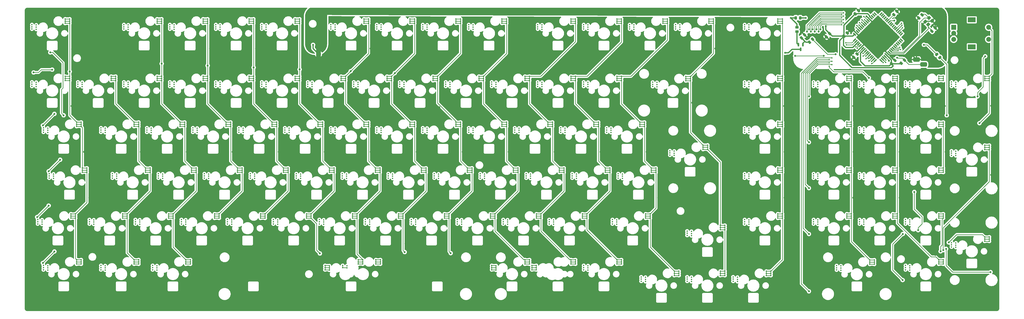
<source format=gbr>
%TF.GenerationSoftware,KiCad,Pcbnew,(6.0.4)*%
%TF.CreationDate,2022-11-05T13:28:53+01:00*%
%TF.ProjectId,pcb,7063622e-6b69-4636-9164-5f7063625858,rev?*%
%TF.SameCoordinates,Original*%
%TF.FileFunction,Copper,L1,Top*%
%TF.FilePolarity,Positive*%
%FSLAX46Y46*%
G04 Gerber Fmt 4.6, Leading zero omitted, Abs format (unit mm)*
G04 Created by KiCad (PCBNEW (6.0.4)) date 2022-11-05 13:28:53*
%MOMM*%
%LPD*%
G01*
G04 APERTURE LIST*
G04 Aperture macros list*
%AMRoundRect*
0 Rectangle with rounded corners*
0 $1 Rounding radius*
0 $2 $3 $4 $5 $6 $7 $8 $9 X,Y pos of 4 corners*
0 Add a 4 corners polygon primitive as box body*
4,1,4,$2,$3,$4,$5,$6,$7,$8,$9,$2,$3,0*
0 Add four circle primitives for the rounded corners*
1,1,$1+$1,$2,$3*
1,1,$1+$1,$4,$5*
1,1,$1+$1,$6,$7*
1,1,$1+$1,$8,$9*
0 Add four rect primitives between the rounded corners*
20,1,$1+$1,$2,$3,$4,$5,0*
20,1,$1+$1,$4,$5,$6,$7,0*
20,1,$1+$1,$6,$7,$8,$9,0*
20,1,$1+$1,$8,$9,$2,$3,0*%
%AMRotRect*
0 Rectangle, with rotation*
0 The origin of the aperture is its center*
0 $1 length*
0 $2 width*
0 $3 Rotation angle, in degrees counterclockwise*
0 Add horizontal line*
21,1,$1,$2,0,0,$3*%
G04 Aperture macros list end*
%TA.AperFunction,SMDPad,CuDef*%
%ADD10RoundRect,0.450000X-0.950000X-0.450000X0.950000X-0.450000X0.950000X0.450000X-0.950000X0.450000X0*%
%TD*%
%TA.AperFunction,ComponentPad*%
%ADD11C,0.600000*%
%TD*%
%TA.AperFunction,SMDPad,CuDef*%
%ADD12RoundRect,0.250000X0.132583X-0.503814X0.503814X-0.132583X-0.132583X0.503814X-0.503814X0.132583X0*%
%TD*%
%TA.AperFunction,SMDPad,CuDef*%
%ADD13RoundRect,0.250000X0.159099X-0.512652X0.512652X-0.159099X-0.159099X0.512652X-0.512652X0.159099X0*%
%TD*%
%TA.AperFunction,SMDPad,CuDef*%
%ADD14RoundRect,0.250000X-0.159099X0.512652X-0.512652X0.159099X0.159099X-0.512652X0.512652X-0.159099X0*%
%TD*%
%TA.AperFunction,SMDPad,CuDef*%
%ADD15RoundRect,0.250000X-0.503814X-0.132583X-0.132583X-0.503814X0.503814X0.132583X0.132583X0.503814X0*%
%TD*%
%TA.AperFunction,SMDPad,CuDef*%
%ADD16RotRect,1.500000X0.550000X45.000000*%
%TD*%
%TA.AperFunction,SMDPad,CuDef*%
%ADD17RotRect,1.500000X0.550000X135.000000*%
%TD*%
%TA.AperFunction,SMDPad,CuDef*%
%ADD18RoundRect,0.250000X-0.262500X-0.450000X0.262500X-0.450000X0.262500X0.450000X-0.262500X0.450000X0*%
%TD*%
%TA.AperFunction,SMDPad,CuDef*%
%ADD19RoundRect,0.150000X-0.150000X0.587500X-0.150000X-0.587500X0.150000X-0.587500X0.150000X0.587500X0*%
%TD*%
%TA.AperFunction,SMDPad,CuDef*%
%ADD20RoundRect,0.250000X-0.132583X0.503814X-0.503814X0.132583X0.132583X-0.503814X0.503814X-0.132583X0*%
%TD*%
%TA.AperFunction,SMDPad,CuDef*%
%ADD21RotRect,1.400000X1.200000X225.000000*%
%TD*%
%TA.AperFunction,ComponentPad*%
%ADD22R,2.000000X2.000000*%
%TD*%
%TA.AperFunction,ComponentPad*%
%ADD23C,2.000000*%
%TD*%
%TA.AperFunction,ComponentPad*%
%ADD24R,3.200000X2.000000*%
%TD*%
%TA.AperFunction,SMDPad,CuDef*%
%ADD25C,2.000000*%
%TD*%
%TA.AperFunction,SMDPad,CuDef*%
%ADD26RoundRect,0.250000X0.450000X-0.262500X0.450000X0.262500X-0.450000X0.262500X-0.450000X-0.262500X0*%
%TD*%
%TA.AperFunction,ViaPad*%
%ADD27C,0.800000*%
%TD*%
%TA.AperFunction,ViaPad*%
%ADD28C,0.600000*%
%TD*%
%TA.AperFunction,Conductor*%
%ADD29C,0.508000*%
%TD*%
%TA.AperFunction,Conductor*%
%ADD30C,0.250000*%
%TD*%
%TA.AperFunction,Conductor*%
%ADD31C,0.381000*%
%TD*%
%TA.AperFunction,Conductor*%
%ADD32C,0.254000*%
%TD*%
%TA.AperFunction,Conductor*%
%ADD33C,0.200000*%
%TD*%
G04 APERTURE END LIST*
%TO.C,NT1*%
G36*
X212137500Y-187200000D02*
G01*
X210137500Y-187200000D01*
X210137500Y-179200000D01*
X212137500Y-179200000D01*
X212137500Y-187200000D01*
G37*
%TD*%
D10*
%TO.P,SW1,1,1*%
%TO.N,GNDREF*%
X458875000Y-185531250D03*
%TO.P,SW1,2,2*%
%TO.N,Net-(R1-Pad2)*%
X461875000Y-187531250D03*
%TD*%
D11*
%TO.P,MX13,1,COL*%
%TO.N,COL13*%
X372856250Y-168650000D03*
X372856250Y-170450000D03*
X372856250Y-169550000D03*
X374756250Y-169550000D03*
X374756250Y-168650000D03*
X374756250Y-170450000D03*
%TO.P,MX13,2,ROW*%
%TO.N,Net-(D13-Pad2)*%
X360906250Y-172950000D03*
X359126250Y-171030000D03*
X359126250Y-172830000D03*
X360906250Y-172050000D03*
X360906250Y-171150000D03*
X359126250Y-171930000D03*
%TD*%
%TO.P,MX11,1,COL*%
%TO.N,COL11*%
X334756250Y-169550000D03*
X336656250Y-168650000D03*
X334756250Y-170450000D03*
X336656250Y-169550000D03*
X336656250Y-170450000D03*
X334756250Y-168650000D03*
%TO.P,MX11,2,ROW*%
%TO.N,Net-(D11-Pad2)*%
X322806250Y-172950000D03*
X321026250Y-172830000D03*
X321026250Y-171930000D03*
X321026250Y-171030000D03*
X322806250Y-172050000D03*
X322806250Y-171150000D03*
%TD*%
D12*
%TO.P,R2,1*%
%TO.N,Net-(Q1-Pad1)*%
X414554765Y-178345235D03*
%TO.P,R2,2*%
%TO.N,Net-(R2-Pad2)*%
X415845235Y-177054765D03*
%TD*%
D11*
%TO.P,MX43,1,COL*%
%TO.N,COL9*%
X289031250Y-211512500D03*
X289031250Y-212412500D03*
X287131250Y-212412500D03*
X287131250Y-213312500D03*
X289031250Y-213312500D03*
X287131250Y-211512500D03*
%TO.P,MX43,2,ROW*%
%TO.N,Net-(D43-Pad2)*%
X275181250Y-214012500D03*
X275181250Y-214912500D03*
X273401250Y-214792500D03*
X273401250Y-213892500D03*
X275181250Y-215812500D03*
X273401250Y-215692500D03*
%TD*%
%TO.P,MX31,1,COL*%
%TO.N,COL16*%
X450956250Y-192462500D03*
X449056250Y-194262500D03*
X449056250Y-193362500D03*
X450956250Y-193362500D03*
X450956250Y-194262500D03*
X449056250Y-192462500D03*
%TO.P,MX31,2,ROW*%
%TO.N,Net-(D31-Pad2)*%
X437106250Y-194962500D03*
X437106250Y-196762500D03*
X437106250Y-195862500D03*
X435326250Y-195742500D03*
X435326250Y-196642500D03*
X435326250Y-194842500D03*
%TD*%
%TO.P,MX20,1,COL*%
%TO.N,COL5*%
X203306250Y-192462500D03*
X201406250Y-194262500D03*
X201406250Y-193362500D03*
X203306250Y-194262500D03*
X201406250Y-192462500D03*
X203306250Y-193362500D03*
%TO.P,MX20,2,ROW*%
%TO.N,Net-(D20-Pad2)*%
X187676250Y-195742500D03*
X189456250Y-196762500D03*
X189456250Y-194962500D03*
X187676250Y-194842500D03*
X189456250Y-195862500D03*
X187676250Y-196642500D03*
%TD*%
%TO.P,MX54,1,COL*%
%TO.N,COL3*%
X179493750Y-230562500D03*
X179493750Y-231462500D03*
X177593750Y-230562500D03*
X179493750Y-232362500D03*
X177593750Y-232362500D03*
X177593750Y-231462500D03*
%TO.P,MX54,2,ROW*%
%TO.N,Net-(D54-Pad2)*%
X165643750Y-233962500D03*
X163863750Y-234742500D03*
X165643750Y-233062500D03*
X163863750Y-232942500D03*
X163863750Y-233842500D03*
X165643750Y-234862500D03*
%TD*%
%TO.P,MX12,1,COL*%
%TO.N,COL12*%
X353806250Y-168650000D03*
X355706250Y-170450000D03*
X353806250Y-170450000D03*
X353806250Y-169550000D03*
X355706250Y-169550000D03*
X355706250Y-168650000D03*
%TO.P,MX12,2,ROW*%
%TO.N,Net-(D12-Pad2)*%
X340076250Y-171030000D03*
X340076250Y-171930000D03*
X340076250Y-172830000D03*
X341856250Y-172950000D03*
X341856250Y-171150000D03*
X341856250Y-172050000D03*
%TD*%
%TO.P,MX51,1,COL*%
%TO.N,COL0*%
X113300000Y-230562500D03*
X115200000Y-231462500D03*
X115200000Y-230562500D03*
X113300000Y-231462500D03*
X113300000Y-232362500D03*
X115200000Y-232362500D03*
%TO.P,MX51,2,ROW*%
%TO.N,Net-(D51-Pad2)*%
X99570000Y-233842500D03*
X101350000Y-234862500D03*
X101350000Y-233062500D03*
X101350000Y-233962500D03*
X99570000Y-234742500D03*
X99570000Y-232942500D03*
%TD*%
D13*
%TO.P,C7,1*%
%TO.N,Net-(C7-Pad1)*%
X465259499Y-173709251D03*
%TO.P,C7,2*%
%TO.N,GNDREF*%
X466603001Y-172365749D03*
%TD*%
D11*
%TO.P,MX77,1,COL*%
%TO.N,COL7*%
X244268750Y-251412500D03*
X246168750Y-251412500D03*
X246168750Y-249612500D03*
X246168750Y-250512500D03*
X244268750Y-249612500D03*
X244268750Y-250512500D03*
%TO.P,MX77,2,ROW*%
%TO.N,Net-(D77-Pad2)*%
X232318750Y-252112500D03*
X230538750Y-251992500D03*
X232318750Y-253912500D03*
X230538750Y-252892500D03*
X230538750Y-253792500D03*
X232318750Y-253012500D03*
%TD*%
D14*
%TO.P,C4,1*%
%TO.N,Net-(C4-Pad1)*%
X434249751Y-183224249D03*
%TO.P,C4,2*%
%TO.N,GNDREF*%
X432906249Y-184567751D03*
%TD*%
D11*
%TO.P,MX79,1,COL*%
%TO.N,COL9*%
X282368750Y-250512500D03*
X284268750Y-249612500D03*
X284268750Y-250512500D03*
X282368750Y-249612500D03*
X282368750Y-251412500D03*
X284268750Y-251412500D03*
%TO.P,MX79,2,ROW*%
%TO.N,Net-(D79-Pad2)*%
X270418750Y-253912500D03*
X270418750Y-252112500D03*
X268638750Y-251992500D03*
X268638750Y-253792500D03*
X268638750Y-252892500D03*
X270418750Y-253012500D03*
%TD*%
%TO.P,MX49,1,COL*%
%TO.N,COL16*%
X450956250Y-213312500D03*
X449056250Y-213312500D03*
X450956250Y-212412500D03*
X450956250Y-211512500D03*
X449056250Y-211512500D03*
X449056250Y-212412500D03*
%TO.P,MX49,2,ROW*%
%TO.N,Net-(D49-Pad2)*%
X435326250Y-213892500D03*
X437106250Y-214912500D03*
X437106250Y-214012500D03*
X437106250Y-215812500D03*
X435326250Y-214792500D03*
X435326250Y-215692500D03*
%TD*%
%TO.P,MX45,1,COL*%
%TO.N,COL11*%
X325231250Y-213312500D03*
X327131250Y-213312500D03*
X325231250Y-212412500D03*
X327131250Y-212412500D03*
X325231250Y-211512500D03*
X327131250Y-211512500D03*
%TO.P,MX45,2,ROW*%
%TO.N,Net-(D45-Pad2)*%
X313281250Y-214912500D03*
X313281250Y-215812500D03*
X311501250Y-214792500D03*
X311501250Y-215692500D03*
X313281250Y-214012500D03*
X311501250Y-213892500D03*
%TD*%
%TO.P,MX42,1,COL*%
%TO.N,COL8*%
X269981250Y-211512500D03*
X268081250Y-213312500D03*
X268081250Y-212412500D03*
X269981250Y-212412500D03*
X269981250Y-213312500D03*
X268081250Y-211512500D03*
%TO.P,MX42,2,ROW*%
%TO.N,Net-(D42-Pad2)*%
X254351250Y-213892500D03*
X254351250Y-215692500D03*
X256131250Y-215812500D03*
X256131250Y-214912500D03*
X256131250Y-214012500D03*
X254351250Y-214792500D03*
%TD*%
%TO.P,MX10,1,COL*%
%TO.N,COL10*%
X315706250Y-168650000D03*
X317606250Y-169550000D03*
X315706250Y-170450000D03*
X315706250Y-169550000D03*
X317606250Y-168650000D03*
X317606250Y-170450000D03*
%TO.P,MX10,2,ROW*%
%TO.N,Net-(D10-Pad2)*%
X301976250Y-171930000D03*
X303756250Y-172050000D03*
X301976250Y-172830000D03*
X301976250Y-171030000D03*
X303756250Y-171150000D03*
X303756250Y-172950000D03*
%TD*%
%TO.P,MX92,1,COL*%
%TO.N,COL6*%
X227600000Y-270462500D03*
X227600000Y-269562500D03*
X229500000Y-270462500D03*
X236787500Y-268662500D03*
X229500000Y-269562500D03*
X227600000Y-268662500D03*
X236787500Y-269562500D03*
X234887500Y-270462500D03*
X229500000Y-268662500D03*
X234887500Y-269562500D03*
X236787500Y-270462500D03*
X234887500Y-268662500D03*
%TO.P,MX92,2,ROW*%
%TO.N,Net-(D92-Pad2)*%
X222937500Y-272062500D03*
X215650000Y-272062500D03*
X215650000Y-271162500D03*
X221157500Y-271942500D03*
X215650000Y-272962500D03*
X213870000Y-271042500D03*
X213870000Y-272842500D03*
X213870000Y-271942500D03*
X222937500Y-271162500D03*
X221157500Y-271042500D03*
%TD*%
D13*
%TO.P,C3,1*%
%TO.N,+5V*%
X448590749Y-187203001D03*
%TO.P,C3,2*%
%TO.N,GNDREF*%
X449934251Y-185859499D03*
%TD*%
D15*
%TO.P,R8,1*%
%TO.N,/LED/RGB_Data*%
X467254765Y-183354765D03*
%TO.P,R8,2*%
%TO.N,Net-(D101-Pad4)*%
X468545235Y-184645235D03*
%TD*%
D11*
%TO.P,MX9,1,COL*%
%TO.N,COL9*%
X287131250Y-169550000D03*
X289031250Y-170450000D03*
X289031250Y-169550000D03*
X287131250Y-168650000D03*
X287131250Y-170450000D03*
X289031250Y-168650000D03*
%TO.P,MX9,2,ROW*%
%TO.N,Net-(D9-Pad2)*%
X273401250Y-171930000D03*
X275181250Y-172050000D03*
X273401250Y-171030000D03*
X273401250Y-172830000D03*
X275181250Y-172950000D03*
X275181250Y-171150000D03*
%TD*%
%TO.P,MX18,1,COL*%
%TO.N,COL3*%
X163306250Y-194262500D03*
X163306250Y-193362500D03*
X165206250Y-193362500D03*
X165206250Y-192462500D03*
X163306250Y-192462500D03*
X165206250Y-194262500D03*
%TO.P,MX18,2,ROW*%
%TO.N,Net-(D18-Pad2)*%
X149576250Y-195742500D03*
X151356250Y-196762500D03*
X151356250Y-194962500D03*
X151356250Y-195862500D03*
X149576250Y-196642500D03*
X149576250Y-194842500D03*
%TD*%
%TO.P,MX15,1,COL*%
%TO.N,COL0*%
X106156250Y-193362500D03*
X106156250Y-192462500D03*
X108056250Y-193362500D03*
X108056250Y-194262500D03*
X108056250Y-192462500D03*
X106156250Y-194262500D03*
%TO.P,MX15,2,ROW*%
%TO.N,Net-(D15-Pad2)*%
X92426250Y-194842500D03*
X94206250Y-196762500D03*
X94206250Y-195862500D03*
X92426250Y-195742500D03*
X92426250Y-196642500D03*
X94206250Y-194962500D03*
%TD*%
D16*
%TO.P,U1,1,PE6*%
%TO.N,COL8*%
X433288637Y-177414582D03*
%TO.P,U1,2,PE7*%
%TO.N,COL9*%
X433854323Y-177980267D03*
%TO.P,U1,3,UVCC*%
%TO.N,+5V*%
X434420008Y-178545952D03*
%TO.P,U1,4,D-*%
%TO.N,D-*%
X434985693Y-179111638D03*
%TO.P,U1,5,D+*%
%TO.N,D+*%
X435551379Y-179677323D03*
%TO.P,U1,6,UGND*%
%TO.N,GNDREF*%
X436117064Y-180243009D03*
%TO.P,U1,7,UCAP*%
%TO.N,Net-(C4-Pad1)*%
X436682750Y-180808694D03*
%TO.P,U1,8,VBUS*%
%TO.N,+5V*%
X437248435Y-181374380D03*
%TO.P,U1,9,PE3*%
%TO.N,ROW5*%
X437814120Y-181940065D03*
%TO.P,U1,10,PB0*%
%TO.N,ROW4*%
X438379806Y-182505750D03*
%TO.P,U1,11,PB1*%
%TO.N,ROW3*%
X438945491Y-183071436D03*
%TO.P,U1,12,PB2*%
%TO.N,ROW2*%
X439511177Y-183637121D03*
%TO.P,U1,13,PB3*%
%TO.N,ROW1*%
X440076862Y-184202807D03*
%TO.P,U1,14,PB4*%
%TO.N,ROW0*%
X440642548Y-184768492D03*
%TO.P,U1,15,PB5*%
%TO.N,COL10*%
X441208233Y-185334177D03*
%TO.P,U1,16,PB6*%
%TO.N,COL11*%
X441773918Y-185899863D03*
D17*
%TO.P,U1,17,PB7*%
%TO.N,COL12*%
X444178082Y-185899863D03*
%TO.P,U1,18,PE4*%
%TO.N,COL13*%
X444743767Y-185334177D03*
%TO.P,U1,19,PE5*%
%TO.N,COL14*%
X445309452Y-184768492D03*
%TO.P,U1,20,~{RESET}*%
%TO.N,Net-(R1-Pad2)*%
X445875138Y-184202807D03*
%TO.P,U1,21,VCC*%
%TO.N,+5V*%
X446440823Y-183637121D03*
%TO.P,U1,22,GND*%
%TO.N,GNDREF*%
X447006509Y-183071436D03*
%TO.P,U1,23,XTAL2*%
%TO.N,Net-(C7-Pad1)*%
X447572194Y-182505750D03*
%TO.P,U1,24,XTAL1*%
%TO.N,Net-(C2-Pad1)*%
X448137880Y-181940065D03*
%TO.P,U1,25,PD0*%
%TO.N,ROT_B*%
X448703565Y-181374380D03*
%TO.P,U1,26,PD1*%
%TO.N,ROT_A*%
X449269250Y-180808694D03*
%TO.P,U1,27,PD2*%
%TO.N,/LED/RGB_Data*%
X449834936Y-180243009D03*
%TO.P,U1,28,PD3*%
%TO.N,unconnected-(U1-Pad28)*%
X450400621Y-179677323D03*
%TO.P,U1,29,PD4*%
%TO.N,unconnected-(U1-Pad29)*%
X450966307Y-179111638D03*
%TO.P,U1,30,PD5*%
%TO.N,unconnected-(U1-Pad30)*%
X451531992Y-178545952D03*
%TO.P,U1,31,PD6*%
%TO.N,unconnected-(U1-Pad31)*%
X452097677Y-177980267D03*
%TO.P,U1,32,PD7*%
%TO.N,unconnected-(U1-Pad32)*%
X452663363Y-177414582D03*
D16*
%TO.P,U1,33,PE0*%
%TO.N,unconnected-(U1-Pad33)*%
X452663363Y-175010418D03*
%TO.P,U1,34,PE1*%
%TO.N,unconnected-(U1-Pad34)*%
X452097677Y-174444733D03*
%TO.P,U1,35,PC0*%
%TO.N,COL15*%
X451531992Y-173879048D03*
%TO.P,U1,36,PC1*%
%TO.N,COL16*%
X450966307Y-173313362D03*
%TO.P,U1,37,PC2*%
%TO.N,COL17*%
X450400621Y-172747677D03*
%TO.P,U1,38,PC3*%
%TO.N,unconnected-(U1-Pad38)*%
X449834936Y-172181991D03*
%TO.P,U1,39,PC4*%
%TO.N,unconnected-(U1-Pad39)*%
X449269250Y-171616306D03*
%TO.P,U1,40,PC5*%
%TO.N,unconnected-(U1-Pad40)*%
X448703565Y-171050620D03*
%TO.P,U1,41,PC6*%
%TO.N,unconnected-(U1-Pad41)*%
X448137880Y-170484935D03*
%TO.P,U1,42,PC7*%
%TO.N,Net-(R2-Pad2)*%
X447572194Y-169919250D03*
%TO.P,U1,43,PE2/~{HWB}*%
%TO.N,Net-(R6-Pad2)*%
X447006509Y-169353564D03*
%TO.P,U1,44,PA7*%
%TO.N,unconnected-(U1-Pad44)*%
X446440823Y-168787879D03*
%TO.P,U1,45,PA6*%
%TO.N,unconnected-(U1-Pad45)*%
X445875138Y-168222193D03*
%TO.P,U1,46,PA5*%
%TO.N,unconnected-(U1-Pad46)*%
X445309452Y-167656508D03*
%TO.P,U1,47,PA4*%
%TO.N,unconnected-(U1-Pad47)*%
X444743767Y-167090823D03*
%TO.P,U1,48,PA3*%
%TO.N,unconnected-(U1-Pad48)*%
X444178082Y-166525137D03*
D17*
%TO.P,U1,49,PA2*%
%TO.N,unconnected-(U1-Pad49)*%
X441773918Y-166525137D03*
%TO.P,U1,50,PA1*%
%TO.N,unconnected-(U1-Pad50)*%
X441208233Y-167090823D03*
%TO.P,U1,51,PA0*%
%TO.N,unconnected-(U1-Pad51)*%
X440642548Y-167656508D03*
%TO.P,U1,52,VCC*%
%TO.N,+5V*%
X440076862Y-168222193D03*
%TO.P,U1,53,GND*%
%TO.N,GNDREF*%
X439511177Y-168787879D03*
%TO.P,U1,54,PF7*%
%TO.N,COL0*%
X438945491Y-169353564D03*
%TO.P,U1,55,PF6*%
%TO.N,COL1*%
X438379806Y-169919250D03*
%TO.P,U1,56,PF5*%
%TO.N,COL2*%
X437814120Y-170484935D03*
%TO.P,U1,57,PF4*%
%TO.N,COL3*%
X437248435Y-171050620D03*
%TO.P,U1,58,PF3*%
%TO.N,COL4*%
X436682750Y-171616306D03*
%TO.P,U1,59,PF2*%
%TO.N,COL5*%
X436117064Y-172181991D03*
%TO.P,U1,60,PF1*%
%TO.N,COL6*%
X435551379Y-172747677D03*
%TO.P,U1,61,PF0*%
%TO.N,COL7*%
X434985693Y-173313362D03*
%TO.P,U1,62,AREF*%
%TO.N,unconnected-(U1-Pad62)*%
X434420008Y-173879048D03*
%TO.P,U1,63,GND*%
%TO.N,GNDREF*%
X433854323Y-174444733D03*
%TO.P,U1,64,AVCC*%
%TO.N,+5V*%
X433288637Y-175010418D03*
%TD*%
D11*
%TO.P,MX5,1,COL*%
%TO.N,COL5*%
X203306250Y-168650000D03*
X201406250Y-168650000D03*
X201406250Y-170450000D03*
X203306250Y-170450000D03*
X203306250Y-169550000D03*
X201406250Y-169550000D03*
%TO.P,MX5,2,ROW*%
%TO.N,Net-(D5-Pad2)*%
X189456250Y-172950000D03*
X189456250Y-172050000D03*
X187676250Y-171030000D03*
X187676250Y-172830000D03*
X187676250Y-171930000D03*
X189456250Y-171150000D03*
%TD*%
%TO.P,MX21,1,COL*%
%TO.N,COL6*%
X220456250Y-192462500D03*
X220456250Y-194262500D03*
X222356250Y-193362500D03*
X220456250Y-193362500D03*
X222356250Y-192462500D03*
X222356250Y-194262500D03*
%TO.P,MX21,2,ROW*%
%TO.N,Net-(D21-Pad2)*%
X206726250Y-194842500D03*
X208506250Y-194962500D03*
X208506250Y-195862500D03*
X208506250Y-196762500D03*
X206726250Y-196642500D03*
X206726250Y-195742500D03*
%TD*%
%TO.P,MX84,1,COL*%
%TO.N,COL14*%
X403331250Y-251412500D03*
X401431250Y-251412500D03*
X403331250Y-249612500D03*
X403331250Y-250512500D03*
X401431250Y-249612500D03*
X401431250Y-250512500D03*
%TO.P,MX84,2,ROW*%
%TO.N,Net-(D84-Pad2)*%
X389481250Y-253912500D03*
X389481250Y-252112500D03*
X387701250Y-253792500D03*
X389481250Y-253012500D03*
X387701250Y-251992500D03*
X387701250Y-252892500D03*
%TD*%
%TO.P,MX44,1,COL*%
%TO.N,COL10*%
X306181250Y-211512500D03*
X306181250Y-213312500D03*
X308081250Y-212412500D03*
X306181250Y-212412500D03*
X308081250Y-213312500D03*
X308081250Y-211512500D03*
%TO.P,MX44,2,ROW*%
%TO.N,Net-(D44-Pad2)*%
X294231250Y-214912500D03*
X294231250Y-215812500D03*
X292451250Y-214792500D03*
X292451250Y-215692500D03*
X294231250Y-214012500D03*
X292451250Y-213892500D03*
%TD*%
%TO.P,MX47,1,COL*%
%TO.N,COL14*%
X403331250Y-213312500D03*
X401431250Y-211512500D03*
X403331250Y-212412500D03*
X401431250Y-212412500D03*
X403331250Y-211512500D03*
X401431250Y-213312500D03*
%TO.P,MX47,2,ROW*%
%TO.N,Net-(D47-Pad2)*%
X387701250Y-215692500D03*
X387701250Y-213892500D03*
X387701250Y-214792500D03*
X389481250Y-215812500D03*
X389481250Y-214912500D03*
X389481250Y-214012500D03*
%TD*%
%TO.P,MX32,1,COL*%
%TO.N,COL16*%
X468106250Y-193362500D03*
X470006250Y-192462500D03*
X470006250Y-193362500D03*
X470006250Y-194262500D03*
X468106250Y-194262500D03*
X468106250Y-192462500D03*
%TO.P,MX32,2,ROW*%
%TO.N,Net-(D32-Pad2)*%
X454376250Y-196642500D03*
X456156250Y-195862500D03*
X456156250Y-194962500D03*
X456156250Y-196762500D03*
X454376250Y-195742500D03*
X454376250Y-194842500D03*
%TD*%
%TO.P,MX91,1,COL*%
%TO.N,COL2*%
X158062500Y-268662500D03*
X156162500Y-268662500D03*
X156162500Y-269562500D03*
X156162500Y-270462500D03*
X158062500Y-270462500D03*
X158062500Y-269562500D03*
%TO.P,MX91,2,ROW*%
%TO.N,Net-(D91-Pad2)*%
X144212500Y-272962500D03*
X142432500Y-272842500D03*
X144212500Y-271162500D03*
X142432500Y-271942500D03*
X142432500Y-271042500D03*
X144212500Y-272062500D03*
%TD*%
%TO.P,MX36,1,COL*%
%TO.N,COL2*%
X155681250Y-212412500D03*
X153781250Y-213312500D03*
X153781250Y-211512500D03*
X155681250Y-211512500D03*
X155681250Y-213312500D03*
X153781250Y-212412500D03*
%TO.P,MX36,2,ROW*%
%TO.N,Net-(D36-Pad2)*%
X141831250Y-215812500D03*
X141831250Y-214912500D03*
X140051250Y-214792500D03*
X141831250Y-214012500D03*
X140051250Y-213892500D03*
X140051250Y-215692500D03*
%TD*%
%TO.P,MX71,1,COL*%
%TO.N,COL1*%
X129968750Y-250512500D03*
X129968750Y-249612500D03*
X129968750Y-251412500D03*
X131868750Y-251412500D03*
X131868750Y-250512500D03*
X131868750Y-249612500D03*
%TO.P,MX71,2,ROW*%
%TO.N,Net-(D71-Pad2)*%
X116238750Y-251992500D03*
X118018750Y-253012500D03*
X116238750Y-252892500D03*
X118018750Y-252112500D03*
X116238750Y-253792500D03*
X118018750Y-253912500D03*
%TD*%
%TO.P,MX80,1,COL*%
%TO.N,COL10*%
X301418750Y-250512500D03*
X303318750Y-250512500D03*
X303318750Y-249612500D03*
X301418750Y-251412500D03*
X303318750Y-251412500D03*
X301418750Y-249612500D03*
%TO.P,MX80,2,ROW*%
%TO.N,Net-(D80-Pad2)*%
X289468750Y-252112500D03*
X287688750Y-252892500D03*
X289468750Y-253912500D03*
X287688750Y-253792500D03*
X289468750Y-253012500D03*
X287688750Y-251992500D03*
%TD*%
D18*
%TO.P,R7,1*%
%TO.N,/Power*%
X408887500Y-168200000D03*
%TO.P,R7,2*%
%TO.N,+5V*%
X410712500Y-168200000D03*
%TD*%
D11*
%TO.P,MX89,1,COL*%
%TO.N,COL0*%
X110918750Y-270462500D03*
X112818750Y-270462500D03*
X112818750Y-269562500D03*
X110918750Y-268662500D03*
X112818750Y-268662500D03*
X110918750Y-269562500D03*
%TO.P,MX89,2,ROW*%
%TO.N,Net-(D89-Pad2)*%
X98968750Y-272962500D03*
X97188750Y-271942500D03*
X98968750Y-272062500D03*
X97188750Y-271042500D03*
X97188750Y-272842500D03*
X98968750Y-271162500D03*
%TD*%
%TO.P,MX66,1,COL*%
%TO.N,COL15*%
X431906250Y-231462500D03*
X430006250Y-232362500D03*
X430006250Y-231462500D03*
X430006250Y-230562500D03*
X431906250Y-230562500D03*
X431906250Y-232362500D03*
%TO.P,MX66,2,ROW*%
%TO.N,Net-(D66-Pad2)*%
X418056250Y-234862500D03*
X418056250Y-233962500D03*
X418056250Y-233062500D03*
X416276250Y-233842500D03*
X416276250Y-232942500D03*
X416276250Y-234742500D03*
%TD*%
%TO.P,MX3,1,COL*%
%TO.N,COL3*%
X165206250Y-170450000D03*
X165206250Y-168650000D03*
X165206250Y-169550000D03*
X163306250Y-168650000D03*
X163306250Y-169550000D03*
X163306250Y-170450000D03*
%TO.P,MX3,2,ROW*%
%TO.N,Net-(D3-Pad2)*%
X151356250Y-172050000D03*
X149576250Y-172830000D03*
X149576250Y-171930000D03*
X151356250Y-172950000D03*
X151356250Y-171150000D03*
X149576250Y-171030000D03*
%TD*%
%TO.P,MX61,1,COL*%
%TO.N,COL10*%
X310943750Y-230562500D03*
X312843750Y-231462500D03*
X312843750Y-232362500D03*
X310943750Y-232362500D03*
X312843750Y-230562500D03*
X310943750Y-231462500D03*
%TO.P,MX61,2,ROW*%
%TO.N,Net-(D61-Pad2)*%
X297213750Y-234742500D03*
X298993750Y-233062500D03*
X298993750Y-234862500D03*
X297213750Y-232942500D03*
X297213750Y-233842500D03*
X298993750Y-233962500D03*
%TD*%
%TO.P,MX100,1,COL*%
%TO.N,COL16*%
X468106250Y-269562500D03*
X470006250Y-269562500D03*
X470006250Y-270462500D03*
X468106250Y-270462500D03*
X468106250Y-268662500D03*
X470006250Y-268662500D03*
%TO.P,MX100,2,ROW*%
%TO.N,Net-(D100-Pad2)*%
X454376250Y-271042500D03*
X456156250Y-272962500D03*
X456156250Y-272062500D03*
X454376250Y-271942500D03*
X456156250Y-271162500D03*
X454376250Y-272842500D03*
%TD*%
%TO.P,MX86,1,COL*%
%TO.N,COL16*%
X450956250Y-251412500D03*
X449056250Y-251412500D03*
X449056250Y-249612500D03*
X450956250Y-250512500D03*
X449056250Y-250512500D03*
X450956250Y-249612500D03*
%TO.P,MX86,2,ROW*%
%TO.N,Net-(D86-Pad2)*%
X435326250Y-251992500D03*
X435326250Y-252892500D03*
X435326250Y-253792500D03*
X437106250Y-253912500D03*
X437106250Y-252112500D03*
X437106250Y-253012500D03*
%TD*%
%TO.P,MX39,1,COL*%
%TO.N,COL5*%
X212831250Y-211512500D03*
X212831250Y-213312500D03*
X210931250Y-211512500D03*
X210931250Y-212412500D03*
X212831250Y-212412500D03*
X210931250Y-213312500D03*
%TO.P,MX39,2,ROW*%
%TO.N,Net-(D39-Pad2)*%
X197201250Y-214792500D03*
X197201250Y-215692500D03*
X198981250Y-214912500D03*
X198981250Y-215812500D03*
X197201250Y-213892500D03*
X198981250Y-214012500D03*
%TD*%
%TO.P,MX87,1,COL*%
%TO.N,COL7*%
X468106250Y-251412500D03*
X468106250Y-250512500D03*
X468106250Y-249612500D03*
X470006250Y-251412500D03*
X470006250Y-249612500D03*
X470006250Y-250512500D03*
%TO.P,MX87,2,ROW*%
%TO.N,Net-(D87-Pad2)*%
X456156250Y-252112500D03*
X456156250Y-253012500D03*
X456156250Y-253912500D03*
X454376250Y-252892500D03*
X454376250Y-251992500D03*
X454376250Y-253792500D03*
%TD*%
%TO.P,MX83,1,COL*%
%TO.N,COL13*%
X379518750Y-255275000D03*
X379518750Y-256175000D03*
X377618750Y-255275000D03*
X377618750Y-254375000D03*
X379518750Y-254375000D03*
X377618750Y-256175000D03*
%TO.P,MX83,2,ROW*%
%TO.N,Net-(D83-Pad2)*%
X363888750Y-258555000D03*
X365668750Y-256875000D03*
X365668750Y-258675000D03*
X363888750Y-256755000D03*
X365668750Y-257775000D03*
X363888750Y-257655000D03*
%TD*%
%TO.P,MX78,1,COL*%
%TO.N,COL8*%
X265218750Y-249612500D03*
X263318750Y-250512500D03*
X265218750Y-250512500D03*
X263318750Y-251412500D03*
X265218750Y-251412500D03*
X263318750Y-249612500D03*
%TO.P,MX78,2,ROW*%
%TO.N,Net-(D78-Pad2)*%
X251368750Y-253912500D03*
X251368750Y-252112500D03*
X249588750Y-251992500D03*
X249588750Y-252892500D03*
X251368750Y-253012500D03*
X249588750Y-253792500D03*
%TD*%
%TO.P,MX40,1,COL*%
%TO.N,COL6*%
X229981250Y-212412500D03*
X231881250Y-212412500D03*
X229981250Y-213312500D03*
X229981250Y-211512500D03*
X231881250Y-211512500D03*
X231881250Y-213312500D03*
%TO.P,MX40,2,ROW*%
%TO.N,Net-(D40-Pad2)*%
X218031250Y-215812500D03*
X216251250Y-213892500D03*
X218031250Y-214912500D03*
X216251250Y-215692500D03*
X218031250Y-214012500D03*
X216251250Y-214792500D03*
%TD*%
%TO.P,MX81,1,COL*%
%TO.N,COL11*%
X320468750Y-251412500D03*
X322368750Y-249612500D03*
X322368750Y-250512500D03*
X320468750Y-250512500D03*
X322368750Y-251412500D03*
X320468750Y-249612500D03*
%TO.P,MX81,2,ROW*%
%TO.N,Net-(D81-Pad2)*%
X306738750Y-251992500D03*
X308518750Y-253012500D03*
X306738750Y-252892500D03*
X308518750Y-253912500D03*
X306738750Y-253792500D03*
X308518750Y-252112500D03*
%TD*%
%TO.P,MX25,1,COL*%
%TO.N,COL10*%
X296656250Y-192462500D03*
X298556250Y-194262500D03*
X298556250Y-192462500D03*
X298556250Y-193362500D03*
X296656250Y-193362500D03*
X296656250Y-194262500D03*
%TO.P,MX25,2,ROW*%
%TO.N,Net-(D25-Pad2)*%
X282926250Y-195742500D03*
X284706250Y-194962500D03*
X282926250Y-196642500D03*
X284706250Y-195862500D03*
X284706250Y-196762500D03*
X282926250Y-194842500D03*
%TD*%
D14*
%TO.P,C8,1*%
%TO.N,+5V*%
X422946751Y-174746999D03*
%TO.P,C8,2*%
%TO.N,GNDREF*%
X421603249Y-176090501D03*
%TD*%
D11*
%TO.P,MX52,1,COL*%
%TO.N,COL1*%
X139493750Y-231462500D03*
X141393750Y-232362500D03*
X139493750Y-232362500D03*
X141393750Y-231462500D03*
X141393750Y-230562500D03*
X139493750Y-230562500D03*
%TO.P,MX52,2,ROW*%
%TO.N,Net-(D52-Pad2)*%
X125763750Y-233842500D03*
X127543750Y-233062500D03*
X125763750Y-232942500D03*
X125763750Y-234742500D03*
X127543750Y-233962500D03*
X127543750Y-234862500D03*
%TD*%
%TO.P,MX28,1,COL*%
%TO.N,COL13*%
X365231250Y-193428639D03*
X365231250Y-194328639D03*
X365231250Y-192528639D03*
X363331250Y-193428639D03*
X363331250Y-194328639D03*
X363331250Y-192528639D03*
%TO.P,MX28,2,ROW*%
%TO.N,Net-(D28-Pad2)*%
X351381250Y-196828639D03*
X349601250Y-195808639D03*
X349601250Y-196708639D03*
X351381250Y-195928639D03*
X349601250Y-194908639D03*
X351381250Y-195028639D03*
%TD*%
%TO.P,MX97,1,COL*%
%TO.N,COL13*%
X377618750Y-273425000D03*
X377618750Y-275225000D03*
X379518750Y-275225000D03*
X377618750Y-274325000D03*
X379518750Y-274325000D03*
X379518750Y-273425000D03*
%TO.P,MX97,2,ROW*%
%TO.N,Net-(D97-Pad2)*%
X363888750Y-275805000D03*
X363888750Y-277605000D03*
X365668750Y-276825000D03*
X365668750Y-275925000D03*
X363888750Y-276705000D03*
X365668750Y-277725000D03*
%TD*%
%TO.P,MX63,1,COL*%
%TO.N,COL12*%
X349043750Y-230562500D03*
X349043750Y-231462500D03*
X349043750Y-232362500D03*
X350943750Y-232362500D03*
X350943750Y-230562500D03*
X350943750Y-231462500D03*
%TO.P,MX63,2,ROW*%
%TO.N,Net-(D63-Pad2)*%
X335313750Y-232942500D03*
X337093750Y-233062500D03*
X337093750Y-234862500D03*
X335313750Y-234742500D03*
X335313750Y-233842500D03*
X337093750Y-233962500D03*
%TD*%
%TO.P,MX16,1,COL*%
%TO.N,COL1*%
X127106250Y-193362500D03*
X125206250Y-192462500D03*
X125206250Y-193362500D03*
X125206250Y-194262500D03*
X127106250Y-194262500D03*
X127106250Y-192462500D03*
%TO.P,MX16,2,ROW*%
%TO.N,Net-(D16-Pad2)*%
X111476250Y-195742500D03*
X113256250Y-195862500D03*
X111476250Y-196642500D03*
X113256250Y-196762500D03*
X111476250Y-194842500D03*
X113256250Y-194962500D03*
%TD*%
%TO.P,MX76,1,COL*%
%TO.N,COL6*%
X227118750Y-251412500D03*
X225218750Y-250512500D03*
X227118750Y-250512500D03*
X225218750Y-249612500D03*
X225218750Y-251412500D03*
X227118750Y-249612500D03*
%TO.P,MX76,2,ROW*%
%TO.N,Net-(D76-Pad2)*%
X213268750Y-253012500D03*
X211488750Y-252892500D03*
X211488750Y-253792500D03*
X213268750Y-252112500D03*
X211488750Y-251992500D03*
X213268750Y-253912500D03*
%TD*%
%TO.P,MX14,1,COL*%
%TO.N,COL14*%
X403331250Y-170450000D03*
X401431250Y-168650000D03*
X401431250Y-170450000D03*
X401431250Y-169550000D03*
X403331250Y-168650000D03*
X403331250Y-169550000D03*
%TO.P,MX14,2,ROW*%
%TO.N,Net-(D14-Pad2)*%
X389481250Y-172950000D03*
X389481250Y-171150000D03*
X387701250Y-171030000D03*
X389481250Y-172050000D03*
X387701250Y-172830000D03*
X387701250Y-171930000D03*
%TD*%
%TO.P,MX65,1,COL*%
%TO.N,COL14*%
X401431250Y-230562500D03*
X403331250Y-230562500D03*
X401431250Y-231462500D03*
X401431250Y-232362500D03*
X403331250Y-232362500D03*
X403331250Y-231462500D03*
%TO.P,MX65,2,ROW*%
%TO.N,Net-(D65-Pad2)*%
X387701250Y-232942500D03*
X389481250Y-233062500D03*
X387701250Y-233842500D03*
X389481250Y-233962500D03*
X387701250Y-234742500D03*
X389481250Y-234862500D03*
%TD*%
D19*
%TO.P,Q1,1,G*%
%TO.N,Net-(Q1-Pad1)*%
X411850000Y-179362500D03*
%TO.P,Q1,2,S*%
%TO.N,Net-(Q1-Pad2)*%
X409950000Y-179362500D03*
%TO.P,Q1,3,D*%
%TO.N,/LED/5V*%
X410900000Y-181237500D03*
%TD*%
D11*
%TO.P,MX75,1,COL*%
%TO.N,COL5*%
X206168750Y-249612500D03*
X208068750Y-249612500D03*
X206168750Y-250512500D03*
X208068750Y-250512500D03*
X206168750Y-251412500D03*
X208068750Y-251412500D03*
%TO.P,MX75,2,ROW*%
%TO.N,Net-(D75-Pad2)*%
X194218750Y-252112500D03*
X194218750Y-253012500D03*
X192438750Y-251992500D03*
X192438750Y-253792500D03*
X192438750Y-252892500D03*
X194218750Y-253912500D03*
%TD*%
%TO.P,MX50,1,COL*%
%TO.N,COL17*%
X468106250Y-211512500D03*
X468106250Y-212412500D03*
X470006250Y-211512500D03*
X470006250Y-212412500D03*
X470006250Y-213312500D03*
X468106250Y-213312500D03*
%TO.P,MX50,2,ROW*%
%TO.N,Net-(D50-Pad2)*%
X456156250Y-214912500D03*
X454376250Y-214792500D03*
X456156250Y-215812500D03*
X454376250Y-215692500D03*
X454376250Y-213892500D03*
X456156250Y-214012500D03*
%TD*%
%TO.P,MX70,1,COL*%
%TO.N,COL0*%
X110437500Y-250512500D03*
X108537500Y-251412500D03*
X110437500Y-251412500D03*
X110437500Y-249612500D03*
X108537500Y-249612500D03*
X108537500Y-250512500D03*
%TO.P,MX70,2,ROW*%
%TO.N,Net-(D70-Pad2)*%
X96587500Y-252112500D03*
X96587500Y-253912500D03*
X94807500Y-252892500D03*
X94807500Y-253792500D03*
X96587500Y-253012500D03*
X94807500Y-251992500D03*
%TD*%
D12*
%TO.P,R1,1*%
%TO.N,+5V*%
X452586015Y-187027970D03*
%TO.P,R1,2*%
%TO.N,Net-(R1-Pad2)*%
X453876485Y-185737500D03*
%TD*%
D11*
%TO.P,MX33,1,COL*%
%TO.N,COL17*%
X487156250Y-194262500D03*
X487156250Y-192462500D03*
X487156250Y-193362500D03*
X489056250Y-193362500D03*
X489056250Y-194262500D03*
X489056250Y-192462500D03*
%TO.P,MX33,2,ROW*%
%TO.N,Net-(D33-Pad2)*%
X475206250Y-194962500D03*
X473426250Y-195742500D03*
X473426250Y-196642500D03*
X475206250Y-196762500D03*
X475206250Y-195862500D03*
X473426250Y-194842500D03*
%TD*%
%TO.P,MX72,1,COL*%
%TO.N,COL2*%
X149018750Y-251412500D03*
X149018750Y-250512500D03*
X150918750Y-250512500D03*
X150918750Y-249612500D03*
X150918750Y-251412500D03*
X149018750Y-249612500D03*
%TO.P,MX72,2,ROW*%
%TO.N,Net-(D72-Pad2)*%
X137068750Y-253012500D03*
X137068750Y-252112500D03*
X135288750Y-251992500D03*
X135288750Y-252892500D03*
X135288750Y-253792500D03*
X137068750Y-253912500D03*
%TD*%
%TO.P,MX94,1,COL*%
%TO.N,COL10*%
X317606250Y-268662500D03*
X315706250Y-268662500D03*
X317606250Y-270462500D03*
X317606250Y-269562500D03*
X315706250Y-269562500D03*
X315706250Y-270462500D03*
%TO.P,MX94,2,ROW*%
%TO.N,Net-(D94-Pad2)*%
X301375000Y-271977500D03*
X299595000Y-271042500D03*
X301375000Y-271042500D03*
X299595000Y-271942500D03*
X301375000Y-272842500D03*
X299595000Y-272842500D03*
%TD*%
%TO.P,MX74,1,COL*%
%TO.N,COL4*%
X187118750Y-250512500D03*
X189018750Y-250512500D03*
X189018750Y-249612500D03*
X187118750Y-251412500D03*
X187118750Y-249612500D03*
X189018750Y-251412500D03*
%TO.P,MX74,2,ROW*%
%TO.N,Net-(D74-Pad2)*%
X173388750Y-252892500D03*
X175168750Y-253912500D03*
X173388750Y-251992500D03*
X175168750Y-253012500D03*
X175168750Y-252112500D03*
X173388750Y-253792500D03*
%TD*%
D13*
%TO.P,C6,1*%
%TO.N,+5V*%
X433509499Y-166565501D03*
%TO.P,C6,2*%
%TO.N,GNDREF*%
X434853001Y-165221999D03*
%TD*%
D20*
%TO.P,R3,1*%
%TO.N,GNDREF*%
X412545235Y-175254765D03*
%TO.P,R3,2*%
%TO.N,Net-(Q1-Pad1)*%
X411254765Y-176545235D03*
%TD*%
D11*
%TO.P,MX6,1,COL*%
%TO.N,COL6*%
X231881250Y-168650000D03*
X231881250Y-170450000D03*
X229981250Y-169550000D03*
X231881250Y-169550000D03*
X229981250Y-168650000D03*
X229981250Y-170450000D03*
%TO.P,MX6,2,ROW*%
%TO.N,Net-(D6-Pad2)*%
X218031250Y-172950000D03*
X218031250Y-172050000D03*
X216251250Y-172830000D03*
X218031250Y-171150000D03*
X216251250Y-171030000D03*
X216251250Y-171930000D03*
%TD*%
%TO.P,MX19,1,COL*%
%TO.N,COL4*%
X182356250Y-194262500D03*
X184256250Y-192462500D03*
X182356250Y-192462500D03*
X182356250Y-193362500D03*
X184256250Y-194262500D03*
X184256250Y-193362500D03*
%TO.P,MX19,2,ROW*%
%TO.N,Net-(D19-Pad2)*%
X170406250Y-194962500D03*
X168626250Y-194842500D03*
X168626250Y-195742500D03*
X170406250Y-195862500D03*
X170406250Y-196762500D03*
X168626250Y-196642500D03*
%TD*%
D21*
%TO.P,Y1,1,1*%
%TO.N,Net-(C2-Pad1)*%
X464108027Y-168221142D03*
%TO.P,Y1,2,2*%
%TO.N,GNDREF*%
X462552392Y-169776777D03*
%TO.P,Y1,3,3*%
%TO.N,Net-(C7-Pad1)*%
X463754473Y-170978858D03*
%TO.P,Y1,4,4*%
%TO.N,GNDREF*%
X465310108Y-169423223D03*
%TD*%
D11*
%TO.P,MX90,1,COL*%
%TO.N,COL1*%
X136631250Y-268662500D03*
X136631250Y-270462500D03*
X134731250Y-270462500D03*
X136631250Y-269562500D03*
X134731250Y-269562500D03*
X134731250Y-268662500D03*
%TO.P,MX90,2,ROW*%
%TO.N,Net-(D90-Pad2)*%
X122781250Y-272962500D03*
X121001250Y-271042500D03*
X121001250Y-272842500D03*
X122781250Y-272062500D03*
X122781250Y-271162500D03*
X121001250Y-271942500D03*
%TD*%
D20*
%TO.P,R6,1*%
%TO.N,GNDREF*%
X450789985Y-165554765D03*
%TO.P,R6,2*%
%TO.N,Net-(R6-Pad2)*%
X449499515Y-166845235D03*
%TD*%
D11*
%TO.P,MX69,1,COL*%
%TO.N,COL5*%
X487156250Y-222003639D03*
X487156250Y-221103639D03*
X489056250Y-222903639D03*
X487156250Y-222903639D03*
X489056250Y-222003639D03*
X489056250Y-221103639D03*
%TO.P,MX69,2,ROW*%
%TO.N,Net-(D69-Pad2)*%
X475206250Y-225403639D03*
X473426250Y-224383639D03*
X473426250Y-223483639D03*
X475206250Y-224503639D03*
X475206250Y-223603639D03*
X473426250Y-225283639D03*
%TD*%
%TO.P,MX30,1,COL*%
%TO.N,COL15*%
X431906250Y-192462500D03*
X430006250Y-194262500D03*
X431906250Y-194262500D03*
X430006250Y-193362500D03*
X431906250Y-193362500D03*
X430006250Y-192462500D03*
%TO.P,MX30,2,ROW*%
%TO.N,Net-(D30-Pad2)*%
X418056250Y-195862500D03*
X416276250Y-194842500D03*
X416276250Y-196642500D03*
X418056250Y-196762500D03*
X416276250Y-195742500D03*
X418056250Y-194962500D03*
%TD*%
%TO.P,MX85,1,COL*%
%TO.N,COL15*%
X431906250Y-250512500D03*
X430006250Y-251412500D03*
X430006250Y-249612500D03*
X430006250Y-250512500D03*
X431906250Y-249612500D03*
X431906250Y-251412500D03*
%TO.P,MX85,2,ROW*%
%TO.N,Net-(D85-Pad2)*%
X416276250Y-253792500D03*
X418056250Y-252112500D03*
X416276250Y-251992500D03*
X418056250Y-253012500D03*
X416276250Y-252892500D03*
X418056250Y-253912500D03*
%TD*%
%TO.P,MX73,1,COL*%
%TO.N,COL3*%
X169968750Y-251412500D03*
X168068750Y-251412500D03*
X168068750Y-249612500D03*
X169968750Y-250512500D03*
X169968750Y-249612500D03*
X168068750Y-250512500D03*
%TO.P,MX73,2,ROW*%
%TO.N,Net-(D73-Pad2)*%
X156118750Y-253912500D03*
X154338750Y-251992500D03*
X154338750Y-252892500D03*
X156118750Y-253012500D03*
X154338750Y-253792500D03*
X156118750Y-252112500D03*
%TD*%
%TO.P,MX57,1,COL*%
%TO.N,COL6*%
X234743750Y-230562500D03*
X236643750Y-230562500D03*
X234743750Y-231462500D03*
X236643750Y-232362500D03*
X234743750Y-232362500D03*
X236643750Y-231462500D03*
%TO.P,MX57,2,ROW*%
%TO.N,Net-(D57-Pad2)*%
X222793750Y-233062500D03*
X221013750Y-233842500D03*
X221013750Y-234742500D03*
X222793750Y-234862500D03*
X221013750Y-232942500D03*
X222793750Y-233962500D03*
%TD*%
%TO.P,MX48,1,COL*%
%TO.N,COL15*%
X430006250Y-211512500D03*
X430006250Y-212412500D03*
X431906250Y-211512500D03*
X431906250Y-212412500D03*
X431906250Y-213312500D03*
X430006250Y-213312500D03*
%TO.P,MX48,2,ROW*%
%TO.N,Net-(D48-Pad2)*%
X418056250Y-214012500D03*
X418056250Y-215812500D03*
X418056250Y-214912500D03*
X416276250Y-214792500D03*
X416276250Y-215692500D03*
X416276250Y-213892500D03*
%TD*%
%TO.P,MX95,1,COL*%
%TO.N,COL11*%
X334756250Y-269562500D03*
X334756250Y-268662500D03*
X336656250Y-269562500D03*
X336656250Y-268662500D03*
X334756250Y-270462500D03*
X336656250Y-270462500D03*
%TO.P,MX95,2,ROW*%
%TO.N,Net-(D95-Pad2)*%
X321026250Y-272842500D03*
X321026250Y-271042500D03*
X322806250Y-272062500D03*
X321026250Y-271942500D03*
X322806250Y-272962500D03*
X322806250Y-271162500D03*
%TD*%
%TO.P,MX98,1,COL*%
%TO.N,COL14*%
X398568750Y-274325000D03*
X396668750Y-275225000D03*
X398568750Y-275225000D03*
X396668750Y-273425000D03*
X396668750Y-274325000D03*
X398568750Y-273425000D03*
%TO.P,MX98,2,ROW*%
%TO.N,Net-(D98-Pad2)*%
X382938750Y-277605000D03*
X384718750Y-275925000D03*
X384718750Y-276825000D03*
X382938750Y-275805000D03*
X382938750Y-276705000D03*
X384718750Y-277725000D03*
%TD*%
%TO.P,MX55,1,COL*%
%TO.N,COL4*%
X196643750Y-232362500D03*
X196643750Y-231462500D03*
X198543750Y-232362500D03*
X198543750Y-231462500D03*
X196643750Y-230562500D03*
X198543750Y-230562500D03*
%TO.P,MX55,2,ROW*%
%TO.N,Net-(D55-Pad2)*%
X184693750Y-233962500D03*
X182913750Y-233842500D03*
X182913750Y-234742500D03*
X184693750Y-234862500D03*
X184693750Y-233062500D03*
X182913750Y-232942500D03*
%TD*%
%TO.P,MX60,1,COL*%
%TO.N,COL9*%
X293793750Y-230562500D03*
X291893750Y-230562500D03*
X291893750Y-231462500D03*
X291893750Y-232362500D03*
X293793750Y-231462500D03*
X293793750Y-232362500D03*
%TO.P,MX60,2,ROW*%
%TO.N,Net-(D60-Pad2)*%
X279943750Y-233062500D03*
X278163750Y-232942500D03*
X279943750Y-234862500D03*
X279943750Y-233962500D03*
X278163750Y-233842500D03*
X278163750Y-234742500D03*
%TD*%
%TO.P,MX99,1,COL*%
%TO.N,COL15*%
X439531250Y-268728639D03*
X439531250Y-269628639D03*
X441431250Y-270528639D03*
X439531250Y-270528639D03*
X441431250Y-268728639D03*
X441431250Y-269628639D03*
%TO.P,MX99,2,ROW*%
%TO.N,Net-(D99-Pad2)*%
X425801250Y-271108639D03*
X427581250Y-272128639D03*
X425801250Y-272908639D03*
X427581250Y-273028639D03*
X427581250Y-271228639D03*
X425801250Y-272008639D03*
%TD*%
%TO.P,MX7,1,COL*%
%TO.N,COL7*%
X249031250Y-168650000D03*
X250931250Y-169550000D03*
X249031250Y-170450000D03*
X249031250Y-169550000D03*
X250931250Y-168650000D03*
X250931250Y-170450000D03*
%TO.P,MX7,2,ROW*%
%TO.N,Net-(D7-Pad2)*%
X237081250Y-172050000D03*
X235301250Y-171030000D03*
X235301250Y-171930000D03*
X237081250Y-171150000D03*
X235301250Y-172830000D03*
X237081250Y-172950000D03*
%TD*%
D13*
%TO.P,C5,1*%
%TO.N,+5V*%
X428873999Y-175804751D03*
%TO.P,C5,2*%
%TO.N,GNDREF*%
X430217501Y-174461249D03*
%TD*%
D11*
%TO.P,MX37,1,COL*%
%TO.N,COL3*%
X172831250Y-212412500D03*
X172831250Y-213312500D03*
X174731250Y-212412500D03*
X174731250Y-213312500D03*
X174731250Y-211512500D03*
X172831250Y-211512500D03*
%TO.P,MX37,2,ROW*%
%TO.N,Net-(D37-Pad2)*%
X159101250Y-214792500D03*
X160881250Y-215812500D03*
X160881250Y-214012500D03*
X160881250Y-214912500D03*
X159101250Y-215692500D03*
X159101250Y-213892500D03*
%TD*%
%TO.P,MX96,1,COL*%
%TO.N,COL12*%
X360468750Y-274325000D03*
X360468750Y-275225000D03*
X358568750Y-275225000D03*
X360468750Y-273425000D03*
X358568750Y-274325000D03*
X358568750Y-273425000D03*
%TO.P,MX96,2,ROW*%
%TO.N,Net-(D96-Pad2)*%
X344838750Y-275805000D03*
X346618750Y-275925000D03*
X346618750Y-277725000D03*
X344838750Y-277605000D03*
X346618750Y-276825000D03*
X344838750Y-276705000D03*
%TD*%
%TO.P,MX4,1,COL*%
%TO.N,COL4*%
X184256250Y-169550000D03*
X182356250Y-169550000D03*
X182356250Y-170450000D03*
X184256250Y-170450000D03*
X182356250Y-168650000D03*
X184256250Y-168650000D03*
%TO.P,MX4,2,ROW*%
%TO.N,Net-(D4-Pad2)*%
X168626250Y-172830000D03*
X168626250Y-171930000D03*
X170406250Y-172950000D03*
X170406250Y-171150000D03*
X170406250Y-172050000D03*
X168626250Y-171030000D03*
%TD*%
%TO.P,MX56,1,COL*%
%TO.N,COL5*%
X215693750Y-230562500D03*
X217593750Y-232362500D03*
X215693750Y-231462500D03*
X215693750Y-232362500D03*
X217593750Y-230562500D03*
X217593750Y-231462500D03*
%TO.P,MX56,2,ROW*%
%TO.N,Net-(D56-Pad2)*%
X203743750Y-234862500D03*
X201963750Y-232942500D03*
X203743750Y-233062500D03*
X203743750Y-233962500D03*
X201963750Y-233842500D03*
X201963750Y-234742500D03*
%TD*%
%TO.P,MX46,1,COL*%
%TO.N,COL12*%
X346181250Y-212412500D03*
X344281250Y-211512500D03*
X344281250Y-212412500D03*
X346181250Y-211512500D03*
X346181250Y-213312500D03*
X344281250Y-213312500D03*
%TO.P,MX46,2,ROW*%
%TO.N,Net-(D46-Pad2)*%
X332331250Y-214912500D03*
X332331250Y-214012500D03*
X332331250Y-215812500D03*
X330551250Y-213892500D03*
X330551250Y-214792500D03*
X330551250Y-215692500D03*
%TD*%
%TO.P,MX22,1,COL*%
%TO.N,COL7*%
X239506250Y-194262500D03*
X241406250Y-192462500D03*
X239506250Y-192462500D03*
X241406250Y-193362500D03*
X241406250Y-194262500D03*
X239506250Y-193362500D03*
%TO.P,MX22,2,ROW*%
%TO.N,Net-(D22-Pad2)*%
X225776250Y-195742500D03*
X225776250Y-196642500D03*
X227556250Y-194962500D03*
X225776250Y-194842500D03*
X227556250Y-195862500D03*
X227556250Y-196762500D03*
%TD*%
%TO.P,MX38,1,COL*%
%TO.N,COL4*%
X193781250Y-213312500D03*
X191881250Y-213312500D03*
X193781250Y-211512500D03*
X193781250Y-212412500D03*
X191881250Y-212412500D03*
X191881250Y-211512500D03*
%TO.P,MX38,2,ROW*%
%TO.N,Net-(D38-Pad2)*%
X179931250Y-214912500D03*
X179931250Y-215812500D03*
X178151250Y-214792500D03*
X179931250Y-214012500D03*
X178151250Y-213892500D03*
X178151250Y-215692500D03*
%TD*%
%TO.P,MX23,1,COL*%
%TO.N,COL8*%
X260456250Y-193362500D03*
X260456250Y-192462500D03*
X258556250Y-193362500D03*
X260456250Y-194262500D03*
X258556250Y-194262500D03*
X258556250Y-192462500D03*
%TO.P,MX23,2,ROW*%
%TO.N,Net-(D23-Pad2)*%
X246606250Y-196762500D03*
X244826250Y-196642500D03*
X244826250Y-194842500D03*
X246606250Y-194962500D03*
X246606250Y-195862500D03*
X244826250Y-195742500D03*
%TD*%
%TO.P,MX27,1,COL*%
%TO.N,COL12*%
X334756250Y-193362500D03*
X334756250Y-192462500D03*
X336656250Y-194262500D03*
X334756250Y-194262500D03*
X336656250Y-192462500D03*
X336656250Y-193362500D03*
%TO.P,MX27,2,ROW*%
%TO.N,Net-(D27-Pad2)*%
X322806250Y-194962500D03*
X322806250Y-195862500D03*
X321026250Y-194842500D03*
X321026250Y-196642500D03*
X322806250Y-196762500D03*
X321026250Y-195742500D03*
%TD*%
%TO.P,MX1,1,COL*%
%TO.N,COL0*%
X106156250Y-168650000D03*
X106156250Y-169550000D03*
X106156250Y-170450000D03*
X108056250Y-168650000D03*
X108056250Y-170450000D03*
X108056250Y-169550000D03*
%TO.P,MX1,2,ROW*%
%TO.N,Net-(D1-Pad2)*%
X92426250Y-172830000D03*
X94206250Y-171150000D03*
X92426250Y-171030000D03*
X92426250Y-171930000D03*
X94206250Y-172050000D03*
X94206250Y-172950000D03*
%TD*%
D22*
%TO.P,SW2,A,A*%
%TO.N,ROT_A*%
X474306250Y-172125000D03*
D23*
%TO.P,SW2,B,B*%
%TO.N,ROT_B*%
X474306250Y-177125000D03*
%TO.P,SW2,C,C*%
%TO.N,GND*%
X474306250Y-174625000D03*
D24*
%TO.P,SW2,MP*%
%TO.N,N/C*%
X481806250Y-169025000D03*
X481806250Y-180225000D03*
D23*
%TO.P,SW2,S1,S1*%
%TO.N,Net-(D201-Pad2)*%
X488806250Y-177125000D03*
%TO.P,SW2,S2,S2*%
%TO.N,COL17*%
X488806250Y-172125000D03*
%TD*%
D11*
%TO.P,MX93,1,COL*%
%TO.N,COL9*%
X298556250Y-270462500D03*
X296656250Y-268662500D03*
X296656250Y-270462500D03*
X298556250Y-269562500D03*
X296656250Y-269562500D03*
X298556250Y-268662500D03*
%TO.P,MX93,2,ROW*%
%TO.N,Net-(D93-Pad2)*%
X282926250Y-272842500D03*
X284706250Y-272062500D03*
X284706250Y-272962500D03*
X282926250Y-271942500D03*
X282926250Y-271042500D03*
X284706250Y-271162500D03*
%TD*%
D25*
%TO.P,NT1,1,1*%
%TO.N,GND*%
X211137500Y-187200000D03*
%TO.P,NT1,2,2*%
%TO.N,Net-(J2-Pad4)*%
X211137500Y-183200000D03*
%TO.P,NT1,3,3*%
%TO.N,GNDREF*%
X211137500Y-179200000D03*
%TD*%
D11*
%TO.P,MX67,1,COL*%
%TO.N,COL16*%
X450956250Y-232362500D03*
X449056250Y-232362500D03*
X449056250Y-230562500D03*
X450956250Y-230562500D03*
X449056250Y-231462500D03*
X450956250Y-231462500D03*
%TO.P,MX67,2,ROW*%
%TO.N,Net-(D67-Pad2)*%
X435326250Y-232942500D03*
X437106250Y-233962500D03*
X437106250Y-233062500D03*
X435326250Y-233842500D03*
X435326250Y-234742500D03*
X437106250Y-234862500D03*
%TD*%
%TO.P,MX8,1,COL*%
%TO.N,COL8*%
X268081250Y-168650000D03*
X269981250Y-169550000D03*
X268081250Y-169550000D03*
X269981250Y-170450000D03*
X268081250Y-170450000D03*
X269981250Y-168650000D03*
%TO.P,MX8,2,ROW*%
%TO.N,Net-(D8-Pad2)*%
X254351250Y-171930000D03*
X254351250Y-171030000D03*
X256131250Y-171150000D03*
X256131250Y-172950000D03*
X256131250Y-172050000D03*
X254351250Y-172830000D03*
%TD*%
%TO.P,MX88,1,COL*%
%TO.N,COL8*%
X487156250Y-259203639D03*
X489056250Y-259203639D03*
X487156250Y-260103639D03*
X487156250Y-261003639D03*
X489056250Y-261003639D03*
X489056250Y-260103639D03*
%TO.P,MX88,2,ROW*%
%TO.N,Net-(D88-Pad2)*%
X475206250Y-261703639D03*
X473426250Y-262483639D03*
X475206250Y-262603639D03*
X473426250Y-263383639D03*
X475206250Y-263503639D03*
X473426250Y-261583639D03*
%TD*%
%TO.P,MX41,1,COL*%
%TO.N,COL7*%
X250931250Y-211512500D03*
X250931250Y-213312500D03*
X249031250Y-211512500D03*
X249031250Y-213312500D03*
X249031250Y-212412500D03*
X250931250Y-212412500D03*
%TO.P,MX41,2,ROW*%
%TO.N,Net-(D41-Pad2)*%
X237081250Y-215812500D03*
X235301250Y-213892500D03*
X235301250Y-215692500D03*
X237081250Y-214012500D03*
X237081250Y-214912500D03*
X235301250Y-214792500D03*
%TD*%
D14*
%TO.P,C2,1*%
%TO.N,Net-(C2-Pad1)*%
X461203001Y-166928249D03*
%TO.P,C2,2*%
%TO.N,GNDREF*%
X459859499Y-168271751D03*
%TD*%
D11*
%TO.P,MX17,1,COL*%
%TO.N,COL2*%
X144256250Y-192462500D03*
X144256250Y-193362500D03*
X144256250Y-194262500D03*
X146156250Y-193362500D03*
X146156250Y-194262500D03*
X146156250Y-192462500D03*
%TO.P,MX17,2,ROW*%
%TO.N,Net-(D17-Pad2)*%
X132306250Y-196762500D03*
X132306250Y-195862500D03*
X130526250Y-196642500D03*
X130526250Y-195742500D03*
X132306250Y-194962500D03*
X130526250Y-194842500D03*
%TD*%
%TO.P,MX26,1,COL*%
%TO.N,COL11*%
X317606250Y-192462500D03*
X317606250Y-194262500D03*
X315706250Y-193362500D03*
X315706250Y-194262500D03*
X315706250Y-192462500D03*
X317606250Y-193362500D03*
%TO.P,MX26,2,ROW*%
%TO.N,Net-(D26-Pad2)*%
X301976250Y-196642500D03*
X303756250Y-195862500D03*
X303756250Y-194962500D03*
X301976250Y-195742500D03*
X301976250Y-194842500D03*
X303756250Y-196762500D03*
%TD*%
%TO.P,MX82,1,COL*%
%TO.N,COL12*%
X346662500Y-249612500D03*
X348562500Y-249612500D03*
X348562500Y-251412500D03*
X348562500Y-250512500D03*
X346662500Y-250512500D03*
X346662500Y-251412500D03*
%TO.P,MX82,2,ROW*%
%TO.N,Net-(D82-Pad2)*%
X334712500Y-253012500D03*
X332932500Y-253792500D03*
X332932500Y-251992500D03*
X334712500Y-252112500D03*
X334712500Y-253912500D03*
X332932500Y-252892500D03*
%TD*%
D26*
%TO.P,R9,1*%
%TO.N,Net-(Q1-Pad2)*%
X409400000Y-173912500D03*
%TO.P,R9,2*%
%TO.N,/Power*%
X409400000Y-172087500D03*
%TD*%
D11*
%TO.P,MX62,1,COL*%
%TO.N,COL11*%
X331893750Y-231462500D03*
X331893750Y-230562500D03*
X329993750Y-231462500D03*
X329993750Y-232362500D03*
X329993750Y-230562500D03*
X331893750Y-232362500D03*
%TO.P,MX62,2,ROW*%
%TO.N,Net-(D62-Pad2)*%
X318043750Y-233962500D03*
X318043750Y-234862500D03*
X316263750Y-234742500D03*
X318043750Y-233062500D03*
X316263750Y-233842500D03*
X316263750Y-232942500D03*
%TD*%
%TO.P,MX34,1,COL*%
%TO.N,COL0*%
X112818750Y-213312500D03*
X112818750Y-212412500D03*
X112818750Y-211512500D03*
X110918750Y-213312500D03*
X110918750Y-211512500D03*
X110918750Y-212412500D03*
%TO.P,MX34,2,ROW*%
%TO.N,Net-(D34-Pad2)*%
X98968750Y-215812500D03*
X98968750Y-214912500D03*
X97188750Y-214792500D03*
X97188750Y-213892500D03*
X97188750Y-215692500D03*
X98968750Y-214012500D03*
%TD*%
%TO.P,MX68,1,COL*%
%TO.N,COL17*%
X470006250Y-231462500D03*
X468106250Y-230562500D03*
X468106250Y-232362500D03*
X470006250Y-232362500D03*
X468106250Y-231462500D03*
X470006250Y-230562500D03*
%TO.P,MX68,2,ROW*%
%TO.N,Net-(D68-Pad2)*%
X454376250Y-234742500D03*
X456156250Y-233062500D03*
X456156250Y-234862500D03*
X454376250Y-232942500D03*
X454376250Y-233842500D03*
X456156250Y-233962500D03*
%TD*%
%TO.P,MX24,1,COL*%
%TO.N,COL9*%
X279506250Y-192462500D03*
X277606250Y-194262500D03*
X279506250Y-193362500D03*
X279506250Y-194262500D03*
X277606250Y-192462500D03*
X277606250Y-193362500D03*
%TO.P,MX24,2,ROW*%
%TO.N,Net-(D24-Pad2)*%
X265656250Y-194962500D03*
X265656250Y-195862500D03*
X263876250Y-194842500D03*
X263876250Y-196642500D03*
X263876250Y-195742500D03*
X265656250Y-196762500D03*
%TD*%
%TO.P,MX29,1,COL*%
%TO.N,COL14*%
X403331250Y-193362500D03*
X401431250Y-194262500D03*
X403331250Y-194262500D03*
X401431250Y-192462500D03*
X403331250Y-192462500D03*
X401431250Y-193362500D03*
%TO.P,MX29,2,ROW*%
%TO.N,Net-(D29-Pad2)*%
X387701250Y-194842500D03*
X387701250Y-195742500D03*
X387701250Y-196642500D03*
X389481250Y-195862500D03*
X389481250Y-196762500D03*
X389481250Y-194962500D03*
%TD*%
%TO.P,MX35,1,COL*%
%TO.N,COL1*%
X136631250Y-213312500D03*
X134731250Y-212412500D03*
X136631250Y-211512500D03*
X136631250Y-212412500D03*
X134731250Y-213312500D03*
X134731250Y-211512500D03*
%TO.P,MX35,2,ROW*%
%TO.N,Net-(D35-Pad2)*%
X122781250Y-214912500D03*
X122781250Y-214012500D03*
X122781250Y-215812500D03*
X121001250Y-213892500D03*
X121001250Y-214792500D03*
X121001250Y-215692500D03*
%TD*%
%TO.P,MX64,1,COL*%
%TO.N,COL13*%
X372375000Y-221037500D03*
X370475000Y-221937500D03*
X370475000Y-221037500D03*
X372375000Y-222837500D03*
X372375000Y-221937500D03*
X370475000Y-222837500D03*
%TO.P,MX64,2,ROW*%
%TO.N,Net-(D64-Pad2)*%
X356745000Y-224317500D03*
X358525000Y-224437500D03*
X358525000Y-223537500D03*
X356745000Y-225217500D03*
X356745000Y-223417500D03*
X358525000Y-225337500D03*
%TD*%
%TO.P,MX58,1,COL*%
%TO.N,COL7*%
X255693750Y-231462500D03*
X253793750Y-232362500D03*
X255693750Y-230562500D03*
X253793750Y-230562500D03*
X255693750Y-232362500D03*
X253793750Y-231462500D03*
%TO.P,MX58,2,ROW*%
%TO.N,Net-(D58-Pad2)*%
X241843750Y-234862500D03*
X240063750Y-232942500D03*
X240063750Y-233842500D03*
X240063750Y-234742500D03*
X241843750Y-233962500D03*
X241843750Y-233062500D03*
%TD*%
%TO.P,MX53,1,COL*%
%TO.N,COL2*%
X158543750Y-232362500D03*
X158543750Y-231462500D03*
X160443750Y-232362500D03*
X160443750Y-231462500D03*
X160443750Y-230562500D03*
X158543750Y-230562500D03*
%TO.P,MX53,2,ROW*%
%TO.N,Net-(D53-Pad2)*%
X144813750Y-233842500D03*
X146593750Y-234862500D03*
X144813750Y-234742500D03*
X146593750Y-233062500D03*
X144813750Y-232942500D03*
X146593750Y-233962500D03*
%TD*%
%TO.P,MX2,1,COL*%
%TO.N,COL2*%
X146156250Y-170450000D03*
X144256250Y-170450000D03*
X146156250Y-169550000D03*
X144256250Y-169550000D03*
X144256250Y-168650000D03*
X146156250Y-168650000D03*
%TO.P,MX2,2,ROW*%
%TO.N,Net-(D2-Pad2)*%
X130526250Y-171030000D03*
X130526250Y-171930000D03*
X132306250Y-171150000D03*
X132306250Y-172050000D03*
X130526250Y-172830000D03*
X132306250Y-172950000D03*
%TD*%
%TO.P,MX59,1,COL*%
%TO.N,COL8*%
X274743750Y-232362500D03*
X272843750Y-231462500D03*
X274743750Y-230562500D03*
X272843750Y-232362500D03*
X274743750Y-231462500D03*
X272843750Y-230562500D03*
%TO.P,MX59,2,ROW*%
%TO.N,Net-(D59-Pad2)*%
X260893750Y-233962500D03*
X259113750Y-233842500D03*
X259113750Y-234742500D03*
X260893750Y-234862500D03*
X259113750Y-232942500D03*
X260893750Y-233062500D03*
%TD*%
D27*
%TO.N,GNDREF*%
X425450000Y-180975000D03*
X461772000Y-171831000D03*
X457483250Y-168148000D03*
X438150000Y-167531500D03*
X431006250Y-165100000D03*
X438150000Y-165100000D03*
X425958000Y-177006250D03*
X431000000Y-182300000D03*
X466881250Y-167767000D03*
X411800000Y-172900000D03*
X468913250Y-172085000D03*
X432308000Y-173101000D03*
%TO.N,+5V*%
X413000000Y-168200000D03*
X421341146Y-171590104D03*
%TO.N,ROW0*%
X420497000Y-184023000D03*
D28*
X439200000Y-186100000D03*
X422783000Y-188269003D03*
D27*
X408600000Y-184000000D03*
X439166000Y-193167000D03*
D28*
%TO.N,ROW1*%
X439039000Y-185039000D03*
D27*
X484187500Y-200818750D03*
X414337500Y-200818750D03*
D28*
X423853596Y-187618015D03*
D27*
X487362500Y-184150000D03*
%TO.N,ROW2*%
X414337500Y-219868750D03*
D28*
X438000000Y-185200000D03*
X422783000Y-186855027D03*
%TO.N,ROW3*%
X423852294Y-186238027D03*
X437900000Y-184100000D03*
D27*
X414337500Y-238918750D03*
D28*
%TO.N,ROW4*%
X436800000Y-184100000D03*
X422783000Y-185475024D03*
D27*
X414337500Y-257968750D03*
D28*
%TO.N,ROW5*%
X423849166Y-184858024D03*
D27*
X457993750Y-240506250D03*
X414337500Y-281781250D03*
X459581250Y-256381250D03*
X453231250Y-257968750D03*
X453151739Y-277098261D03*
D28*
X436753000Y-183007000D03*
%TO.N,D+*%
X434365484Y-180865484D03*
%TO.N,D-*%
X433797534Y-180297534D03*
%TO.N,COL0*%
X428700000Y-166100000D03*
D27*
X413543750Y-173889000D03*
X108056250Y-190500000D03*
D28*
X437100000Y-167600000D03*
D27*
%TO.N,COL1*%
X414337500Y-173000000D03*
D28*
X427900000Y-166800000D03*
X437388000Y-168969000D03*
%TO.N,COL2*%
X428700000Y-167500000D03*
X436300000Y-169000000D03*
D27*
X415131250Y-173889000D03*
X146156250Y-187218750D03*
%TO.N,COL3*%
X165206250Y-188012500D03*
D28*
X427900000Y-168175786D03*
D27*
X415925000Y-173000000D03*
D28*
X436245000Y-170053000D03*
%TO.N,COL4*%
X435300000Y-170200000D03*
X428700000Y-168900000D03*
D27*
X416730000Y-173889000D03*
X184256250Y-188806250D03*
%TO.N,COL5*%
X203306250Y-189600000D03*
D28*
X435102000Y-171196000D03*
D27*
X211709000Y-266065000D03*
D28*
X427900000Y-169600000D03*
D27*
X417512500Y-173000000D03*
X470027000Y-264668000D03*
D28*
%TO.N,COL6*%
X434200000Y-171400000D03*
D27*
X418338000Y-173889000D03*
D28*
X428700000Y-170300000D03*
D27*
X224475000Y-190343750D03*
%TO.N,COL7*%
X468884000Y-265176000D03*
X242731250Y-191137500D03*
D28*
X433959000Y-172339000D03*
X427900000Y-171000000D03*
D27*
X246856250Y-265479770D03*
X419100000Y-173000000D03*
D28*
%TO.N,COL8*%
X429621070Y-178581930D03*
D27*
X472281250Y-261479118D03*
X265906250Y-265923790D03*
D28*
%TO.N,COL9*%
X429900000Y-179400000D03*
%TO.N,COL10*%
X440309000Y-186309000D03*
%TO.N,COL11*%
X440400000Y-187200000D03*
%TO.N,COL12*%
X445135000Y-186817000D03*
%TO.N,COL13*%
X446140479Y-186679686D03*
%TO.N,COL14*%
X446202643Y-185771130D03*
%TO.N,COL15*%
X453100000Y-172300000D03*
%TO.N,COL16*%
X452900000Y-171300000D03*
%TO.N,COL17*%
X452700000Y-170400000D03*
D27*
X484981250Y-211931250D03*
%TO.N,/LED/5V*%
X404495000Y-182753000D03*
D28*
%TO.N,ROT_B*%
X451300000Y-181799184D03*
D27*
%TO.N,Net-(R1-Pad2)*%
X447500000Y-186000000D03*
X450850000Y-184747952D03*
D28*
%TO.N,ROT_A*%
X452300000Y-181400000D03*
D27*
%TO.N,/LED/RGB_Data*%
X461962500Y-179387500D03*
D28*
X452000000Y-180400000D03*
D27*
%TO.N,GND*%
X219837000Y-278892000D03*
X353314000Y-202692000D03*
X294894000Y-242887500D03*
X337058000Y-205867000D03*
X290068000Y-180848000D03*
X215900000Y-228600000D03*
X404368000Y-261874000D03*
X305562000Y-278892000D03*
X153289000Y-202692000D03*
X147320000Y-180975000D03*
X110331250Y-175418750D03*
X103251000Y-240792000D03*
X348488000Y-283718000D03*
X343789000Y-178943000D03*
X299720000Y-280987500D03*
X327025000Y-247650000D03*
X156368750Y-266700000D03*
X232664000Y-180975000D03*
X288925000Y-247650000D03*
X432689000Y-204787500D03*
X109537500Y-187325000D03*
X162687000Y-221742000D03*
X180467000Y-242887500D03*
X219837000Y-221742000D03*
X358775000Y-271462500D03*
X98425000Y-259842000D03*
X310388000Y-259842000D03*
X307975000Y-247650000D03*
X210312000Y-202819000D03*
X336550000Y-259842000D03*
X175514000Y-223837500D03*
X248539000Y-202819000D03*
X229393750Y-266700000D03*
X330200000Y-228600000D03*
X111125000Y-209550000D03*
X251968000Y-180975000D03*
X143764000Y-221742000D03*
X405606250Y-228600000D03*
X406400000Y-183642000D03*
X286512000Y-278892000D03*
X304419000Y-261937500D03*
X347091000Y-223837500D03*
X404241000Y-223837500D03*
X124714000Y-221742000D03*
X232791000Y-223837500D03*
X191389000Y-178816000D03*
X115093750Y-228600000D03*
X157988000Y-259842000D03*
X172466000Y-178816000D03*
X124587000Y-278892000D03*
X119888000Y-259842000D03*
X335756250Y-266700000D03*
X205613000Y-240792000D03*
X489839000Y-233426000D03*
X231775000Y-247650000D03*
X137795000Y-280987500D03*
X470916000Y-261874000D03*
X319913000Y-240792000D03*
X177038000Y-259842000D03*
X229489000Y-202819000D03*
X311150000Y-228600000D03*
X281813000Y-240792000D03*
X114046000Y-280987500D03*
X165735000Y-206121000D03*
X192087500Y-209550000D03*
X471170000Y-280987500D03*
X458470000Y-259715000D03*
X142494000Y-242887500D03*
X209169000Y-261937500D03*
X111506000Y-261937500D03*
X279908000Y-205867000D03*
X349250000Y-228600000D03*
X318389000Y-180975000D03*
X380746000Y-285750000D03*
X391541000Y-221742000D03*
X112712500Y-266700000D03*
X289941000Y-223837500D03*
X404241000Y-242887500D03*
X115093750Y-247650000D03*
X272288000Y-259842000D03*
X429387000Y-278892000D03*
X257937000Y-221869000D03*
X391287000Y-259715000D03*
X434181250Y-228600000D03*
X458089000Y-202946000D03*
X262763000Y-240792000D03*
X269875000Y-247650000D03*
X148590000Y-240792000D03*
X96139000Y-178816000D03*
X328041000Y-223901000D03*
X268287500Y-209550000D03*
X391541000Y-240792000D03*
X439039000Y-202565000D03*
X489966000Y-271399000D03*
X434086000Y-261937500D03*
X306387500Y-209550000D03*
X251841000Y-223837500D03*
X457962000Y-278892000D03*
X224663000Y-240792000D03*
X367538000Y-264668000D03*
X318008000Y-205994000D03*
X273050000Y-228600000D03*
X146050000Y-278892000D03*
X466725000Y-266700000D03*
X139700000Y-228600000D03*
X134239000Y-202692000D03*
X219964000Y-178816000D03*
X134937500Y-209550000D03*
X196850000Y-228600000D03*
X161544000Y-242887500D03*
X275717000Y-242887500D03*
X489839000Y-204724000D03*
X405606250Y-209550000D03*
X313817000Y-242887500D03*
X234188000Y-259842000D03*
X100711000Y-221742000D03*
X271018000Y-180975000D03*
X337947000Y-280987500D03*
X253238000Y-259842000D03*
X100838000Y-279019000D03*
X459740000Y-240665000D03*
X153987500Y-209550000D03*
X470662000Y-204787500D03*
X477286193Y-203118381D03*
X109093000Y-181229000D03*
X314960000Y-221742000D03*
X203708000Y-205867000D03*
X300863000Y-240792000D03*
X453231250Y-209550000D03*
X298958000Y-205867000D03*
X337566000Y-180975000D03*
X361696000Y-285750000D03*
X432816000Y-223901000D03*
X380746000Y-266700000D03*
X156591000Y-223837500D03*
X351917000Y-242887500D03*
X222758000Y-205740000D03*
X386588000Y-283718000D03*
X349631000Y-261937500D03*
X152019000Y-261937500D03*
X367411000Y-210343750D03*
X138938000Y-259842000D03*
X432689000Y-242887500D03*
X334137000Y-221742000D03*
X237617000Y-242887500D03*
X267589000Y-202819000D03*
X215138000Y-259842000D03*
X292100000Y-228600000D03*
X146685000Y-205994000D03*
X256667000Y-242887500D03*
X155575000Y-247650000D03*
X173037500Y-209550000D03*
X453231250Y-228600000D03*
X243713000Y-240792000D03*
X457962000Y-221869000D03*
X305689000Y-178816000D03*
X181737000Y-221742000D03*
X360426000Y-231267000D03*
X325437500Y-209550000D03*
X477012000Y-231267000D03*
X277114000Y-178816000D03*
X218694000Y-242887500D03*
X191262000Y-202692000D03*
X420116000Y-240792000D03*
X291338000Y-259842000D03*
X171069000Y-261937500D03*
X451739000Y-204787500D03*
X115062000Y-202692000D03*
X323469000Y-261937500D03*
X185293000Y-180975000D03*
X470789000Y-242887500D03*
X258064000Y-178816000D03*
X379412500Y-228600000D03*
X234950000Y-228600000D03*
X324739000Y-202692000D03*
X479044000Y-267716000D03*
X362839000Y-178943000D03*
X134937500Y-266700000D03*
X296862500Y-266700000D03*
X134366000Y-178816000D03*
X315912500Y-266700000D03*
X391414000Y-202692000D03*
X480218750Y-247650000D03*
X194691000Y-223837500D03*
X356616000Y-180975000D03*
X153289000Y-178816000D03*
X405606250Y-247650000D03*
X96139000Y-202692000D03*
X353218750Y-247650000D03*
X174625000Y-247650000D03*
X318516000Y-280987500D03*
X381793750Y-271462500D03*
X186563000Y-240792000D03*
X403225000Y-271462500D03*
X239014000Y-178816000D03*
X172339000Y-202692000D03*
X255524000Y-278892000D03*
X108839000Y-204851000D03*
X247142000Y-261937500D03*
X434181250Y-209550000D03*
X472281250Y-228600000D03*
X184658000Y-205867000D03*
X276987000Y-221615000D03*
X166243000Y-180975000D03*
X190119000Y-261937500D03*
X373507000Y-233299000D03*
X167513000Y-240792000D03*
X261239000Y-205359000D03*
X270891000Y-223837500D03*
X136525000Y-247650000D03*
X375539000Y-180975000D03*
X287337500Y-209550000D03*
X116205000Y-242887500D03*
X137541000Y-223837500D03*
X129413000Y-240792000D03*
X212725000Y-247650000D03*
X238760000Y-221742000D03*
X285369000Y-261937500D03*
X228219000Y-261937500D03*
X266319000Y-261937500D03*
X268732000Y-281051000D03*
X439737500Y-266700000D03*
X402082000Y-179497000D03*
X391414000Y-178943000D03*
X379412500Y-247650000D03*
X159385000Y-280987500D03*
X250825000Y-247650000D03*
X470916000Y-223837500D03*
X196088000Y-259842000D03*
X438912000Y-221742000D03*
X254000000Y-228600000D03*
X179451000Y-278765000D03*
X451993000Y-261937500D03*
X453231250Y-247650000D03*
X201803000Y-179451000D03*
X127635000Y-205740000D03*
X286639000Y-202692000D03*
X308991000Y-223837500D03*
X295910000Y-221742000D03*
X193675000Y-247650000D03*
X472281250Y-266700000D03*
X324612000Y-278892000D03*
X132969000Y-261937500D03*
X404048250Y-204787500D03*
X158750000Y-228600000D03*
X233045000Y-280987500D03*
X434181250Y-247650000D03*
X324739000Y-178816000D03*
X419862000Y-221742000D03*
X438912000Y-259842000D03*
X491331250Y-228600000D03*
X349250000Y-210343750D03*
X439166000Y-240665000D03*
X211137500Y-209550000D03*
X400431000Y-285750000D03*
X230187500Y-209550000D03*
X365948250Y-203454000D03*
X419862000Y-202692000D03*
X213741000Y-223837500D03*
X332613000Y-242887500D03*
X200660000Y-221742000D03*
X177800000Y-228600000D03*
X249237500Y-209550000D03*
X451866000Y-223837500D03*
X241808000Y-205994000D03*
X199644000Y-242887500D03*
X419862000Y-259842000D03*
X451866000Y-242887500D03*
X367538000Y-283718000D03*
X338963000Y-240792000D03*
X192786000Y-281051000D03*
X114017000Y-223837500D03*
X442341000Y-281051000D03*
X305689000Y-202819000D03*
%TO.N,Net-(J2-Pad4)*%
X208900000Y-179400000D03*
%TO.N,Net-(D101-Pad4)*%
X100012500Y-182562500D03*
X105537000Y-208679500D03*
X471424000Y-208679500D03*
%TO.N,/Power*%
X406800000Y-168200000D03*
%TO.N,Net-(R2-Pad2)*%
X449700000Y-169300000D03*
X425400000Y-183300000D03*
%TO.N,Net-(D114-Pad2)*%
X100806250Y-189706250D03*
X93091000Y-190881000D03*
%TO.N,Net-(D133-Pad2)*%
X96954864Y-212842364D03*
X101717364Y-208079864D03*
%TO.N,Net-(D150-Pad2)*%
X104098614Y-227129864D03*
X99336114Y-231892364D03*
%TO.N,Net-(D169-Pad2)*%
X94573614Y-250942364D03*
X99336114Y-246179864D03*
%TO.N,Net-(D188-Pad2)*%
X96954864Y-269992364D03*
X101717364Y-265229864D03*
X471170000Y-264160000D03*
X489585000Y-273812000D03*
%TD*%
D29*
%TO.N,GNDREF*%
X443117537Y-179197000D02*
X443371537Y-179451000D01*
X432308000Y-173101000D02*
X432510590Y-173101000D01*
D30*
X465310108Y-169423223D02*
X464998232Y-169735099D01*
D29*
X447006509Y-183071436D02*
X447609627Y-183674554D01*
X465310108Y-169423223D02*
X465148930Y-169584401D01*
X439511177Y-168787879D02*
X440563000Y-169839702D01*
X437163073Y-179197000D02*
X443117537Y-179197000D01*
D30*
X462594070Y-169735099D02*
X462552392Y-169776777D01*
D29*
X431000000Y-182300000D02*
X432793796Y-182300000D01*
X440563000Y-173069250D02*
X436520920Y-177111330D01*
X447609627Y-183674554D02*
X447993304Y-183674554D01*
X436117064Y-180243009D02*
X434749027Y-181611046D01*
X446991973Y-183071436D02*
X447006509Y-183071436D01*
X462744768Y-169584401D02*
X462552392Y-169776777D01*
D31*
X465148930Y-169584395D02*
X462744820Y-169584395D01*
D29*
X438803260Y-168184760D02*
X438908058Y-168184760D01*
X436720183Y-179639890D02*
X437163073Y-179197000D01*
X447993304Y-183674554D02*
X447993304Y-184162550D01*
X465918442Y-170031558D02*
X465502483Y-169615599D01*
X437134000Y-179226073D02*
X436720183Y-179639890D01*
X436117064Y-180243009D02*
X436720183Y-179639890D01*
X434749027Y-181611046D02*
X434749027Y-181646676D01*
X443371537Y-179451000D02*
X443357000Y-179451000D01*
X433854323Y-174444733D02*
X436520920Y-177111330D01*
X436520920Y-177111330D02*
X437134000Y-177724410D01*
X440563000Y-169839702D02*
X440563000Y-173069250D01*
X443371537Y-179451000D02*
X446991973Y-183071436D01*
X443357000Y-175863250D02*
X440563000Y-173069250D01*
X438908058Y-168184760D02*
X439511177Y-168787879D01*
X432510590Y-173101000D02*
X433854323Y-174444733D01*
X466603001Y-172128249D02*
X466603001Y-170716116D01*
X443357000Y-179451000D02*
X443357000Y-175863250D01*
X438150000Y-167531500D02*
X438803260Y-168184760D01*
X434749027Y-181646676D02*
X434400000Y-181995703D01*
X447993304Y-184162550D02*
X449812252Y-185981498D01*
X466603001Y-170716116D02*
X465918442Y-170031558D01*
X434400000Y-181995703D02*
X433098093Y-181995703D01*
X437134000Y-177724410D02*
X437134000Y-179226073D01*
X457018304Y-183674554D02*
X458875000Y-185531250D01*
X447993304Y-183674554D02*
X457018304Y-183674554D01*
X433098093Y-181995703D02*
X432793796Y-182300000D01*
%TO.N,+5V*%
X437248435Y-181374380D02*
X435737000Y-182885815D01*
X428873999Y-175804751D02*
X427037500Y-177641250D01*
X439473744Y-167312744D02*
X438658000Y-166497000D01*
X422946751Y-174746999D02*
X424004503Y-175804751D01*
X439473744Y-167619075D02*
X439473744Y-167312744D01*
X421341146Y-171590104D02*
X421341146Y-173141394D01*
X437546750Y-188118750D02*
X447675000Y-188118750D01*
X421341146Y-171590104D02*
X421341146Y-173158854D01*
X452288985Y-187325000D02*
X452586015Y-187027970D01*
X449262500Y-188118750D02*
X448468750Y-187325000D01*
X433578000Y-166497000D02*
X433509499Y-166565501D01*
X432494304Y-175804751D02*
X428873999Y-175804751D01*
X433509499Y-166565501D02*
X428873999Y-171201001D01*
X428724739Y-175954011D02*
X428873999Y-175804751D01*
X438658000Y-166497000D02*
X433578000Y-166497000D01*
X427037500Y-183753125D02*
X432196875Y-188912500D01*
X421341146Y-173141394D02*
X422946751Y-174746999D01*
X432196875Y-188912500D02*
X448468750Y-188912500D01*
X434420008Y-178545952D02*
X432465960Y-180500000D01*
X447675000Y-188118750D02*
X448468750Y-187325000D01*
X440076862Y-168222193D02*
X439473744Y-167619075D01*
X429600000Y-180500000D02*
X428724739Y-179624739D01*
X428873999Y-171201001D02*
X428873999Y-175804751D01*
X433288637Y-175010418D02*
X432494304Y-175804751D01*
X435737000Y-182885815D02*
X435737000Y-186309000D01*
X410712500Y-168200000D02*
X413000000Y-168200000D01*
X435737000Y-186309000D02*
X437546750Y-188118750D01*
X448468750Y-185665048D02*
X448468750Y-187325000D01*
X424004503Y-175804751D02*
X428873999Y-175804751D01*
X428724739Y-179624739D02*
X428724739Y-175954011D01*
X448468750Y-187325000D02*
X452288985Y-187325000D01*
X445837720Y-183034003D02*
X448468750Y-185665033D01*
X448468750Y-188912500D02*
X449262500Y-188118750D01*
X432465960Y-180500000D02*
X429600000Y-180500000D01*
X427037500Y-177641250D02*
X427037500Y-183753125D01*
D32*
%TO.N,ROW0*%
X436626000Y-190627000D02*
X439166000Y-193167000D01*
X422783000Y-188269003D02*
X422783000Y-188778958D01*
X422783000Y-188778958D02*
X424631042Y-190627000D01*
X424631042Y-190627000D02*
X436626000Y-190627000D01*
X420497000Y-184023000D02*
X408623000Y-184023000D01*
X439200000Y-186100000D02*
X439311040Y-186100000D01*
X408623000Y-184023000D02*
X408600000Y-184000000D01*
X439311040Y-186100000D02*
X440642548Y-184768492D01*
%TO.N,ROW1*%
X484187500Y-199231250D02*
X484187500Y-200818750D01*
X439039000Y-185039000D02*
X439240669Y-185039000D01*
X487362500Y-184150000D02*
X486539239Y-184973261D01*
X423780593Y-187545012D02*
X418086238Y-187545012D01*
X423853596Y-187618015D02*
X423780593Y-187545012D01*
X486539239Y-196879511D02*
X484187500Y-199231250D01*
X486539239Y-184973261D02*
X486539239Y-196879511D01*
X418086238Y-187545012D02*
X414337500Y-191293750D01*
X414337500Y-191293750D02*
X414337500Y-200818750D01*
X439240669Y-185039000D02*
X440076862Y-184202807D01*
%TO.N,ROW2*%
X438000000Y-185148298D02*
X439511177Y-183637121D01*
X422783000Y-186855027D02*
X422782982Y-186855009D01*
X438000000Y-185200000D02*
X438000000Y-185148298D01*
X422782982Y-186855009D02*
X417982491Y-186855009D01*
X413543750Y-219075000D02*
X414337500Y-219868750D01*
X417982491Y-186855009D02*
X413543750Y-191293750D01*
X413543750Y-191293750D02*
X413543750Y-219075000D01*
%TO.N,ROW3*%
X412750000Y-237331250D02*
X414337500Y-238918750D01*
X423779273Y-186165006D02*
X417878744Y-186165006D01*
X437916927Y-184100000D02*
X438945491Y-183071436D01*
X417878744Y-186165006D02*
X412750000Y-191293750D01*
X412750000Y-191293750D02*
X412750000Y-237331250D01*
X437900000Y-184100000D02*
X437916927Y-184100000D01*
X423852294Y-186238027D02*
X423779273Y-186165006D01*
%TO.N,ROW4*%
X417774976Y-185475024D02*
X411956250Y-191293750D01*
X422783000Y-185475024D02*
X417774976Y-185475024D01*
X436800000Y-184100000D02*
X436800000Y-184085556D01*
X436800000Y-184085556D02*
X438379806Y-182505750D01*
X411956250Y-191293750D02*
X411956250Y-255587500D01*
X411956250Y-255587500D02*
X414337500Y-257968750D01*
%TO.N,ROW5*%
X423849166Y-184858024D02*
X423776142Y-184785000D01*
X461168750Y-253739401D02*
X459581250Y-255326901D01*
X423776142Y-184785000D02*
X417671250Y-184785000D01*
X436753000Y-183007000D02*
X436753000Y-183001185D01*
X457993750Y-240506250D02*
X457993750Y-247650000D01*
X449000000Y-272946522D02*
X449000000Y-262200000D01*
X461168750Y-250825000D02*
X461168750Y-253739401D01*
X457993750Y-247650000D02*
X461168750Y-250825000D01*
X436753000Y-183001185D02*
X437814120Y-181940065D01*
X411162500Y-191293750D02*
X411162500Y-278606250D01*
X459581250Y-255326901D02*
X459581250Y-256381250D01*
X449000000Y-262200000D02*
X453231250Y-257968750D01*
X417671250Y-184785000D02*
X411162500Y-191293750D01*
X453151739Y-277098261D02*
X449000000Y-272946522D01*
X411162500Y-278606250D02*
X414337500Y-281781250D01*
%TO.N,Net-(D92-Pad2)*%
X215650000Y-272962500D02*
X215650000Y-271162500D01*
X215530000Y-271942500D02*
X215650000Y-272062500D01*
X213870000Y-271942500D02*
X215530000Y-271942500D01*
X222817500Y-271942500D02*
X222937500Y-272062500D01*
X221157500Y-271942500D02*
X222817500Y-271942500D01*
X213870000Y-271042500D02*
X215530000Y-271042500D01*
X213870000Y-271042500D02*
X213870000Y-272842500D01*
X213870000Y-272842500D02*
X215530000Y-272842500D01*
X221157500Y-271042500D02*
X221157500Y-271942500D01*
X215530000Y-272842500D02*
X215650000Y-272962500D01*
X215530000Y-271042500D02*
X215650000Y-271162500D01*
%TO.N,Net-(D93-Pad2)*%
X282926250Y-271042500D02*
X282926250Y-272842500D01*
X284586250Y-272842500D02*
X284706250Y-272962500D01*
X284706250Y-272962500D02*
X284706250Y-271162500D01*
X282926250Y-272842500D02*
X284586250Y-272842500D01*
X284586250Y-271042500D02*
X284706250Y-271162500D01*
X282926250Y-271942500D02*
X284586250Y-271942500D01*
X284586250Y-271942500D02*
X284706250Y-272062500D01*
X282926250Y-271042500D02*
X284586250Y-271042500D01*
%TO.N,Net-(D94-Pad2)*%
X301375000Y-272842500D02*
X301375000Y-271042500D01*
X299595000Y-272842500D02*
X301375000Y-272842500D01*
X299595000Y-271942500D02*
X301340000Y-271942500D01*
X299595000Y-271042500D02*
X299595000Y-272842500D01*
X301340000Y-271942500D02*
X301375000Y-271977500D01*
X299595000Y-271042500D02*
X301375000Y-271042500D01*
D33*
%TO.N,D+*%
X434365484Y-180582640D02*
X434365484Y-180865484D01*
X435551379Y-179677323D02*
X435270799Y-179677323D01*
X435270799Y-179677323D02*
X434365484Y-180582640D01*
%TO.N,D-*%
X434985693Y-179392217D02*
X434080378Y-180297534D01*
X434985693Y-179111638D02*
X434985693Y-179392217D01*
X434080378Y-180297534D02*
X433797534Y-180297534D01*
D32*
%TO.N,COL0*%
X108056250Y-170450000D02*
X108056250Y-190500000D01*
X437100000Y-167600000D02*
X437191927Y-167600000D01*
X108537500Y-251412500D02*
X108537500Y-249612500D01*
X115200000Y-232362500D02*
X115200000Y-230562500D01*
X113300000Y-230562500D02*
X113300000Y-232362500D01*
X108056250Y-168650000D02*
X106156250Y-168650000D01*
X112818750Y-212412500D02*
X110918750Y-212412500D01*
X437191927Y-167600000D02*
X438945491Y-169353564D01*
X110918750Y-213312500D02*
X112818750Y-213312500D01*
X108056250Y-193362500D02*
X106156250Y-193362500D01*
X110437500Y-251412500D02*
X110437500Y-268181250D01*
X418735000Y-166100000D02*
X413543750Y-171291250D01*
X108056250Y-194262500D02*
X108056250Y-192462500D01*
X108537500Y-250512500D02*
X110437500Y-250512500D01*
X110437500Y-251412500D02*
X108537500Y-251412500D01*
X115200000Y-230562500D02*
X113300000Y-230562500D01*
X106156250Y-192462500D02*
X106156250Y-194262500D01*
X106156250Y-194262500D02*
X108056250Y-194262500D01*
X108537500Y-249612500D02*
X110437500Y-249612500D01*
X113300000Y-213793750D02*
X113300000Y-230562500D01*
X413543750Y-171291250D02*
X413543750Y-173889000D01*
X106156250Y-169550000D02*
X108056250Y-169550000D01*
X115200000Y-244850000D02*
X110437500Y-249612500D01*
X110918750Y-211512500D02*
X110918750Y-213312500D01*
X113300000Y-231462500D02*
X115200000Y-231462500D01*
X112818750Y-269562500D02*
X110918750Y-269562500D01*
X106156250Y-170450000D02*
X108056250Y-170450000D01*
X108056250Y-170450000D02*
X108056250Y-168650000D01*
X110918750Y-211512500D02*
X112818750Y-211512500D01*
X112818750Y-211512500D02*
X112818750Y-213312500D01*
X112818750Y-213312500D02*
X113300000Y-213793750D01*
X108056250Y-208650000D02*
X110918750Y-211512500D01*
X115200000Y-232362500D02*
X115200000Y-244850000D01*
X113300000Y-232362500D02*
X115200000Y-232362500D01*
X110437500Y-249612500D02*
X110437500Y-251412500D01*
X106156250Y-192462500D02*
X108056250Y-192462500D01*
X110918750Y-270462500D02*
X112818750Y-270462500D01*
X112818750Y-270462500D02*
X112818750Y-268662500D01*
X108056250Y-194262500D02*
X108056250Y-208650000D01*
X108056250Y-190500000D02*
X108056250Y-192462500D01*
X428700000Y-166100000D02*
X418735000Y-166100000D01*
X112818750Y-268662500D02*
X110918750Y-268662500D01*
X110437500Y-268181250D02*
X110918750Y-268662500D01*
X110918750Y-268662500D02*
X110918750Y-270462500D01*
X106156250Y-168650000D02*
X106156250Y-170450000D01*
%TO.N,COL1*%
X134731250Y-211512500D02*
X134731250Y-213312500D01*
X139493750Y-232362500D02*
X139493750Y-230562500D01*
X131868750Y-251412500D02*
X129968750Y-251412500D01*
X141393750Y-232362500D02*
X141393750Y-240087500D01*
X125206250Y-194262500D02*
X127106250Y-194262500D01*
X427900000Y-166800000D02*
X418924000Y-166800000D01*
X141393750Y-230562500D02*
X141393750Y-232362500D01*
X134731250Y-270462500D02*
X136631250Y-270462500D01*
X131868750Y-249612500D02*
X131868750Y-251412500D01*
X414337500Y-171386500D02*
X414337500Y-173000000D01*
X131868750Y-251412500D02*
X131868750Y-265800000D01*
X131868750Y-265800000D02*
X134731250Y-268662500D01*
X141393750Y-240087500D02*
X131868750Y-249612500D01*
X418924000Y-166800000D02*
X414337500Y-171386500D01*
X438338250Y-169919250D02*
X438379806Y-169919250D01*
X129968750Y-249612500D02*
X131868750Y-249612500D01*
X136631250Y-213312500D02*
X136631250Y-211512500D01*
X129968750Y-251412500D02*
X129968750Y-249612500D01*
X127106250Y-193362500D02*
X125206250Y-193362500D01*
X127106250Y-203887500D02*
X134731250Y-211512500D01*
X125206250Y-192462500D02*
X127106250Y-192462500D01*
X134731250Y-213312500D02*
X136631250Y-213312500D01*
X134731250Y-268662500D02*
X134731250Y-270462500D01*
X141393750Y-232362500D02*
X139493750Y-232362500D01*
X134731250Y-269562500D02*
X136631250Y-269562500D01*
X139493750Y-230562500D02*
X141393750Y-230562500D01*
X127106250Y-194262500D02*
X127106250Y-192462500D01*
X127106250Y-194262500D02*
X127106250Y-203887500D01*
X437388000Y-168969000D02*
X438338250Y-169919250D01*
X136631250Y-227700000D02*
X139493750Y-230562500D01*
X139493750Y-231462500D02*
X141393750Y-231462500D01*
X134731250Y-212412500D02*
X136631250Y-212412500D01*
X136631250Y-213312500D02*
X136631250Y-227700000D01*
X136631250Y-211512500D02*
X134731250Y-211512500D01*
X136631250Y-270462500D02*
X136631250Y-268662500D01*
X125206250Y-192462500D02*
X125206250Y-194262500D01*
X129968750Y-250512500D02*
X131868750Y-250512500D01*
X136631250Y-268662500D02*
X134731250Y-268662500D01*
%TO.N,COL2*%
X418986000Y-167500000D02*
X415131250Y-171354750D01*
X158062500Y-268662500D02*
X156162500Y-268662500D01*
X158543750Y-230562500D02*
X160443750Y-230562500D01*
X155681250Y-227700000D02*
X158543750Y-230562500D01*
X153781250Y-212412500D02*
X155681250Y-212412500D01*
X146156250Y-168650000D02*
X146156250Y-170450000D01*
X144256250Y-170450000D02*
X144256250Y-168650000D01*
X150918750Y-251412500D02*
X149018750Y-251412500D01*
X149018750Y-249612500D02*
X150918750Y-249612500D01*
X158543750Y-231462500D02*
X160443750Y-231462500D01*
X149018750Y-250512500D02*
X150918750Y-250512500D01*
X415131250Y-171354750D02*
X415131250Y-173889000D01*
X146156250Y-194262500D02*
X146156250Y-203887500D01*
X144256250Y-168650000D02*
X146156250Y-168650000D01*
X160443750Y-240087500D02*
X150918750Y-249612500D01*
X150918750Y-263418750D02*
X156162500Y-268662500D01*
X146156250Y-203887500D02*
X153781250Y-211512500D01*
X160443750Y-230562500D02*
X160443750Y-232362500D01*
X156162500Y-268662500D02*
X156162500Y-270462500D01*
X155681250Y-213312500D02*
X155681250Y-211512500D01*
X144256250Y-192462500D02*
X146156250Y-192462500D01*
X428700000Y-167500000D02*
X418986000Y-167500000D01*
X153781250Y-213312500D02*
X155681250Y-213312500D01*
X160443750Y-232362500D02*
X158543750Y-232362500D01*
X144256250Y-194262500D02*
X146156250Y-194262500D01*
X149018750Y-251412500D02*
X149018750Y-249612500D01*
X144256250Y-169550000D02*
X146156250Y-169550000D01*
X146156250Y-187218750D02*
X146156250Y-192462500D01*
X144256250Y-192462500D02*
X144256250Y-194262500D01*
X156162500Y-269562500D02*
X158062500Y-269562500D01*
X158543750Y-232362500D02*
X158543750Y-230562500D01*
X155681250Y-211512500D02*
X153781250Y-211512500D01*
X153781250Y-211512500D02*
X153781250Y-213312500D01*
X146156250Y-170450000D02*
X146156250Y-187218750D01*
X436300000Y-169000000D02*
X436329185Y-169000000D01*
X146156250Y-193362500D02*
X144256250Y-193362500D01*
X156162500Y-270462500D02*
X158062500Y-270462500D01*
X146156250Y-194262500D02*
X146156250Y-192462500D01*
X150918750Y-251412500D02*
X150918750Y-263418750D01*
X436329185Y-169000000D02*
X437814120Y-170484935D01*
X150918750Y-249612500D02*
X150918750Y-251412500D01*
X158062500Y-270462500D02*
X158062500Y-268662500D01*
X146156250Y-170450000D02*
X144256250Y-170450000D01*
X155681250Y-213312500D02*
X155681250Y-227700000D01*
X160443750Y-232362500D02*
X160443750Y-240087500D01*
%TO.N,COL3*%
X165206250Y-194262500D02*
X163306250Y-194262500D01*
X174731250Y-213312500D02*
X174731250Y-227700000D01*
X179493750Y-232362500D02*
X179493750Y-240087500D01*
X436245000Y-170053000D02*
X437242620Y-171050620D01*
X174731250Y-211512500D02*
X174731250Y-213312500D01*
X415925000Y-171450000D02*
X415925000Y-173000000D01*
X163306250Y-169550000D02*
X165206250Y-169550000D01*
X177593750Y-230562500D02*
X177593750Y-232362500D01*
X174731250Y-213312500D02*
X172831250Y-213312500D01*
X169968750Y-249612500D02*
X169968750Y-251412500D01*
X165206250Y-170450000D02*
X165206250Y-188012500D01*
X165206250Y-192462500D02*
X165206250Y-194262500D01*
X168068750Y-250512500D02*
X169968750Y-250512500D01*
X427900000Y-168175786D02*
X427875786Y-168200000D01*
X165206250Y-170450000D02*
X163306250Y-170450000D01*
X163306250Y-192462500D02*
X165206250Y-192462500D01*
X179493750Y-240087500D02*
X169968750Y-249612500D01*
X163306250Y-168650000D02*
X165206250Y-168650000D01*
X179493750Y-232362500D02*
X179493750Y-230562500D01*
X419175000Y-168200000D02*
X415925000Y-171450000D01*
X427875786Y-168200000D02*
X419175000Y-168200000D01*
X437242620Y-171050620D02*
X437248435Y-171050620D01*
X168068750Y-249612500D02*
X169968750Y-249612500D01*
X163306250Y-170450000D02*
X163306250Y-168650000D01*
X179493750Y-230562500D02*
X177593750Y-230562500D01*
X172831250Y-213312500D02*
X172831250Y-211512500D01*
X177593750Y-231462500D02*
X179493750Y-231462500D01*
X165206250Y-168650000D02*
X165206250Y-170450000D01*
X163306250Y-193362500D02*
X165206250Y-193362500D01*
X165206250Y-203887500D02*
X172831250Y-211512500D01*
X163306250Y-194262500D02*
X163306250Y-192462500D01*
X172831250Y-212412500D02*
X174731250Y-212412500D01*
X169968750Y-251412500D02*
X168068750Y-251412500D01*
X177593750Y-232362500D02*
X179493750Y-232362500D01*
X165206250Y-194262500D02*
X165206250Y-203887500D01*
X172831250Y-211512500D02*
X174731250Y-211512500D01*
X174731250Y-227700000D02*
X177593750Y-230562500D01*
X168068750Y-251412500D02*
X168068750Y-249612500D01*
X165206250Y-188012500D02*
X165206250Y-192462500D01*
%TO.N,COL4*%
X191881250Y-212412500D02*
X193781250Y-212412500D01*
X198543750Y-230562500D02*
X198543750Y-232362500D01*
X184256250Y-188806250D02*
X184256250Y-192462500D01*
X193781250Y-211512500D02*
X191881250Y-211512500D01*
X182356250Y-192462500D02*
X182356250Y-194262500D01*
X189018750Y-251412500D02*
X187118750Y-251412500D01*
X193781250Y-213312500D02*
X193781250Y-227700000D01*
X193781250Y-227700000D02*
X196643750Y-230562500D01*
X182356250Y-170450000D02*
X184256250Y-170450000D01*
X189018750Y-249612500D02*
X189018750Y-251412500D01*
X182356250Y-169550000D02*
X184256250Y-169550000D01*
X182356250Y-192462500D02*
X184256250Y-192462500D01*
X198543750Y-231462500D02*
X196643750Y-231462500D01*
X435300000Y-170200000D02*
X436682750Y-171582750D01*
X184256250Y-203887500D02*
X191881250Y-211512500D01*
X198543750Y-240087500D02*
X189018750Y-249612500D01*
X191881250Y-213312500D02*
X193781250Y-213312500D01*
X193781250Y-213312500D02*
X193781250Y-211512500D01*
X198543750Y-232362500D02*
X198543750Y-240087500D01*
X428700000Y-168900000D02*
X419237000Y-168900000D01*
X416718750Y-173877750D02*
X416730000Y-173889000D01*
X191881250Y-211512500D02*
X191881250Y-213312500D01*
X184256250Y-168650000D02*
X182356250Y-168650000D01*
X416718750Y-171418250D02*
X416718750Y-173877750D01*
X436682750Y-171582750D02*
X436682750Y-171616306D01*
X182356250Y-193362500D02*
X184256250Y-193362500D01*
X187118750Y-249612500D02*
X189018750Y-249612500D01*
X419237000Y-168900000D02*
X416718750Y-171418250D01*
X182356250Y-168650000D02*
X182356250Y-170450000D01*
X184256250Y-170450000D02*
X184256250Y-188806250D01*
X184256250Y-194262500D02*
X184256250Y-192462500D01*
X196643750Y-230562500D02*
X198543750Y-230562500D01*
X184256250Y-194262500D02*
X184256250Y-203887500D01*
X196643750Y-232362500D02*
X196643750Y-230562500D01*
X187118750Y-251412500D02*
X187118750Y-249612500D01*
X182356250Y-194262500D02*
X184256250Y-194262500D01*
X187118750Y-250512500D02*
X189018750Y-250512500D01*
X184256250Y-170450000D02*
X184256250Y-168650000D01*
X196643750Y-232362500D02*
X198543750Y-232362500D01*
%TO.N,COL5*%
X203306250Y-194262500D02*
X203306250Y-203887500D01*
X203306250Y-170450000D02*
X203306250Y-189600000D01*
X212831250Y-227700000D02*
X215693750Y-230562500D01*
X489056250Y-222903639D02*
X489056250Y-221103639D01*
X210931250Y-213312500D02*
X210931250Y-211512500D01*
X487156250Y-222903639D02*
X489056250Y-222903639D01*
X206168750Y-249612500D02*
X208068750Y-249612500D01*
X212831250Y-213312500D02*
X210931250Y-213312500D01*
X208068750Y-251412500D02*
X206168750Y-251412500D01*
X417512500Y-171513500D02*
X417512500Y-173000000D01*
X210343750Y-253687500D02*
X208068750Y-251412500D01*
X487156250Y-221103639D02*
X487156250Y-222903639D01*
X217593750Y-231462500D02*
X215693750Y-231462500D01*
X203306250Y-194262500D02*
X203306250Y-192462500D01*
X203306250Y-189600000D02*
X203306250Y-192462500D01*
X215693750Y-232362500D02*
X217593750Y-232362500D01*
X215693750Y-232362500D02*
X215693750Y-230562500D01*
X203306250Y-169550000D02*
X201406250Y-169550000D01*
X201406250Y-192462500D02*
X201406250Y-194262500D01*
X201406250Y-168650000D02*
X203306250Y-168650000D01*
X210931250Y-211512500D02*
X212831250Y-211512500D01*
X419426000Y-169600000D02*
X417512500Y-171513500D01*
X201406250Y-170450000D02*
X203306250Y-170450000D01*
X212831250Y-211512500D02*
X212831250Y-213312500D01*
X210931250Y-212412500D02*
X212831250Y-212412500D01*
X212831250Y-213312500D02*
X212831250Y-227700000D01*
X217593750Y-230562500D02*
X217593750Y-232362500D01*
X206168750Y-251412500D02*
X206168750Y-249612500D01*
X201406250Y-193362500D02*
X203306250Y-193362500D01*
X206168750Y-250512500D02*
X208068750Y-250512500D01*
X201406250Y-192462500D02*
X203306250Y-192462500D01*
X217593750Y-232362500D02*
X217593750Y-240087500D01*
X210343750Y-264699750D02*
X210343750Y-253687500D01*
X203306250Y-203887500D02*
X210931250Y-211512500D01*
X427900000Y-169600000D02*
X419426000Y-169600000D01*
X208068750Y-249612500D02*
X208068750Y-251412500D01*
X201406250Y-168650000D02*
X201406250Y-170450000D01*
X469900000Y-264541000D02*
X469900000Y-255408006D01*
X215693750Y-230562500D02*
X217593750Y-230562500D01*
X469900000Y-255408006D02*
X489056250Y-236251756D01*
X211709000Y-266065000D02*
X210343750Y-264699750D01*
X435102000Y-171196000D02*
X435131073Y-171196000D01*
X203306250Y-170450000D02*
X203306250Y-168650000D01*
X201406250Y-194262500D02*
X203306250Y-194262500D01*
X435131073Y-171196000D02*
X436117064Y-172181991D01*
X489056250Y-221103639D02*
X487156250Y-221103639D01*
X487156250Y-222003639D02*
X489056250Y-222003639D01*
X217593750Y-240087500D02*
X208068750Y-249612500D01*
X489056250Y-236251756D02*
X489056250Y-222903639D01*
X470027000Y-264668000D02*
X469900000Y-264541000D01*
%TO.N,COL6*%
X419488000Y-170300000D02*
X418338000Y-171450000D01*
X428700000Y-170300000D02*
X419488000Y-170300000D01*
X222356250Y-194262500D02*
X222356250Y-192462500D01*
X236643750Y-230562500D02*
X236643750Y-232362500D01*
X227600000Y-270462500D02*
X229500000Y-270462500D01*
X229981250Y-170450000D02*
X231881250Y-170450000D01*
X222356250Y-203887500D02*
X229981250Y-211512500D01*
X231881250Y-213312500D02*
X229981250Y-213312500D01*
X236643750Y-232362500D02*
X234743750Y-232362500D01*
X231881250Y-182937500D02*
X224475000Y-190343750D01*
X220456250Y-192462500D02*
X220456250Y-194262500D01*
X227600000Y-268662500D02*
X229500000Y-268662500D01*
X231881250Y-213312500D02*
X231881250Y-227700000D01*
X234743750Y-232362500D02*
X234743750Y-230562500D01*
X225218750Y-249612500D02*
X225218750Y-251412500D01*
X229500000Y-269562500D02*
X227600000Y-269562500D01*
X224475000Y-190343750D02*
X222356250Y-192462500D01*
X231881250Y-168650000D02*
X231881250Y-170450000D01*
X236787500Y-268662500D02*
X236787500Y-270462500D01*
X225218750Y-251412500D02*
X227118750Y-251412500D01*
X225218750Y-249612500D02*
X227118750Y-249612500D01*
X229981250Y-213312500D02*
X229981250Y-211512500D01*
X227118750Y-266281250D02*
X229500000Y-268662500D01*
X234887500Y-268662500D02*
X236787500Y-268662500D01*
X234743750Y-231462500D02*
X236643750Y-231462500D01*
X227118750Y-251412500D02*
X227118750Y-249612500D01*
X227118750Y-250512500D02*
X225218750Y-250512500D01*
X229981250Y-212412500D02*
X231881250Y-212412500D01*
X229981250Y-168650000D02*
X231881250Y-168650000D01*
X234887500Y-270462500D02*
X234887500Y-268662500D01*
X434203702Y-171400000D02*
X435551379Y-172747677D01*
X231881250Y-227700000D02*
X234743750Y-230562500D01*
X222356250Y-194262500D02*
X222356250Y-203887500D01*
X227118750Y-251412500D02*
X227118750Y-266281250D01*
X231881250Y-170450000D02*
X231881250Y-182937500D01*
X236643750Y-232362500D02*
X236643750Y-240087500D01*
X220456250Y-192462500D02*
X222356250Y-192462500D01*
X231881250Y-211512500D02*
X231881250Y-213312500D01*
X418338000Y-171450000D02*
X418338000Y-173889000D01*
X229981250Y-211512500D02*
X231881250Y-211512500D01*
X234743750Y-230562500D02*
X236643750Y-230562500D01*
X229981250Y-168650000D02*
X229981250Y-170450000D01*
X229500000Y-270462500D02*
X229500000Y-268662500D01*
X434200000Y-171400000D02*
X434203702Y-171400000D01*
X236643750Y-240087500D02*
X227118750Y-249612500D01*
X236787500Y-270462500D02*
X234887500Y-270462500D01*
X231881250Y-169550000D02*
X229981250Y-169550000D01*
X220456250Y-194262500D02*
X222356250Y-194262500D01*
X220456250Y-193362500D02*
X222356250Y-193362500D01*
X234887500Y-269562500D02*
X236787500Y-269562500D01*
X227600000Y-268662500D02*
X227600000Y-270462500D01*
%TO.N,COL7*%
X434011331Y-172339000D02*
X434985693Y-173313362D01*
X242731250Y-191137500D02*
X241406250Y-192462500D01*
X246168750Y-249612500D02*
X244268750Y-249612500D01*
X239506250Y-192462500D02*
X239506250Y-194262500D01*
X255693750Y-240087500D02*
X246168750Y-249612500D01*
X469455980Y-251962770D02*
X470006250Y-251412500D01*
X244268750Y-251412500D02*
X246168750Y-251412500D01*
X244268750Y-249612500D02*
X244268750Y-251412500D01*
X250931250Y-213312500D02*
X250931250Y-227700000D01*
X249031250Y-170450000D02*
X250931250Y-170450000D01*
X250931250Y-211512500D02*
X250931250Y-213312500D01*
X250931250Y-227700000D02*
X253793750Y-230562500D01*
X239506250Y-192462500D02*
X241406250Y-192462500D01*
X255693750Y-230562500D02*
X253793750Y-230562500D01*
X253793750Y-232362500D02*
X253793750Y-230562500D01*
X246168750Y-251412500D02*
X246168750Y-249612500D01*
X419676907Y-170873093D02*
X419100000Y-171450000D01*
X419100000Y-171450000D02*
X419100000Y-173000000D01*
X468884000Y-265176000D02*
X468884000Y-263144000D01*
X244268750Y-250512500D02*
X246168750Y-250512500D01*
X468106250Y-250512500D02*
X470006250Y-250512500D01*
X250931250Y-170450000D02*
X250931250Y-182937500D01*
X433959000Y-172339000D02*
X434011331Y-172339000D01*
X249031250Y-213312500D02*
X249031250Y-211512500D01*
X427900000Y-171000000D02*
X421765050Y-171000000D01*
X469455980Y-262572020D02*
X469455980Y-251962770D01*
X249031250Y-211512500D02*
X250931250Y-211512500D01*
X468884000Y-263144000D02*
X469455980Y-262572020D01*
X246168750Y-264792270D02*
X246856250Y-265479770D01*
X470006250Y-249612500D02*
X468106250Y-249612500D01*
X250931250Y-213312500D02*
X249031250Y-213312500D01*
X239506250Y-194262500D02*
X241406250Y-194262500D01*
X241406250Y-194262500D02*
X241406250Y-192462500D01*
X468106250Y-251412500D02*
X470006250Y-251412500D01*
X253793750Y-232362500D02*
X255693750Y-232362500D01*
X421765050Y-171000000D02*
X421638143Y-170873093D01*
X470006250Y-251412500D02*
X470006250Y-249612500D01*
X250931250Y-169550000D02*
X249031250Y-169550000D01*
X249031250Y-212412500D02*
X250931250Y-212412500D01*
X241406250Y-193362500D02*
X239506250Y-193362500D01*
X250931250Y-182937500D02*
X242731250Y-191137500D01*
X255693750Y-232362500D02*
X255693750Y-240087500D01*
X241406250Y-194262500D02*
X241406250Y-203887500D01*
X249031250Y-168650000D02*
X250931250Y-168650000D01*
X421638143Y-170873093D02*
X419676907Y-170873093D01*
X468106250Y-249612500D02*
X468106250Y-251412500D01*
X253793750Y-231462500D02*
X255693750Y-231462500D01*
X241406250Y-203887500D02*
X249031250Y-211512500D01*
X250931250Y-170450000D02*
X250931250Y-168650000D01*
X255693750Y-232362500D02*
X255693750Y-230562500D01*
X246168750Y-251412500D02*
X246168750Y-264792270D01*
X249031250Y-168650000D02*
X249031250Y-170450000D01*
%TO.N,COL8*%
X268081250Y-212412500D02*
X269981250Y-212412500D01*
X272843750Y-231462500D02*
X274743750Y-231462500D01*
X432121289Y-178581930D02*
X433288637Y-177414582D01*
X269981250Y-182937500D02*
X260456250Y-192462500D01*
X258556250Y-194262500D02*
X260456250Y-194262500D01*
X486174729Y-258222118D02*
X487156250Y-259203639D01*
X489056250Y-261003639D02*
X487156250Y-261003639D01*
X487156250Y-260103639D02*
X489056250Y-260103639D01*
X489056250Y-259203639D02*
X489056250Y-261003639D01*
X263318750Y-251412500D02*
X263318750Y-249612500D01*
X268081250Y-213312500D02*
X268081250Y-211512500D01*
X272843750Y-230562500D02*
X272843750Y-232362500D01*
X265218750Y-265236290D02*
X265906250Y-265923790D01*
X265218750Y-251412500D02*
X263318750Y-251412500D01*
X269981250Y-211512500D02*
X269981250Y-213312500D01*
X274743750Y-232362500D02*
X274743750Y-230562500D01*
X274743750Y-232362500D02*
X274743750Y-240087500D01*
X260456250Y-194262500D02*
X260456250Y-203560250D01*
X274743750Y-240087500D02*
X265218750Y-249612500D01*
X268081250Y-169550000D02*
X269981250Y-169550000D01*
X487156250Y-259203639D02*
X489056250Y-259203639D01*
X263318750Y-250512500D02*
X265218750Y-250512500D01*
X272843750Y-232362500D02*
X274743750Y-232362500D01*
X260456250Y-203560250D02*
X268081250Y-211185250D01*
X268081250Y-211512500D02*
X269981250Y-211512500D01*
X274743750Y-230562500D02*
X272843750Y-230562500D01*
X263318750Y-249612500D02*
X265218750Y-249612500D01*
X258556250Y-192462500D02*
X258556250Y-194262500D01*
X265218750Y-251412500D02*
X265218750Y-265236290D01*
X269981250Y-168650000D02*
X268081250Y-168650000D01*
X269981250Y-227700000D02*
X272843750Y-230562500D01*
X260456250Y-194262500D02*
X260456250Y-192462500D01*
X268081250Y-211185250D02*
X268081250Y-211512500D01*
X475538250Y-258222118D02*
X486174729Y-258222118D01*
X268081250Y-170450000D02*
X269981250Y-170450000D01*
X472281250Y-261479118D02*
X475538250Y-258222118D01*
X258556250Y-192462500D02*
X260456250Y-192462500D01*
X258556250Y-193362500D02*
X260456250Y-193362500D01*
X269981250Y-170450000D02*
X269981250Y-182937500D01*
X487156250Y-261003639D02*
X487156250Y-259203639D01*
X265218750Y-249612500D02*
X265218750Y-251412500D01*
X429621070Y-178581930D02*
X432121289Y-178581930D01*
X269981250Y-213312500D02*
X268081250Y-213312500D01*
X269981250Y-213312500D02*
X269981250Y-227700000D01*
X269981250Y-170450000D02*
X269981250Y-168650000D01*
X268081250Y-168650000D02*
X268081250Y-170450000D01*
%TO.N,COL9*%
X289031250Y-170450000D02*
X289031250Y-182937500D01*
X291893750Y-231462500D02*
X293793750Y-231462500D01*
X277606250Y-194262500D02*
X279506250Y-194262500D01*
X289031250Y-170450000D02*
X289031250Y-168650000D01*
X279506250Y-203887500D02*
X287131250Y-211512500D01*
X277606250Y-192462500D02*
X277606250Y-194262500D01*
X296656250Y-268662500D02*
X298556250Y-268662500D01*
X287131250Y-212412500D02*
X289031250Y-212412500D01*
X284268750Y-249612500D02*
X284268750Y-251412500D01*
X289031250Y-213312500D02*
X287131250Y-213312500D01*
X293793750Y-232362500D02*
X293793750Y-230562500D01*
X287131250Y-170450000D02*
X289031250Y-170450000D01*
X284268750Y-251412500D02*
X284268750Y-256756250D01*
X289031250Y-211512500D02*
X289031250Y-213312500D01*
X282368750Y-250512500D02*
X284268750Y-250512500D01*
X296656250Y-270462500D02*
X298556250Y-270462500D01*
X293793750Y-230562500D02*
X291893750Y-230562500D01*
X284268750Y-256756250D02*
X296175000Y-268662500D01*
X298556250Y-269562500D02*
X296656250Y-269562500D01*
X287131250Y-213312500D02*
X287131250Y-211512500D01*
X289031250Y-227700000D02*
X291893750Y-230562500D01*
X282368750Y-249612500D02*
X284268750Y-249612500D01*
X277606250Y-193362500D02*
X279506250Y-193362500D01*
X289031250Y-169550000D02*
X287131250Y-169550000D01*
X287131250Y-168650000D02*
X289031250Y-168650000D01*
X296175000Y-268662500D02*
X296656250Y-268662500D01*
X429900000Y-179400000D02*
X432379725Y-179400000D01*
X433799458Y-177980267D02*
X433854323Y-177980267D01*
X293793750Y-240087500D02*
X284268750Y-249612500D01*
X291893750Y-232362500D02*
X293793750Y-232362500D01*
X279506250Y-194262500D02*
X279506250Y-192462500D01*
X293793750Y-232362500D02*
X293793750Y-240087500D01*
X287131250Y-168650000D02*
X287131250Y-170450000D01*
X289031250Y-182937500D02*
X279506250Y-192462500D01*
X279506250Y-194262500D02*
X279506250Y-203887500D01*
X277606250Y-192462500D02*
X279506250Y-192462500D01*
X284268750Y-251412500D02*
X282368750Y-251412500D01*
X287131250Y-211512500D02*
X289031250Y-211512500D01*
X291893750Y-230562500D02*
X291893750Y-232362500D01*
X289031250Y-213312500D02*
X289031250Y-227700000D01*
X282368750Y-251412500D02*
X282368750Y-249612500D01*
X298556250Y-270462500D02*
X298556250Y-268662500D01*
X432379725Y-179400000D02*
X433799458Y-177980267D01*
X296656250Y-268662500D02*
X296656250Y-270462500D01*
%TO.N,COL10*%
X317606250Y-270462500D02*
X317606250Y-268662500D01*
X306181250Y-213312500D02*
X308081250Y-213312500D01*
X312843750Y-232362500D02*
X312843750Y-240087500D01*
X298556250Y-194262500D02*
X298556250Y-192462500D01*
X308081250Y-213312500D02*
X308081250Y-227700000D01*
X303237500Y-192462500D02*
X298556250Y-192462500D01*
X301418750Y-250512500D02*
X303318750Y-250512500D01*
X315706250Y-170450000D02*
X315706250Y-168650000D01*
X298556250Y-203887500D02*
X306181250Y-211512500D01*
X296656250Y-193362500D02*
X298556250Y-193362500D01*
X296656250Y-194262500D02*
X298556250Y-194262500D01*
X296656250Y-192462500D02*
X298556250Y-192462500D01*
X315706250Y-268662500D02*
X317606250Y-268662500D01*
X298556250Y-194262500D02*
X298556250Y-203887500D01*
X308081250Y-227700000D02*
X310943750Y-230562500D01*
X296656250Y-192462500D02*
X296656250Y-194262500D01*
X440309000Y-186233410D02*
X441208233Y-185334177D01*
X312843750Y-232362500D02*
X310943750Y-232362500D01*
X303318750Y-249612500D02*
X301418750Y-249612500D01*
X315706250Y-168650000D02*
X317606250Y-168650000D01*
X317606250Y-178093750D02*
X303237500Y-192462500D01*
X301418750Y-251412500D02*
X303318750Y-251412500D01*
X306181250Y-212412500D02*
X308081250Y-212412500D01*
X317606250Y-170450000D02*
X315706250Y-170450000D01*
X310943750Y-232362500D02*
X310943750Y-230562500D01*
X310943750Y-230562500D02*
X312843750Y-230562500D01*
X303318750Y-251412500D02*
X303318750Y-256756250D01*
X312843750Y-230562500D02*
X312843750Y-232362500D01*
X308081250Y-213312500D02*
X308081250Y-211512500D01*
X308081250Y-211512500D02*
X306181250Y-211512500D01*
X317606250Y-170450000D02*
X317606250Y-178093750D01*
X315706250Y-169550000D02*
X317606250Y-169550000D01*
X315225000Y-268662500D02*
X315706250Y-268662500D01*
X315706250Y-269562500D02*
X317606250Y-269562500D01*
X303318750Y-256756250D02*
X315225000Y-268662500D01*
X440309000Y-186309000D02*
X440309000Y-186233410D01*
X301418750Y-249612500D02*
X301418750Y-251412500D01*
X303318750Y-251412500D02*
X303318750Y-249612500D01*
X315706250Y-270462500D02*
X317606250Y-270462500D01*
X312843750Y-240087500D02*
X303318750Y-249612500D01*
X317606250Y-168650000D02*
X317606250Y-170450000D01*
X310943750Y-231462500D02*
X312843750Y-231462500D01*
X315706250Y-268662500D02*
X315706250Y-270462500D01*
X306181250Y-211512500D02*
X306181250Y-213312500D01*
%TO.N,COL11*%
X329993750Y-231462500D02*
X331893750Y-231462500D01*
X327131250Y-213312500D02*
X327131250Y-227700000D01*
X440400000Y-187200000D02*
X440473781Y-187200000D01*
X327131250Y-213312500D02*
X327131250Y-211512500D01*
X325231250Y-213312500D02*
X327131250Y-213312500D01*
X327131250Y-211512500D02*
X325231250Y-211512500D01*
X325231250Y-212412500D02*
X327131250Y-212412500D01*
X336656250Y-178243750D02*
X322437500Y-192462500D01*
X329993750Y-230562500D02*
X331893750Y-230562500D01*
X322368750Y-249612500D02*
X320468750Y-249612500D01*
X336656250Y-168650000D02*
X336656250Y-170450000D01*
X320468750Y-250512500D02*
X322368750Y-250512500D01*
X327131250Y-227700000D02*
X329993750Y-230562500D01*
X320468750Y-251412500D02*
X322368750Y-251412500D01*
X322437500Y-192462500D02*
X317606250Y-192462500D01*
X322368750Y-256275000D02*
X334756250Y-268662500D01*
X322368750Y-251412500D02*
X322368750Y-249612500D01*
X315706250Y-192462500D02*
X317606250Y-192462500D01*
X317606250Y-194262500D02*
X317606250Y-192462500D01*
X315706250Y-194262500D02*
X317606250Y-194262500D01*
X334756250Y-168650000D02*
X336656250Y-168650000D01*
X331893750Y-240087500D02*
X322368750Y-249612500D01*
X336656250Y-270462500D02*
X334756250Y-270462500D01*
X329993750Y-232362500D02*
X329993750Y-230562500D01*
X317606250Y-203887500D02*
X325231250Y-211512500D01*
X334756250Y-170450000D02*
X334756250Y-168650000D01*
X334756250Y-268662500D02*
X336656250Y-268662500D01*
X334756250Y-269562500D02*
X336656250Y-269562500D01*
X322368750Y-251412500D02*
X322368750Y-256275000D01*
X320468750Y-249612500D02*
X320468750Y-251412500D01*
X336656250Y-170450000D02*
X334756250Y-170450000D01*
X440473781Y-187200000D02*
X441773918Y-185899863D01*
X336656250Y-268662500D02*
X336656250Y-270462500D01*
X331893750Y-230562500D02*
X331893750Y-232362500D01*
X331893750Y-232362500D02*
X329993750Y-232362500D01*
X315706250Y-192462500D02*
X315706250Y-194262500D01*
X317606250Y-194262500D02*
X317606250Y-203887500D01*
X325231250Y-211512500D02*
X325231250Y-213312500D01*
X315706250Y-193362500D02*
X317606250Y-193362500D01*
X331893750Y-232362500D02*
X331893750Y-240087500D01*
X336656250Y-170450000D02*
X336656250Y-178243750D01*
X334756250Y-169550000D02*
X336656250Y-169550000D01*
X334756250Y-270462500D02*
X334756250Y-268662500D01*
%TO.N,COL12*%
X346662500Y-251412500D02*
X348562500Y-251412500D01*
X346181250Y-211512500D02*
X346181250Y-213312500D01*
X344281250Y-211512500D02*
X346181250Y-211512500D01*
X344281250Y-213312500D02*
X344281250Y-211512500D01*
X445135000Y-186817000D02*
X445095219Y-186817000D01*
X348562500Y-251412500D02*
X348562500Y-263418750D01*
X355706250Y-177393750D02*
X340637500Y-192462500D01*
X348562500Y-263418750D02*
X358568750Y-273425000D01*
X349043750Y-230562500D02*
X350943750Y-230562500D01*
X346662500Y-250512500D02*
X348562500Y-250512500D01*
X349043750Y-230562500D02*
X349043750Y-232362500D01*
X353806250Y-170450000D02*
X353806250Y-168650000D01*
X349043750Y-232362500D02*
X350943750Y-232362500D01*
X355706250Y-170450000D02*
X355706250Y-177393750D01*
X358568750Y-273425000D02*
X358568750Y-275225000D01*
X334756250Y-194262500D02*
X336656250Y-194262500D01*
X350943750Y-232362500D02*
X350943750Y-230562500D01*
X353806250Y-169550000D02*
X355706250Y-169550000D01*
X346662500Y-249612500D02*
X346662500Y-251412500D01*
X334756250Y-192462500D02*
X334756250Y-194262500D01*
X355706250Y-170450000D02*
X353806250Y-170450000D01*
X353806250Y-168650000D02*
X355706250Y-168650000D01*
X336656250Y-194262500D02*
X336656250Y-203887500D01*
X360468750Y-275225000D02*
X360468750Y-273425000D01*
X340637500Y-192462500D02*
X336656250Y-192462500D01*
X350943750Y-247231250D02*
X348562500Y-249612500D01*
X355706250Y-168650000D02*
X355706250Y-170450000D01*
X348562500Y-249612500D02*
X346662500Y-249612500D01*
X336656250Y-203887500D02*
X344281250Y-211512500D01*
X334756250Y-192462500D02*
X336656250Y-192462500D01*
X344281250Y-212412500D02*
X346181250Y-212412500D01*
X358568750Y-274325000D02*
X360468750Y-274325000D01*
X349043750Y-231462500D02*
X350943750Y-231462500D01*
X360468750Y-273425000D02*
X358568750Y-273425000D01*
X445095219Y-186817000D02*
X444178082Y-185899863D01*
X336656250Y-194262500D02*
X336656250Y-192462500D01*
X348562500Y-251412500D02*
X348562500Y-249612500D01*
X350943750Y-232362500D02*
X350943750Y-247231250D01*
X346181250Y-227700000D02*
X349043750Y-230562500D01*
X346181250Y-213312500D02*
X346181250Y-227700000D01*
X334756250Y-193362500D02*
X336656250Y-193362500D01*
X358568750Y-275225000D02*
X360468750Y-275225000D01*
X346181250Y-213312500D02*
X344281250Y-213312500D01*
%TO.N,COL13*%
X446089276Y-186679686D02*
X444743767Y-185334177D01*
X374756250Y-170450000D02*
X374756250Y-183003639D01*
X363331250Y-193428639D02*
X365231250Y-193428639D01*
X365231250Y-194328639D02*
X365231250Y-215793750D01*
X372375000Y-222837500D02*
X372375000Y-221037500D01*
X370475000Y-222837500D02*
X372375000Y-222837500D01*
X377618750Y-255275000D02*
X379518750Y-255275000D01*
X374756250Y-168650000D02*
X374756250Y-170450000D01*
X379518750Y-255275000D02*
X379518750Y-273425000D01*
X377618750Y-273425000D02*
X379518750Y-273425000D01*
X365231250Y-215793750D02*
X370475000Y-221037500D01*
X372375000Y-222837500D02*
X377618750Y-228081250D01*
X372375000Y-221037500D02*
X370475000Y-221037500D01*
X374756250Y-183003639D02*
X365231250Y-192528639D01*
X446140479Y-186679686D02*
X446089276Y-186679686D01*
X377618750Y-274325000D02*
X379518750Y-274325000D01*
X379518750Y-256175000D02*
X377618750Y-256175000D01*
X377618750Y-254375000D02*
X379518750Y-254375000D01*
X372856250Y-168650000D02*
X374756250Y-168650000D01*
X377618750Y-275225000D02*
X377618750Y-273425000D01*
X379518750Y-275225000D02*
X377618750Y-275225000D01*
X365231250Y-192528639D02*
X363331250Y-192528639D01*
X372856250Y-170450000D02*
X372856250Y-168650000D01*
X379518750Y-273425000D02*
X379518750Y-275225000D01*
X372856250Y-169550000D02*
X374756250Y-169550000D01*
X363331250Y-194328639D02*
X365231250Y-194328639D01*
X370475000Y-221937500D02*
X372375000Y-221937500D01*
X377618750Y-256175000D02*
X377618750Y-254375000D01*
X365231250Y-194328639D02*
X365231250Y-192528639D01*
X377618750Y-228081250D02*
X377618750Y-254375000D01*
X370475000Y-221037500D02*
X370475000Y-222837500D01*
X363331250Y-192528639D02*
X363331250Y-194328639D01*
X379518750Y-254375000D02*
X379518750Y-256175000D01*
X374756250Y-170450000D02*
X372856250Y-170450000D01*
%TO.N,COL14*%
X401431250Y-251412500D02*
X403331250Y-251412500D01*
X403331250Y-231462500D02*
X401431250Y-231462500D01*
X396668750Y-275225000D02*
X396668750Y-273425000D01*
X403331250Y-251412500D02*
X403331250Y-268662500D01*
X403331250Y-170450000D02*
X403331250Y-168650000D01*
X446202643Y-185771130D02*
X446202643Y-185661683D01*
X403331250Y-194262500D02*
X403331250Y-192462500D01*
X403331250Y-194262500D02*
X403331250Y-211512500D01*
X446202643Y-185661683D02*
X445309452Y-184768492D01*
X403331250Y-268662500D02*
X398568750Y-273425000D01*
X401431250Y-194262500D02*
X403331250Y-194262500D01*
X403331250Y-251412500D02*
X403331250Y-249612500D01*
X401431250Y-192462500D02*
X403331250Y-192462500D01*
X403331250Y-232362500D02*
X403331250Y-249612500D01*
X401431250Y-211512500D02*
X401431250Y-213312500D01*
X401431250Y-232362500D02*
X401431250Y-230562500D01*
X403331250Y-169550000D02*
X401431250Y-169550000D01*
X398568750Y-275225000D02*
X396668750Y-275225000D01*
X401431250Y-232362500D02*
X403331250Y-232362500D01*
X401431250Y-170450000D02*
X403331250Y-170450000D01*
X401431250Y-249612500D02*
X401431250Y-251412500D01*
X401431250Y-168650000D02*
X401431250Y-170450000D01*
X398568750Y-273425000D02*
X398568750Y-275225000D01*
X401431250Y-250512500D02*
X403331250Y-250512500D01*
X403331250Y-249612500D02*
X401431250Y-249612500D01*
X403331250Y-211512500D02*
X401431250Y-211512500D01*
X403331250Y-213312500D02*
X403331250Y-211512500D01*
X401431250Y-192462500D02*
X401431250Y-194262500D01*
X403331250Y-213312500D02*
X403331250Y-230875000D01*
X401431250Y-168650000D02*
X403331250Y-168650000D01*
X401431250Y-213312500D02*
X403331250Y-213312500D01*
X403331250Y-230562500D02*
X403331250Y-230875000D01*
X401431250Y-212412500D02*
X403331250Y-212412500D01*
X403331250Y-230875000D02*
X403331250Y-232362500D01*
X396668750Y-273425000D02*
X398568750Y-273425000D01*
X396668750Y-274325000D02*
X398568750Y-274325000D01*
X403331250Y-170450000D02*
X403331250Y-192462500D01*
X403331250Y-193362500D02*
X401431250Y-193362500D01*
X401431250Y-230562500D02*
X403331250Y-230562500D01*
%TO.N,COL15*%
X430006250Y-232362500D02*
X430006250Y-230562500D01*
X431906250Y-194262500D02*
X431906250Y-192462500D01*
X430006250Y-251412500D02*
X431906250Y-251412500D01*
X441431250Y-268728639D02*
X439531250Y-268728639D01*
X431906250Y-232362500D02*
X430006250Y-232362500D01*
X431906250Y-232362500D02*
X431906250Y-249612500D01*
X431906250Y-213312500D02*
X431906250Y-230562500D01*
X453100000Y-172300000D02*
X453100000Y-172311040D01*
X430006250Y-231462500D02*
X431906250Y-231462500D01*
X439531250Y-268728639D02*
X439531250Y-270528639D01*
X430006250Y-213312500D02*
X431906250Y-213312500D01*
X430006250Y-192462500D02*
X431906250Y-192462500D01*
X431906250Y-211512500D02*
X430006250Y-211512500D01*
X431906250Y-230562500D02*
X431906250Y-232362500D01*
X431906250Y-251412500D02*
X431906250Y-249612500D01*
X430006250Y-192462500D02*
X430006250Y-194262500D01*
X430006250Y-230562500D02*
X431906250Y-230562500D01*
X441431250Y-270528639D02*
X441431250Y-268728639D01*
X431906250Y-261103639D02*
X439531250Y-268728639D01*
X431906250Y-249612500D02*
X430006250Y-249612500D01*
X431906250Y-213312500D02*
X431906250Y-211512500D01*
X430006250Y-194262500D02*
X431906250Y-194262500D01*
X439531250Y-270528639D02*
X441431250Y-270528639D01*
X430006250Y-212412500D02*
X431906250Y-212412500D01*
X430006250Y-211512500D02*
X430006250Y-213312500D01*
X453100000Y-172311040D02*
X451531992Y-173879048D01*
X430006250Y-250512500D02*
X431906250Y-250512500D01*
X431906250Y-251412500D02*
X431906250Y-261103639D01*
X431906250Y-193362500D02*
X430006250Y-193362500D01*
X430006250Y-249612500D02*
X430006250Y-251412500D01*
X439531250Y-269628639D02*
X441431250Y-269628639D01*
X431906250Y-194262500D02*
X431906250Y-211512500D01*
%TO.N,COL16*%
X466937500Y-267493750D02*
X468106250Y-268662500D01*
X449056250Y-250512500D02*
X450956250Y-250512500D01*
X449056250Y-212412500D02*
X450956250Y-212412500D01*
X449056250Y-194262500D02*
X450956250Y-194262500D01*
X449056250Y-230562500D02*
X450956250Y-230562500D01*
X470006250Y-194262500D02*
X468106250Y-194262500D01*
X450956250Y-253473409D02*
X464976591Y-267493750D01*
X450956250Y-213312500D02*
X450956250Y-230562500D01*
X450966307Y-173233693D02*
X450966307Y-173313362D01*
X470006250Y-192462500D02*
X470006250Y-194262500D01*
X450956250Y-251412500D02*
X450956250Y-249612500D01*
X468106250Y-270462500D02*
X470006250Y-270462500D01*
X449056250Y-231462500D02*
X450956250Y-231462500D01*
X452900000Y-171300000D02*
X450966307Y-173233693D01*
X450956250Y-230562500D02*
X450956250Y-232362500D01*
X450956250Y-213312500D02*
X450956250Y-211512500D01*
X450956250Y-194262500D02*
X450956250Y-211512500D01*
X450956250Y-232362500D02*
X450956250Y-249612500D01*
X449056250Y-249612500D02*
X449056250Y-251412500D01*
X470006250Y-269562500D02*
X468106250Y-269562500D01*
X449056250Y-232362500D02*
X449056250Y-230562500D01*
X468106250Y-192462500D02*
X470006250Y-192462500D01*
X470006250Y-270462500D02*
X470006250Y-268662500D01*
X468106250Y-268662500D02*
X468106250Y-270462500D01*
X470006250Y-193362500D02*
X468106250Y-193362500D01*
X450956250Y-193362500D02*
X449056250Y-193362500D01*
X449056250Y-211512500D02*
X449056250Y-213312500D01*
X464976591Y-267493750D02*
X466937500Y-267493750D01*
X450956250Y-232362500D02*
X449056250Y-232362500D01*
X450956250Y-251412500D02*
X450956250Y-253473409D01*
X468106250Y-268662500D02*
X470006250Y-268662500D01*
X449056250Y-251412500D02*
X450956250Y-251412500D01*
X450956250Y-194262500D02*
X450956250Y-192462500D01*
X449056250Y-192462500D02*
X450956250Y-192462500D01*
X449056250Y-213312500D02*
X450956250Y-213312500D01*
X468106250Y-194262500D02*
X468106250Y-192462500D01*
X449056250Y-192462500D02*
X449056250Y-194262500D01*
X450956250Y-249612500D02*
X449056250Y-249612500D01*
X450956250Y-211512500D02*
X449056250Y-211512500D01*
%TO.N,COL17*%
X489056250Y-207856250D02*
X489056250Y-194262500D01*
X468106250Y-230562500D02*
X468106250Y-232362500D01*
X490123261Y-191395489D02*
X489056250Y-192462500D01*
X470006250Y-213312500D02*
X470006250Y-211512500D01*
X470006250Y-213312500D02*
X470006250Y-230562500D01*
X487156250Y-192462500D02*
X487156250Y-194262500D01*
X487156250Y-194262500D02*
X489056250Y-194262500D01*
X468106250Y-231462500D02*
X470006250Y-231462500D01*
X487156250Y-192462500D02*
X489056250Y-192462500D01*
X452700000Y-170400000D02*
X450400621Y-172699379D01*
X468106250Y-232362500D02*
X470006250Y-232362500D01*
X490123261Y-173442011D02*
X490123261Y-191395489D01*
X468106250Y-213312500D02*
X470006250Y-213312500D01*
X470006250Y-211512500D02*
X468106250Y-211512500D01*
X468106250Y-211512500D02*
X468106250Y-213312500D01*
X489056250Y-193362500D02*
X487156250Y-193362500D01*
X484981250Y-211931250D02*
X489056250Y-207856250D01*
X488806250Y-172125000D02*
X490123261Y-173442011D01*
X470006250Y-230562500D02*
X468106250Y-230562500D01*
X450400621Y-172699379D02*
X450400621Y-172747677D01*
X468106250Y-212412500D02*
X470006250Y-212412500D01*
X489056250Y-194262500D02*
X489056250Y-192462500D01*
X470006250Y-232362500D02*
X470006250Y-230562500D01*
D29*
%TO.N,/LED/5V*%
X404495000Y-182753000D02*
X405847000Y-182753000D01*
X407362500Y-181237500D02*
X410900000Y-181237500D01*
X405847000Y-182753000D02*
X407362500Y-181237500D01*
D32*
%TO.N,ROT_B*%
X451199184Y-181900000D02*
X451300000Y-181799184D01*
X448703565Y-181374380D02*
X449229185Y-181900000D01*
X449229185Y-181900000D02*
X451199184Y-181900000D01*
D30*
%TO.N,Net-(C2-Pad1)*%
X453465218Y-182500000D02*
X448697815Y-182500000D01*
X462109108Y-168221142D02*
X460197239Y-170133011D01*
X464108027Y-168221142D02*
X462486885Y-166600000D01*
X462486885Y-166600000D02*
X461531250Y-166600000D01*
X460197239Y-175767979D02*
X453465218Y-182500000D01*
X461531250Y-166600000D02*
X461203001Y-166928249D01*
X464108027Y-168221142D02*
X462109108Y-168221142D01*
X448697815Y-182500000D02*
X448137880Y-181940065D01*
X460197239Y-170133011D02*
X460197239Y-175767979D01*
%TO.N,Net-(C7-Pad1)*%
X453580500Y-183007000D02*
X463754473Y-172833027D01*
X465259499Y-173471751D02*
X463754473Y-171966725D01*
X463754473Y-171966725D02*
X463754473Y-170978858D01*
X447572194Y-182505750D02*
X448073444Y-183007000D01*
X448073444Y-183007000D02*
X453580500Y-183007000D01*
X463754473Y-172833027D02*
X463754473Y-170978858D01*
D32*
%TO.N,Net-(C4-Pad1)*%
X436665306Y-180808694D02*
X434249751Y-183224249D01*
X436682750Y-180808694D02*
X436665306Y-180808694D01*
%TO.N,Net-(R1-Pad2)*%
X451045798Y-184943750D02*
X453082735Y-184943750D01*
D29*
X453632487Y-185493502D02*
X453876485Y-185737500D01*
D32*
X450850000Y-184747952D02*
X451045798Y-184943750D01*
X455670235Y-187531250D02*
X461875000Y-187531250D01*
X453082735Y-184943750D02*
X455670235Y-187531250D01*
X447500000Y-186000000D02*
X447500000Y-185827669D01*
X447500000Y-185827669D02*
X445875138Y-184202807D01*
D29*
%TO.N,Net-(Q1-Pad2)*%
X409400000Y-173912500D02*
X409400000Y-178812500D01*
X409400000Y-178812500D02*
X409950000Y-179362500D01*
D32*
%TO.N,ROT_A*%
X450532061Y-181284813D02*
X450634701Y-181182173D01*
X450532061Y-181284813D02*
X449745369Y-181284813D01*
X449745369Y-181284813D02*
X449269250Y-180808694D01*
X450634701Y-181182173D02*
X452082173Y-181182173D01*
X452082173Y-181182173D02*
X452300000Y-181400000D01*
D29*
%TO.N,Net-(Q1-Pad1)*%
X414554765Y-178345235D02*
X413054765Y-178345235D01*
X412654765Y-177945235D02*
X411254765Y-176545235D01*
X411850000Y-179362500D02*
X411850000Y-178750000D01*
X413054765Y-178345235D02*
X412654765Y-177945235D01*
X411850000Y-178750000D02*
X412654765Y-177945235D01*
D32*
%TO.N,/LED/RGB_Data*%
X451680873Y-180719127D02*
X452000000Y-180400000D01*
X461962500Y-179387500D02*
X463287500Y-179387500D01*
X463287500Y-179387500D02*
X467254765Y-183354765D01*
X450311054Y-180719127D02*
X451680873Y-180719127D01*
X449834936Y-180243009D02*
X450311054Y-180719127D01*
D29*
%TO.N,Net-(J2-Pad4)*%
X208900000Y-179400000D02*
X208900000Y-180962500D01*
X208900000Y-180962500D02*
X211137500Y-183200000D01*
D32*
%TO.N,Net-(D101-Pad4)*%
X104648000Y-207790500D02*
X105537000Y-208679500D01*
X105283000Y-186818992D02*
X105283000Y-197304913D01*
X101026508Y-182562500D02*
X100012500Y-182562500D01*
X104648000Y-197939913D02*
X104648000Y-207790500D01*
X101026508Y-182562500D02*
X105283000Y-186818992D01*
X468545235Y-184645235D02*
X471424000Y-187524000D01*
X105283000Y-197304913D02*
X104648000Y-197939913D01*
X471424000Y-187524000D02*
X471424000Y-208679500D01*
D29*
%TO.N,/Power*%
X406800000Y-168200000D02*
X408887500Y-168200000D01*
X409400000Y-172087500D02*
X409400000Y-170800000D01*
X409400000Y-170800000D02*
X406800000Y-168200000D01*
D32*
%TO.N,Net-(R2-Pad2)*%
X422000000Y-183300000D02*
X415845235Y-177145235D01*
X425400000Y-183300000D02*
X422000000Y-183300000D01*
X447572194Y-169919250D02*
X448191444Y-169300000D01*
X415845235Y-177145235D02*
X415845235Y-177054765D01*
X448191444Y-169300000D02*
X449700000Y-169300000D01*
%TO.N,Net-(R6-Pad2)*%
X447006509Y-169353564D02*
X447006509Y-169338241D01*
X447006509Y-169338241D02*
X449499515Y-166845235D01*
%TO.N,Net-(D114-Pad2)*%
X95103728Y-190881000D02*
X93091000Y-190881000D01*
X100806250Y-189706250D02*
X96278478Y-189706250D01*
X96278478Y-189706250D02*
X95103728Y-190881000D01*
%TO.N,Net-(D133-Pad2)*%
X101717364Y-208079864D02*
X96954864Y-212842364D01*
%TO.N,Net-(D150-Pad2)*%
X104098614Y-227129864D02*
X99336114Y-231892364D01*
%TO.N,Net-(D169-Pad2)*%
X99336114Y-246179864D02*
X94573614Y-250942364D01*
%TO.N,Net-(D188-Pad2)*%
X471170000Y-271145000D02*
X471170000Y-264160000D01*
X473868750Y-273843750D02*
X471170000Y-271145000D01*
X489553250Y-273843750D02*
X473868750Y-273843750D01*
X489585000Y-273812000D02*
X489553250Y-273843750D01*
X101717364Y-265229864D02*
X96954864Y-269992364D01*
%TD*%
%TA.AperFunction,Conductor*%
%TO.N,GNDREF*%
G36*
X434105976Y-164041002D02*
G01*
X434152469Y-164094658D01*
X434163534Y-164138008D01*
X434166073Y-164173498D01*
X434170324Y-164180112D01*
X434840189Y-164849977D01*
X434854133Y-164857591D01*
X434855966Y-164857460D01*
X434862581Y-164853209D01*
X435193683Y-164522107D01*
X450120603Y-164522107D01*
X450120734Y-164523940D01*
X450124985Y-164530555D01*
X450777173Y-165182743D01*
X450791117Y-165190357D01*
X450792950Y-165190226D01*
X450799565Y-165185975D01*
X451319170Y-164666370D01*
X451326784Y-164652426D01*
X451326653Y-164650593D01*
X451322403Y-164643979D01*
X451160085Y-164481662D01*
X451155240Y-164477294D01*
X451080636Y-164416715D01*
X451069111Y-164409284D01*
X450923716Y-164336633D01*
X450910042Y-164331683D01*
X450752243Y-164294528D01*
X450737798Y-164292856D01*
X450575681Y-164292997D01*
X450561245Y-164294693D01*
X450403508Y-164332126D01*
X450389844Y-164337099D01*
X450244560Y-164410010D01*
X450233075Y-164417441D01*
X450159521Y-164477322D01*
X450154750Y-164481630D01*
X450128217Y-164508163D01*
X450120603Y-164522107D01*
X435193683Y-164522107D01*
X435373347Y-164342443D01*
X435380961Y-164328499D01*
X435380830Y-164326666D01*
X435376579Y-164320051D01*
X435292623Y-164236095D01*
X435258597Y-164173783D01*
X435263662Y-164102968D01*
X435306209Y-164046132D01*
X435372729Y-164021321D01*
X435381718Y-164021000D01*
X469398589Y-164021000D01*
X469463365Y-164038926D01*
X469475388Y-164046132D01*
X469704475Y-164183442D01*
X469714756Y-164190312D01*
X470020101Y-164416771D01*
X470029659Y-164424615D01*
X470311340Y-164679916D01*
X470320084Y-164688660D01*
X470575385Y-164970341D01*
X470583229Y-164979899D01*
X470809688Y-165285244D01*
X470816558Y-165295525D01*
X470839349Y-165333549D01*
X471011698Y-165621094D01*
X471012002Y-165621602D01*
X471017829Y-165632503D01*
X471067030Y-165736530D01*
X471180371Y-165976170D01*
X471185103Y-165987594D01*
X471313176Y-166345535D01*
X471316765Y-166357367D01*
X471409138Y-166726138D01*
X471411549Y-166738263D01*
X471458620Y-167055581D01*
X471467331Y-167114308D01*
X471468543Y-167126609D01*
X471478526Y-167329834D01*
X471487348Y-167509406D01*
X471487500Y-167515588D01*
X471487500Y-184914955D01*
X471487350Y-184921091D01*
X471468575Y-185303601D01*
X471467369Y-185315860D01*
X471411683Y-185691599D01*
X471409276Y-185703710D01*
X471368632Y-185866120D01*
X471317062Y-186072189D01*
X471313478Y-186084013D01*
X471267050Y-186213893D01*
X471225285Y-186271305D01*
X471159111Y-186297024D01*
X471089537Y-186282884D01*
X471059308Y-186260575D01*
X469766076Y-184967343D01*
X469732050Y-184905031D01*
X469737115Y-184834216D01*
X469742459Y-184821928D01*
X469749796Y-184807245D01*
X469767113Y-184772588D01*
X469768792Y-184765459D01*
X469805974Y-184607550D01*
X469805974Y-184607546D01*
X469807651Y-184600426D01*
X469807644Y-184591600D01*
X469807568Y-184504809D01*
X469807497Y-184423556D01*
X469780602Y-184310221D01*
X469768348Y-184258584D01*
X469768348Y-184258583D01*
X469766658Y-184251463D01*
X469762879Y-184243932D01*
X469690410Y-184099532D01*
X469687324Y-184093383D01*
X469682981Y-184088048D01*
X469623058Y-184014444D01*
X469623052Y-184014438D01*
X469621027Y-184011950D01*
X469178520Y-183569443D01*
X469147266Y-183544065D01*
X469101320Y-183506757D01*
X469101317Y-183506755D01*
X469095972Y-183502415D01*
X468937753Y-183423357D01*
X468930627Y-183421679D01*
X468930624Y-183421678D01*
X468772715Y-183384496D01*
X468772711Y-183384496D01*
X468765591Y-183382819D01*
X468758275Y-183382825D01*
X468758272Y-183382825D01*
X468707635Y-183382869D01*
X468643243Y-183382926D01*
X468575107Y-183362983D01*
X468528567Y-183309369D01*
X468517135Y-183257036D01*
X468517049Y-183158626D01*
X468517027Y-183133086D01*
X468490580Y-183021639D01*
X468477878Y-182968114D01*
X468477878Y-182968113D01*
X468476188Y-182960993D01*
X468416399Y-182841857D01*
X468399940Y-182809062D01*
X468396854Y-182802913D01*
X468368964Y-182768655D01*
X468332588Y-182723974D01*
X468332582Y-182723968D01*
X468330557Y-182721480D01*
X467888050Y-182278973D01*
X467829963Y-182231807D01*
X467810850Y-182216287D01*
X467810847Y-182216285D01*
X467805502Y-182211945D01*
X467647283Y-182132887D01*
X467640157Y-182131209D01*
X467640154Y-182131208D01*
X467482245Y-182094026D01*
X467482241Y-182094026D01*
X467475121Y-182092349D01*
X467467805Y-182092355D01*
X467467802Y-182092355D01*
X467386495Y-182092426D01*
X467298251Y-182092503D01*
X467285930Y-182095427D01*
X467133280Y-182131652D01*
X467133279Y-182131652D01*
X467126159Y-182133342D01*
X467119620Y-182136624D01*
X467119619Y-182136624D01*
X467078223Y-182157399D01*
X467008368Y-182170077D01*
X466942747Y-182142975D01*
X466932612Y-182133880D01*
X465391242Y-180592509D01*
X463792750Y-178994017D01*
X463785174Y-178985691D01*
X463781053Y-178979197D01*
X463731234Y-178932414D01*
X463728393Y-178929660D01*
X463708594Y-178909861D01*
X463705469Y-178907437D01*
X463705460Y-178907429D01*
X463705374Y-178907363D01*
X463696349Y-178899655D01*
X463669785Y-178874710D01*
X463664006Y-178869283D01*
X463646169Y-178859477D01*
X463629653Y-178848627D01*
X463613567Y-178836150D01*
X463572834Y-178818524D01*
X463562186Y-178813307D01*
X463550558Y-178806915D01*
X463523303Y-178791931D01*
X463515628Y-178789960D01*
X463515622Y-178789958D01*
X463503589Y-178786869D01*
X463484887Y-178780466D01*
X463466208Y-178772383D01*
X463432372Y-178767024D01*
X463422373Y-178765440D01*
X463410760Y-178763035D01*
X463367782Y-178752000D01*
X463347435Y-178752000D01*
X463327724Y-178750449D01*
X463315450Y-178748505D01*
X463307621Y-178747265D01*
X463299729Y-178748011D01*
X463263444Y-178751441D01*
X463251586Y-178752000D01*
X462668899Y-178752000D01*
X462600778Y-178731998D01*
X462583592Y-178717391D01*
X462583080Y-178717960D01*
X462578168Y-178713537D01*
X462573753Y-178708634D01*
X462513685Y-178664992D01*
X462424594Y-178600263D01*
X462424593Y-178600262D01*
X462419252Y-178596382D01*
X462413224Y-178593698D01*
X462413222Y-178593697D01*
X462250819Y-178521391D01*
X462250818Y-178521391D01*
X462244788Y-178518706D01*
X462144768Y-178497446D01*
X462064444Y-178480372D01*
X462064439Y-178480372D01*
X462057987Y-178479000D01*
X461867013Y-178479000D01*
X461860561Y-178480372D01*
X461860556Y-178480372D01*
X461780232Y-178497446D01*
X461680212Y-178518706D01*
X461674182Y-178521391D01*
X461674181Y-178521391D01*
X461511778Y-178593697D01*
X461511776Y-178593698D01*
X461505748Y-178596382D01*
X461500407Y-178600262D01*
X461500406Y-178600263D01*
X461472888Y-178620256D01*
X461351247Y-178708634D01*
X461346826Y-178713544D01*
X461346825Y-178713545D01*
X461229557Y-178843785D01*
X461223460Y-178850556D01*
X461190624Y-178907429D01*
X461140633Y-178994017D01*
X461127973Y-179015944D01*
X461068958Y-179197572D01*
X461068268Y-179204133D01*
X461068268Y-179204135D01*
X461057674Y-179304935D01*
X461048996Y-179387500D01*
X461049686Y-179394065D01*
X461068004Y-179568348D01*
X461068958Y-179577428D01*
X461127973Y-179759056D01*
X461131276Y-179764778D01*
X461131277Y-179764779D01*
X461138494Y-179777279D01*
X461223460Y-179924444D01*
X461227878Y-179929351D01*
X461227879Y-179929352D01*
X461342708Y-180056882D01*
X461351247Y-180066366D01*
X461421178Y-180117174D01*
X461498144Y-180173093D01*
X461505748Y-180178618D01*
X461511776Y-180181302D01*
X461511778Y-180181303D01*
X461591513Y-180216803D01*
X461680212Y-180256294D01*
X461773613Y-180276147D01*
X461860556Y-180294628D01*
X461860561Y-180294628D01*
X461867013Y-180296000D01*
X462057987Y-180296000D01*
X462064439Y-180294628D01*
X462064444Y-180294628D01*
X462151387Y-180276147D01*
X462244788Y-180256294D01*
X462333487Y-180216803D01*
X462413222Y-180181303D01*
X462413224Y-180181302D01*
X462419252Y-180178618D01*
X462426857Y-180173093D01*
X462558424Y-180077503D01*
X462573753Y-180066366D01*
X462578168Y-180061463D01*
X462583080Y-180057040D01*
X462584721Y-180058862D01*
X462635710Y-180027450D01*
X462668899Y-180023000D01*
X462972078Y-180023000D01*
X463040199Y-180043002D01*
X463061173Y-180059905D01*
X466033924Y-183032657D01*
X466067950Y-183094969D01*
X466062885Y-183165785D01*
X466057541Y-183178072D01*
X466032887Y-183227412D01*
X466031209Y-183234538D01*
X466031208Y-183234541D01*
X465995758Y-183385097D01*
X465992349Y-183399574D01*
X465992355Y-183406890D01*
X465992355Y-183406893D01*
X465992420Y-183481476D01*
X465992503Y-183576444D01*
X466003820Y-183624134D01*
X466027428Y-183723614D01*
X466033342Y-183748537D01*
X466036624Y-183755076D01*
X466036624Y-183755077D01*
X466091239Y-183863902D01*
X466112676Y-183906617D01*
X466117018Y-183911950D01*
X466117019Y-183911952D01*
X466176942Y-183985556D01*
X466176948Y-183985562D01*
X466178973Y-183988050D01*
X466621480Y-184430557D01*
X466624000Y-184432603D01*
X466698680Y-184493243D01*
X466698683Y-184493245D01*
X466704028Y-184497585D01*
X466862247Y-184576643D01*
X466869373Y-184578321D01*
X466869376Y-184578322D01*
X467027285Y-184615504D01*
X467027289Y-184615504D01*
X467034409Y-184617181D01*
X467041725Y-184617175D01*
X467041728Y-184617175D01*
X467092365Y-184617131D01*
X467156757Y-184617074D01*
X467224893Y-184637017D01*
X467271433Y-184690631D01*
X467282865Y-184742964D01*
X467282883Y-184763026D01*
X467282973Y-184866914D01*
X467323812Y-185039007D01*
X467327094Y-185045546D01*
X467327094Y-185045547D01*
X467397094Y-185185027D01*
X467403146Y-185197087D01*
X467407488Y-185202420D01*
X467407489Y-185202422D01*
X467467412Y-185276026D01*
X467467418Y-185276032D01*
X467469443Y-185278520D01*
X467911950Y-185721027D01*
X467933623Y-185738625D01*
X467989150Y-185783713D01*
X467989153Y-185783715D01*
X467994498Y-185788055D01*
X468152717Y-185867113D01*
X468159843Y-185868791D01*
X468159846Y-185868792D01*
X468317755Y-185905974D01*
X468317759Y-185905974D01*
X468324879Y-185907651D01*
X468332195Y-185907645D01*
X468332198Y-185907645D01*
X468413505Y-185907574D01*
X468501749Y-185907497D01*
X468664849Y-185868792D01*
X468666720Y-185868348D01*
X468666721Y-185868348D01*
X468673841Y-185866658D01*
X468685343Y-185860886D01*
X468721777Y-185842601D01*
X468791632Y-185829923D01*
X468857253Y-185857025D01*
X468867388Y-185866120D01*
X470436407Y-187435140D01*
X470470433Y-187497452D01*
X470465368Y-187568268D01*
X470440727Y-187608791D01*
X470322030Y-187739924D01*
X470313313Y-187748653D01*
X470041045Y-187995788D01*
X470032060Y-188003944D01*
X470022516Y-188011788D01*
X469895983Y-188105793D01*
X469717620Y-188238303D01*
X469707370Y-188245166D01*
X469592609Y-188314093D01*
X469381745Y-188440740D01*
X469370855Y-188446574D01*
X469104221Y-188573008D01*
X469039721Y-188603593D01*
X469027662Y-188609311D01*
X469016256Y-188614050D01*
X468658761Y-188742400D01*
X468646945Y-188745998D01*
X468278613Y-188838718D01*
X468266505Y-188841142D01*
X467890845Y-188897348D01*
X467878568Y-188898573D01*
X467673358Y-188908930D01*
X467496124Y-188917875D01*
X467489947Y-188918035D01*
X465608365Y-188920641D01*
X463540264Y-188923505D01*
X463472117Y-188903597D01*
X463425550Y-188850006D01*
X463415349Y-188779746D01*
X463444752Y-188715125D01*
X463460456Y-188699862D01*
X463501313Y-188666540D01*
X463501317Y-188666536D01*
X463506257Y-188662507D01*
X463527641Y-188636288D01*
X463625296Y-188516551D01*
X463625297Y-188516550D01*
X463629328Y-188511607D01*
X463638492Y-188494079D01*
X463650379Y-188471341D01*
X463719543Y-188339042D01*
X463773216Y-188151861D01*
X463779004Y-188087011D01*
X463783251Y-188039427D01*
X463783251Y-188039421D01*
X463783500Y-188036634D01*
X463783500Y-187025866D01*
X463782605Y-187015831D01*
X463773749Y-186916612D01*
X463773216Y-186910639D01*
X463719543Y-186723458D01*
X463633446Y-186558770D01*
X463632284Y-186556547D01*
X463632283Y-186556546D01*
X463629328Y-186550893D01*
X463601094Y-186516274D01*
X463510286Y-186404933D01*
X463506257Y-186399993D01*
X463426792Y-186335183D01*
X463360301Y-186280954D01*
X463360300Y-186280953D01*
X463355357Y-186276922D01*
X463331914Y-186264666D01*
X463273425Y-186234089D01*
X463182792Y-186186707D01*
X462995611Y-186133034D01*
X462957292Y-186129614D01*
X462883177Y-186122999D01*
X462883171Y-186122999D01*
X462880384Y-186122750D01*
X460909000Y-186122750D01*
X460840879Y-186102748D01*
X460794386Y-186049092D01*
X460783000Y-185996750D01*
X460783000Y-185803365D01*
X460778525Y-185788126D01*
X460777135Y-185786921D01*
X460769452Y-185785250D01*
X456985115Y-185785250D01*
X456969876Y-185789725D01*
X456968671Y-185791115D01*
X456967000Y-185798798D01*
X456967000Y-186033810D01*
X456967249Y-186039405D01*
X456976745Y-186145799D01*
X456978931Y-186157536D01*
X457029163Y-186332717D01*
X457033881Y-186344512D01*
X457118135Y-186505676D01*
X457125123Y-186516274D01*
X457240069Y-186657212D01*
X457249038Y-186666181D01*
X457256304Y-186672107D01*
X457296452Y-186730662D01*
X457298569Y-186801627D01*
X457261984Y-186862471D01*
X457198311Y-186893877D01*
X457176668Y-186895750D01*
X455985658Y-186895750D01*
X455917537Y-186875748D01*
X455896563Y-186858845D01*
X455161226Y-186123508D01*
X455127200Y-186061196D01*
X455127675Y-186005536D01*
X455137223Y-185964984D01*
X455137223Y-185964981D01*
X455138901Y-185957856D01*
X455138895Y-185950147D01*
X455138797Y-185838358D01*
X455138747Y-185780986D01*
X455097908Y-185608894D01*
X455088422Y-185589991D01*
X455021660Y-185456962D01*
X455021660Y-185456961D01*
X455018574Y-185450813D01*
X454999039Y-185426818D01*
X454954308Y-185371874D01*
X454954302Y-185371868D01*
X454952277Y-185369380D01*
X454842032Y-185259135D01*
X456967000Y-185259135D01*
X456971475Y-185274374D01*
X456972865Y-185275579D01*
X456980548Y-185277250D01*
X458602885Y-185277250D01*
X458618124Y-185272775D01*
X458619329Y-185271385D01*
X458621000Y-185263702D01*
X458621000Y-185259135D01*
X459129000Y-185259135D01*
X459133475Y-185274374D01*
X459134865Y-185275579D01*
X459142548Y-185277250D01*
X460764885Y-185277250D01*
X460780124Y-185272775D01*
X460781329Y-185271385D01*
X460783000Y-185263702D01*
X460783000Y-185028690D01*
X460782751Y-185023095D01*
X460773255Y-184916701D01*
X460771069Y-184904964D01*
X460720837Y-184729783D01*
X460716119Y-184717988D01*
X460631865Y-184556824D01*
X460624877Y-184546226D01*
X460509931Y-184405288D01*
X460500962Y-184396319D01*
X460360024Y-184281373D01*
X460349426Y-184274385D01*
X460188262Y-184190131D01*
X460176467Y-184185413D01*
X460001286Y-184135181D01*
X459989549Y-184132995D01*
X459883155Y-184123499D01*
X459877560Y-184123250D01*
X459147115Y-184123250D01*
X459131876Y-184127725D01*
X459130671Y-184129115D01*
X459129000Y-184136798D01*
X459129000Y-185259135D01*
X458621000Y-185259135D01*
X458621000Y-184141365D01*
X458616525Y-184126126D01*
X458615135Y-184124921D01*
X458607452Y-184123250D01*
X457872440Y-184123250D01*
X457866845Y-184123499D01*
X457760451Y-184132995D01*
X457748714Y-184135181D01*
X457573533Y-184185413D01*
X457561738Y-184190131D01*
X457400574Y-184274385D01*
X457389976Y-184281373D01*
X457249038Y-184396319D01*
X457240069Y-184405288D01*
X457125123Y-184546226D01*
X457118135Y-184556824D01*
X457033881Y-184717988D01*
X457029163Y-184729783D01*
X456978931Y-184904964D01*
X456976745Y-184916701D01*
X456967249Y-185023095D01*
X456967000Y-185028690D01*
X456967000Y-185259135D01*
X454842032Y-185259135D01*
X454244605Y-184661708D01*
X454214197Y-184637017D01*
X454167405Y-184599022D01*
X454167402Y-184599020D01*
X454162057Y-184594680D01*
X454003838Y-184515622D01*
X453996712Y-184513944D01*
X453996709Y-184513943D01*
X453838800Y-184476761D01*
X453838796Y-184476761D01*
X453831676Y-184475084D01*
X453824360Y-184475090D01*
X453824357Y-184475090D01*
X453743050Y-184475161D01*
X453654806Y-184475238D01*
X453606885Y-184486610D01*
X453535989Y-184482878D01*
X453491541Y-184455865D01*
X453490100Y-184454511D01*
X453459241Y-184425533D01*
X453441404Y-184415727D01*
X453424888Y-184404877D01*
X453408802Y-184392400D01*
X453368069Y-184374774D01*
X453357421Y-184369557D01*
X453326663Y-184352648D01*
X453318538Y-184348181D01*
X453310863Y-184346210D01*
X453310857Y-184346208D01*
X453298824Y-184343119D01*
X453280122Y-184336716D01*
X453261443Y-184328633D01*
X453227607Y-184323274D01*
X453217608Y-184321690D01*
X453205995Y-184319285D01*
X453163017Y-184308250D01*
X453142670Y-184308250D01*
X453122959Y-184306699D01*
X453110685Y-184304755D01*
X453102856Y-184303515D01*
X453094964Y-184304261D01*
X453058679Y-184307691D01*
X453046821Y-184308250D01*
X451717929Y-184308250D01*
X451649808Y-184288248D01*
X451608810Y-184245251D01*
X451608621Y-184244923D01*
X451589040Y-184211008D01*
X451560170Y-184178944D01*
X451465675Y-184073997D01*
X451465674Y-184073996D01*
X451461253Y-184069086D01*
X451342415Y-183982745D01*
X451312094Y-183960715D01*
X451312093Y-183960714D01*
X451306752Y-183956834D01*
X451300724Y-183954150D01*
X451300722Y-183954149D01*
X451137789Y-183881607D01*
X451083693Y-183835627D01*
X451063044Y-183767700D01*
X451082396Y-183699392D01*
X451135607Y-183652390D01*
X451189038Y-183640500D01*
X453501733Y-183640500D01*
X453512916Y-183641027D01*
X453520409Y-183642702D01*
X453528335Y-183642453D01*
X453528336Y-183642453D01*
X453588486Y-183640562D01*
X453592445Y-183640500D01*
X453620356Y-183640500D01*
X453624291Y-183640003D01*
X453624356Y-183639995D01*
X453636193Y-183639062D01*
X453668451Y-183638048D01*
X453672470Y-183637922D01*
X453680389Y-183637673D01*
X453699843Y-183632021D01*
X453719200Y-183628013D01*
X453731430Y-183626468D01*
X453731431Y-183626468D01*
X453739297Y-183625474D01*
X453746668Y-183622555D01*
X453746670Y-183622555D01*
X453780412Y-183609196D01*
X453791642Y-183605351D01*
X453826483Y-183595229D01*
X453826484Y-183595229D01*
X453834093Y-183593018D01*
X453840912Y-183588985D01*
X453840917Y-183588983D01*
X453851528Y-183582707D01*
X453869276Y-183574012D01*
X453888117Y-183566552D01*
X453923887Y-183540564D01*
X453933807Y-183534048D01*
X453965035Y-183515580D01*
X453965038Y-183515578D01*
X453971862Y-183511542D01*
X453986183Y-183497221D01*
X454001217Y-183484380D01*
X454011194Y-183477131D01*
X454017607Y-183472472D01*
X454045798Y-183438395D01*
X454053788Y-183429616D01*
X463801152Y-173682252D01*
X463863464Y-173648226D01*
X463934279Y-173653291D01*
X463991115Y-173695838D01*
X464012842Y-173742254D01*
X464023598Y-173787577D01*
X464029237Y-173811341D01*
X464032519Y-173817880D01*
X464032519Y-173817881D01*
X464105485Y-173963272D01*
X464108571Y-173969421D01*
X464112913Y-173974754D01*
X464112914Y-173974756D01*
X464172837Y-174048360D01*
X464172843Y-174048366D01*
X464174868Y-174050854D01*
X464917896Y-174793882D01*
X464920426Y-174795936D01*
X464920430Y-174795940D01*
X464995090Y-174856564D01*
X464995094Y-174856566D01*
X465000443Y-174860910D01*
X465158663Y-174939968D01*
X465206891Y-174951324D01*
X465323701Y-174978829D01*
X465323705Y-174978829D01*
X465330825Y-174980506D01*
X465338141Y-174980500D01*
X465338144Y-174980500D01*
X465419451Y-174980429D01*
X465507695Y-174980352D01*
X465604076Y-174957480D01*
X465672666Y-174941203D01*
X465672667Y-174941203D01*
X465679787Y-174939513D01*
X465722720Y-174917967D01*
X465831718Y-174863265D01*
X465837867Y-174860179D01*
X465851489Y-174849089D01*
X465916806Y-174795913D01*
X465916812Y-174795907D01*
X465919300Y-174793882D01*
X466344130Y-174369052D01*
X466357336Y-174352789D01*
X466406812Y-174291858D01*
X466406814Y-174291854D01*
X466411158Y-174286505D01*
X466490216Y-174128285D01*
X466508448Y-174050854D01*
X466529077Y-173963247D01*
X466529077Y-173963243D01*
X466530754Y-173956123D01*
X466530746Y-173946320D01*
X466530664Y-173852841D01*
X466530600Y-173779253D01*
X466529369Y-173774067D01*
X466541151Y-173704885D01*
X466589016Y-173652450D01*
X466657632Y-173634217D01*
X466668853Y-173635010D01*
X466681703Y-173636497D01*
X466843821Y-173636356D01*
X466858257Y-173634660D01*
X467015994Y-173597227D01*
X467029659Y-173592254D01*
X467174945Y-173519342D01*
X467186428Y-173511913D01*
X467259989Y-173452024D01*
X467264742Y-173447733D01*
X467282448Y-173430026D01*
X467290060Y-173416085D01*
X467289929Y-173414250D01*
X467285678Y-173407636D01*
X466244923Y-172366881D01*
X466967409Y-172366881D01*
X466967540Y-172368714D01*
X466971791Y-172375329D01*
X467641656Y-173045194D01*
X467655600Y-173052808D01*
X467657433Y-173052677D01*
X467664048Y-173048426D01*
X467684948Y-173027526D01*
X467689297Y-173022703D01*
X467749896Y-172948073D01*
X467757318Y-172936562D01*
X467829972Y-172791161D01*
X467834922Y-172777487D01*
X467872077Y-172619688D01*
X467873749Y-172605243D01*
X467873608Y-172443127D01*
X467871912Y-172428691D01*
X467834479Y-172270954D01*
X467829506Y-172257289D01*
X467756594Y-172112003D01*
X467749165Y-172100520D01*
X467689285Y-172026970D01*
X467684975Y-172022196D01*
X467508177Y-171845399D01*
X467494239Y-171837788D01*
X467492403Y-171837920D01*
X467485791Y-171842169D01*
X466975023Y-172352937D01*
X466967409Y-172366881D01*
X466244923Y-172366881D01*
X465564346Y-171686304D01*
X465550402Y-171678690D01*
X465548569Y-171678821D01*
X465541954Y-171683072D01*
X465521054Y-171703972D01*
X465516705Y-171708795D01*
X465456106Y-171783425D01*
X465448684Y-171794936D01*
X465376030Y-171940337D01*
X465371080Y-171954011D01*
X465333925Y-172111810D01*
X465332253Y-172126255D01*
X465332394Y-172288370D01*
X465333721Y-172299668D01*
X465321804Y-172369658D01*
X465273940Y-172422093D01*
X465205325Y-172440328D01*
X465194970Y-172439596D01*
X465188173Y-172437996D01*
X465180855Y-172438002D01*
X465180852Y-172438002D01*
X465173957Y-172438008D01*
X465105820Y-172418063D01*
X465084756Y-172401103D01*
X464581415Y-171897762D01*
X464547389Y-171835450D01*
X464552454Y-171764635D01*
X464581415Y-171719572D01*
X464985574Y-171315413D01*
X465915942Y-171315413D01*
X465916073Y-171317248D01*
X465920324Y-171323862D01*
X466590189Y-171993727D01*
X466604133Y-172001341D01*
X466605966Y-172001210D01*
X466612581Y-171996959D01*
X467123347Y-171486193D01*
X467130961Y-171472249D01*
X467130830Y-171470416D01*
X467126579Y-171463801D01*
X466946580Y-171283802D01*
X466941757Y-171279453D01*
X466867127Y-171218854D01*
X466855616Y-171211432D01*
X466710215Y-171138778D01*
X466696541Y-171133828D01*
X466538742Y-171096673D01*
X466524297Y-171095001D01*
X466362181Y-171095142D01*
X466347745Y-171096838D01*
X466190008Y-171134271D01*
X466176343Y-171139244D01*
X466031057Y-171212156D01*
X466019574Y-171219585D01*
X465946013Y-171279474D01*
X465941260Y-171283765D01*
X465923554Y-171301472D01*
X465915942Y-171315413D01*
X464985574Y-171315413D01*
X465064888Y-171236099D01*
X465064897Y-171236089D01*
X465067311Y-171233675D01*
X465073727Y-171225695D01*
X465101555Y-171191085D01*
X465101557Y-171191082D01*
X465106504Y-171184929D01*
X465166792Y-171052333D01*
X465168064Y-171043448D01*
X465168067Y-171043439D01*
X465180637Y-170955662D01*
X465210094Y-170891065D01*
X465269798Y-170852648D01*
X465287500Y-170848797D01*
X465374553Y-170836329D01*
X465391616Y-170831339D01*
X465508712Y-170778101D01*
X465522068Y-170769876D01*
X465561944Y-170737815D01*
X465567023Y-170733257D01*
X465901165Y-170399115D01*
X465908779Y-170385171D01*
X465908648Y-170383336D01*
X465904398Y-170376723D01*
X465039993Y-169512318D01*
X465005967Y-169450006D01*
X465007802Y-169424355D01*
X465674516Y-169424355D01*
X465674647Y-169426188D01*
X465678898Y-169432803D01*
X466260380Y-170014284D01*
X466274318Y-170021895D01*
X466276154Y-170021763D01*
X466282766Y-170017514D01*
X466620152Y-169680127D01*
X466624694Y-169675064D01*
X466656762Y-169635182D01*
X466664985Y-169621828D01*
X466718224Y-169504731D01*
X466723214Y-169487668D01*
X466741298Y-169361400D01*
X466741298Y-169343624D01*
X466723214Y-169217357D01*
X466718224Y-169200294D01*
X466664986Y-169083198D01*
X466656761Y-169069842D01*
X466624700Y-169029966D01*
X466620142Y-169024887D01*
X466356710Y-168761455D01*
X466342766Y-168753841D01*
X466340933Y-168753972D01*
X466334318Y-168758223D01*
X465682130Y-169410411D01*
X465674516Y-169424355D01*
X465007802Y-169424355D01*
X465011032Y-169379191D01*
X465039993Y-169334128D01*
X465971876Y-168402245D01*
X465979490Y-168388301D01*
X465979359Y-168386468D01*
X465975108Y-168379854D01*
X465708433Y-168113179D01*
X465703370Y-168108637D01*
X465663488Y-168076569D01*
X465650134Y-168068346D01*
X465565118Y-168029692D01*
X465511384Y-167983289D01*
X465502567Y-167967143D01*
X465493186Y-167946509D01*
X465460058Y-167873649D01*
X465455111Y-167867496D01*
X465455109Y-167867493D01*
X465423005Y-167827565D01*
X465420865Y-167824903D01*
X464504266Y-166908304D01*
X464478869Y-166887884D01*
X464461676Y-166874060D01*
X464461673Y-166874058D01*
X464455520Y-166869111D01*
X464322924Y-166808823D01*
X464314037Y-166807550D01*
X464314036Y-166807550D01*
X464187620Y-166789447D01*
X464178738Y-166788175D01*
X464169856Y-166789447D01*
X464043440Y-166807550D01*
X464043439Y-166807550D01*
X464034552Y-166808823D01*
X463901956Y-166869111D01*
X463895803Y-166874058D01*
X463895800Y-166874060D01*
X463853210Y-166908304D01*
X463852497Y-166907418D01*
X463792660Y-166935998D01*
X463722223Y-166927104D01*
X463683492Y-166900702D01*
X462990537Y-166207747D01*
X462982997Y-166199461D01*
X462978885Y-166192982D01*
X462929233Y-166146356D01*
X462926392Y-166143602D01*
X462906655Y-166123865D01*
X462903458Y-166121385D01*
X462894436Y-166113680D01*
X462891136Y-166110581D01*
X462862206Y-166083414D01*
X462855260Y-166079595D01*
X462855257Y-166079593D01*
X462844451Y-166073652D01*
X462827932Y-166062801D01*
X462827468Y-166062441D01*
X462811926Y-166050386D01*
X462804657Y-166047241D01*
X462804653Y-166047238D01*
X462771348Y-166032826D01*
X462760698Y-166027609D01*
X462721945Y-166006305D01*
X462702322Y-166001267D01*
X462683619Y-165994863D01*
X462672305Y-165989967D01*
X462672304Y-165989967D01*
X462665030Y-165986819D01*
X462657207Y-165985580D01*
X462657197Y-165985577D01*
X462621361Y-165979901D01*
X462609741Y-165977495D01*
X462574596Y-165968472D01*
X462574595Y-165968472D01*
X462566915Y-165966500D01*
X462546661Y-165966500D01*
X462526950Y-165964949D01*
X462514771Y-165963020D01*
X462506942Y-165961780D01*
X462499050Y-165962526D01*
X462462924Y-165965941D01*
X462451066Y-165966500D01*
X461719676Y-165966500D01*
X461651555Y-165946498D01*
X461630581Y-165929595D01*
X461544604Y-165843618D01*
X461541061Y-165840741D01*
X461467410Y-165780936D01*
X461467406Y-165780934D01*
X461462057Y-165776590D01*
X461303837Y-165697532D01*
X461237269Y-165681858D01*
X461138799Y-165658671D01*
X461138795Y-165658671D01*
X461131675Y-165656994D01*
X461124359Y-165657000D01*
X461124356Y-165657000D01*
X461043049Y-165657071D01*
X460954805Y-165657148D01*
X460892966Y-165671823D01*
X460789834Y-165696297D01*
X460789833Y-165696297D01*
X460782713Y-165697987D01*
X460776174Y-165701269D01*
X460776173Y-165701269D01*
X460632229Y-165773509D01*
X460624633Y-165777321D01*
X460619300Y-165781663D01*
X460619298Y-165781664D01*
X460545694Y-165841587D01*
X460545688Y-165841593D01*
X460543200Y-165843618D01*
X460118370Y-166268448D01*
X460116316Y-166270978D01*
X460116312Y-166270982D01*
X460055688Y-166345642D01*
X460055686Y-166345646D01*
X460051342Y-166350995D01*
X459972284Y-166509215D01*
X459965981Y-166535984D01*
X459943324Y-166632208D01*
X459931746Y-166681377D01*
X459931752Y-166688693D01*
X459931752Y-166688696D01*
X459931804Y-166748069D01*
X459931900Y-166858247D01*
X459933131Y-166863433D01*
X459921349Y-166932615D01*
X459873484Y-166985050D01*
X459804868Y-167003283D01*
X459793647Y-167002490D01*
X459780797Y-167001003D01*
X459618679Y-167001144D01*
X459604243Y-167002840D01*
X459446506Y-167040273D01*
X459432841Y-167045246D01*
X459287555Y-167118158D01*
X459276072Y-167125587D01*
X459202511Y-167185476D01*
X459197758Y-167189767D01*
X459180052Y-167207474D01*
X459172440Y-167221415D01*
X459172571Y-167223250D01*
X459176822Y-167229864D01*
X460129614Y-168182656D01*
X460163640Y-168244968D01*
X460158575Y-168315783D01*
X460129614Y-168360846D01*
X459339153Y-169151307D01*
X459331539Y-169165251D01*
X459331670Y-169167084D01*
X459335921Y-169173699D01*
X459515920Y-169353698D01*
X459520743Y-169358047D01*
X459595373Y-169418646D01*
X459606884Y-169426068D01*
X459717698Y-169481439D01*
X459769694Y-169529780D01*
X459787301Y-169598559D01*
X459764928Y-169665938D01*
X459753232Y-169680400D01*
X459748189Y-169685771D01*
X459744744Y-169689440D01*
X459743600Y-169690658D01*
X459740841Y-169693504D01*
X459721104Y-169713241D01*
X459718624Y-169716438D01*
X459710921Y-169725458D01*
X459680653Y-169757690D01*
X459676834Y-169764636D01*
X459676832Y-169764639D01*
X459670891Y-169775445D01*
X459660040Y-169791964D01*
X459647625Y-169807970D01*
X459644480Y-169815239D01*
X459644477Y-169815243D01*
X459630065Y-169848548D01*
X459624848Y-169859198D01*
X459603544Y-169897951D01*
X459601573Y-169905626D01*
X459601573Y-169905627D01*
X459598506Y-169917573D01*
X459592102Y-169936277D01*
X459584058Y-169954866D01*
X459582819Y-169962689D01*
X459582816Y-169962699D01*
X459577140Y-169998535D01*
X459574734Y-170010155D01*
X459567524Y-170038238D01*
X459563739Y-170052981D01*
X459563739Y-170073235D01*
X459562188Y-170092945D01*
X459559019Y-170112954D01*
X459561516Y-170139364D01*
X459563180Y-170156972D01*
X459563739Y-170168830D01*
X459563739Y-175453384D01*
X459543737Y-175521505D01*
X459526834Y-175542479D01*
X453271539Y-181797774D01*
X453209227Y-181831800D01*
X453138412Y-181826735D01*
X453081576Y-181784188D01*
X453056765Y-181717668D01*
X453064656Y-181663935D01*
X453064697Y-181663829D01*
X453082780Y-181616224D01*
X453085555Y-181608920D01*
X453085556Y-181608918D01*
X453088055Y-181602338D01*
X453089549Y-181591706D01*
X453112748Y-181426639D01*
X453112748Y-181426636D01*
X453113299Y-181422717D01*
X453113616Y-181400000D01*
X453093397Y-181219745D01*
X453083622Y-181191675D01*
X453036064Y-181055106D01*
X453036062Y-181055103D01*
X453033745Y-181048448D01*
X452937626Y-180894624D01*
X452886879Y-180843521D01*
X452809815Y-180765918D01*
X452811165Y-180764577D01*
X452776037Y-180714092D01*
X452773432Y-180643143D01*
X452777761Y-180629437D01*
X452785555Y-180608920D01*
X452785556Y-180608918D01*
X452788055Y-180602338D01*
X452789035Y-180595366D01*
X452812748Y-180426639D01*
X452812748Y-180426636D01*
X452813299Y-180422717D01*
X452813616Y-180400000D01*
X452793397Y-180219745D01*
X452791080Y-180213091D01*
X452736064Y-180055106D01*
X452736062Y-180055103D01*
X452733745Y-180048448D01*
X452718293Y-180023720D01*
X452641359Y-179900598D01*
X452637626Y-179894624D01*
X452632664Y-179889627D01*
X452514778Y-179770915D01*
X452514774Y-179770912D01*
X452509815Y-179765918D01*
X452386885Y-179687904D01*
X452340088Y-179634517D01*
X452329583Y-179564302D01*
X452358707Y-179499554D01*
X452365306Y-179492426D01*
X452650376Y-179207356D01*
X452689569Y-179158610D01*
X452691471Y-179160139D01*
X452711864Y-179139746D01*
X452710335Y-179137844D01*
X452722384Y-179128156D01*
X452759081Y-179098651D01*
X453216061Y-178641671D01*
X453255254Y-178592925D01*
X453257162Y-178594459D01*
X453277553Y-178574065D01*
X453276021Y-178572159D01*
X453295125Y-178556799D01*
X453324767Y-178532966D01*
X453781747Y-178075986D01*
X453815103Y-178034500D01*
X453815991Y-178033396D01*
X453815993Y-178033393D01*
X453820940Y-178027240D01*
X453881227Y-177894644D01*
X453885218Y-177866782D01*
X453900603Y-177759347D01*
X453901876Y-177750458D01*
X453897072Y-177716914D01*
X453882500Y-177615158D01*
X453882499Y-177615155D01*
X453881227Y-177606272D01*
X453859088Y-177557578D01*
X453824208Y-177480864D01*
X453820940Y-177473676D01*
X453815993Y-177467523D01*
X453815991Y-177467520D01*
X453795203Y-177441666D01*
X453781747Y-177424930D01*
X452658412Y-176301595D01*
X452624386Y-176239283D01*
X452629451Y-176168468D01*
X452658412Y-176123405D01*
X453781747Y-175000070D01*
X453800513Y-174976730D01*
X453815991Y-174957480D01*
X453815993Y-174957477D01*
X453820940Y-174951324D01*
X453862381Y-174860179D01*
X453877513Y-174826897D01*
X453877513Y-174826896D01*
X453881227Y-174818728D01*
X453884491Y-174795940D01*
X453900603Y-174683431D01*
X453901876Y-174674542D01*
X453893993Y-174619498D01*
X453882500Y-174539242D01*
X453882499Y-174539239D01*
X453881227Y-174530356D01*
X453864233Y-174492978D01*
X453831303Y-174420552D01*
X453820940Y-174397760D01*
X453815993Y-174391607D01*
X453815991Y-174391604D01*
X453783887Y-174351676D01*
X453781747Y-174349014D01*
X453324767Y-173892034D01*
X453276021Y-173852841D01*
X453277553Y-173850935D01*
X453257162Y-173830541D01*
X453255254Y-173832075D01*
X453223478Y-173792554D01*
X453216061Y-173783329D01*
X452960347Y-173527615D01*
X452926321Y-173465303D01*
X452931386Y-173394488D01*
X452960347Y-173349425D01*
X453175433Y-173134339D01*
X453237745Y-173100313D01*
X453253105Y-173097953D01*
X453263600Y-173096998D01*
X453270302Y-173094820D01*
X453270304Y-173094820D01*
X453429409Y-173043124D01*
X453429412Y-173043123D01*
X453436108Y-173040947D01*
X453561997Y-172965902D01*
X453585860Y-172951677D01*
X453585862Y-172951676D01*
X453591912Y-172948069D01*
X453723266Y-172822982D01*
X453823643Y-172671902D01*
X453881941Y-172518433D01*
X453885555Y-172508920D01*
X453885556Y-172508918D01*
X453888055Y-172502338D01*
X453889035Y-172495366D01*
X453912748Y-172326639D01*
X453912748Y-172326636D01*
X453913299Y-172322717D01*
X453913616Y-172300000D01*
X453893397Y-172119745D01*
X453884385Y-172093866D01*
X453836064Y-171955106D01*
X453836062Y-171955103D01*
X453833745Y-171948448D01*
X453777655Y-171858685D01*
X453741359Y-171800598D01*
X453737626Y-171794624D01*
X453724529Y-171781435D01*
X453678679Y-171735264D01*
X453644872Y-171672833D01*
X453650297Y-171601736D01*
X453685555Y-171508920D01*
X453685556Y-171508918D01*
X453688055Y-171502338D01*
X453703049Y-171395653D01*
X453712748Y-171326639D01*
X453712748Y-171326636D01*
X453713299Y-171322717D01*
X453713616Y-171300000D01*
X453693397Y-171119745D01*
X453685420Y-171096838D01*
X453636064Y-170955106D01*
X453636062Y-170955103D01*
X453633745Y-170948448D01*
X453606835Y-170905383D01*
X453541359Y-170800598D01*
X453537626Y-170794624D01*
X453506155Y-170762932D01*
X453472348Y-170700503D01*
X453477773Y-170629405D01*
X453485555Y-170608920D01*
X453485556Y-170608918D01*
X453488055Y-170602338D01*
X453490191Y-170587140D01*
X453512748Y-170426639D01*
X453512748Y-170426636D01*
X453513299Y-170422717D01*
X453513452Y-170411738D01*
X453513561Y-170403962D01*
X453513561Y-170403957D01*
X453513616Y-170400000D01*
X453493397Y-170219745D01*
X453491080Y-170213091D01*
X453436064Y-170055106D01*
X453436062Y-170055103D01*
X453433745Y-170048448D01*
X453417071Y-170021763D01*
X453341359Y-169900598D01*
X453337626Y-169894624D01*
X453323941Y-169880843D01*
X453214778Y-169770915D01*
X453214774Y-169770912D01*
X453209815Y-169765918D01*
X453198697Y-169758862D01*
X453150538Y-169728300D01*
X453056666Y-169668727D01*
X453019911Y-169655639D01*
X452892425Y-169610243D01*
X452892420Y-169610242D01*
X452885790Y-169607881D01*
X452878802Y-169607048D01*
X452878799Y-169607047D01*
X452726578Y-169588896D01*
X452705680Y-169586404D01*
X452698677Y-169587140D01*
X452698676Y-169587140D01*
X452532288Y-169604628D01*
X452532286Y-169604629D01*
X452525288Y-169605364D01*
X452353579Y-169663818D01*
X452291109Y-169702250D01*
X452205095Y-169755166D01*
X452205092Y-169755168D01*
X452199088Y-169758862D01*
X452194053Y-169763793D01*
X452194050Y-169763795D01*
X452101936Y-169854000D01*
X452069493Y-169885771D01*
X451971235Y-170038238D01*
X451968826Y-170044858D01*
X451968824Y-170044861D01*
X451954887Y-170083153D01*
X451909197Y-170208685D01*
X451904525Y-170245663D01*
X451902546Y-170261330D01*
X451874164Y-170326406D01*
X451866635Y-170334632D01*
X450906095Y-171295172D01*
X450843783Y-171329198D01*
X450772968Y-171324133D01*
X450727905Y-171295172D01*
X450496340Y-171063607D01*
X450447594Y-171024414D01*
X450449126Y-171022508D01*
X450428735Y-171002114D01*
X450426827Y-171003648D01*
X450395900Y-170965183D01*
X450387634Y-170954902D01*
X449930654Y-170497922D01*
X449881908Y-170458729D01*
X449883442Y-170456821D01*
X449863047Y-170436429D01*
X449861141Y-170437961D01*
X449822329Y-170389688D01*
X449795233Y-170324066D01*
X449807917Y-170254211D01*
X449856353Y-170202303D01*
X449894327Y-170187491D01*
X449982288Y-170168794D01*
X450025419Y-170149591D01*
X450150722Y-170093803D01*
X450150724Y-170093802D01*
X450156752Y-170091118D01*
X450311253Y-169978866D01*
X450315675Y-169973955D01*
X450434621Y-169841852D01*
X450434622Y-169841851D01*
X450439040Y-169836944D01*
X450522901Y-169691693D01*
X450531223Y-169677279D01*
X450531224Y-169677278D01*
X450534527Y-169671556D01*
X450593542Y-169489928D01*
X450595360Y-169472636D01*
X450612814Y-169306565D01*
X450613504Y-169300000D01*
X450604753Y-169216739D01*
X450594232Y-169116635D01*
X450594232Y-169116633D01*
X450593542Y-169110072D01*
X450534527Y-168928444D01*
X450528935Y-168918757D01*
X450447109Y-168777032D01*
X450439040Y-168763056D01*
X450394052Y-168713091D01*
X450315675Y-168626045D01*
X450315674Y-168626044D01*
X450311253Y-168621134D01*
X450202980Y-168542469D01*
X450162094Y-168512763D01*
X450162093Y-168512762D01*
X450156752Y-168508882D01*
X450150724Y-168506198D01*
X450150722Y-168506197D01*
X449988319Y-168433891D01*
X449988318Y-168433891D01*
X449982288Y-168431206D01*
X449888888Y-168411353D01*
X449801944Y-168392872D01*
X449801939Y-168392872D01*
X449795487Y-168391500D01*
X449604513Y-168391500D01*
X449598061Y-168392872D01*
X449598056Y-168392872D01*
X449511113Y-168411353D01*
X449417712Y-168431206D01*
X449411682Y-168433891D01*
X449411681Y-168433891D01*
X449249278Y-168506197D01*
X449249276Y-168506198D01*
X449243248Y-168508882D01*
X449237907Y-168512762D01*
X449237906Y-168512763D01*
X449156985Y-168571556D01*
X449088747Y-168621134D01*
X449084332Y-168626037D01*
X449079420Y-168630460D01*
X449077779Y-168628638D01*
X449026790Y-168660050D01*
X448993601Y-168664500D01*
X448883172Y-168664500D01*
X448815051Y-168644498D01*
X448768558Y-168590842D01*
X448758454Y-168520568D01*
X448787948Y-168455988D01*
X448794077Y-168449405D01*
X449177406Y-168066076D01*
X449239718Y-168032050D01*
X449310533Y-168037115D01*
X449322819Y-168042458D01*
X449372162Y-168067113D01*
X449379288Y-168068791D01*
X449379291Y-168068792D01*
X449537200Y-168105974D01*
X449537204Y-168105974D01*
X449544324Y-168107651D01*
X449551640Y-168107645D01*
X449551643Y-168107645D01*
X449632950Y-168107574D01*
X449721194Y-168107497D01*
X449819535Y-168084160D01*
X449886166Y-168068348D01*
X449886167Y-168068348D01*
X449893287Y-168066658D01*
X449961835Y-168032257D01*
X458588751Y-168032257D01*
X458588892Y-168194373D01*
X458590588Y-168208809D01*
X458628021Y-168366546D01*
X458632994Y-168380211D01*
X458705906Y-168525497D01*
X458713335Y-168536980D01*
X458773215Y-168610530D01*
X458777525Y-168615304D01*
X458954323Y-168792101D01*
X458968261Y-168799712D01*
X458970097Y-168799580D01*
X458976709Y-168795331D01*
X459487477Y-168284563D01*
X459495091Y-168270619D01*
X459494960Y-168268786D01*
X459490709Y-168262171D01*
X458820844Y-167592306D01*
X458806900Y-167584692D01*
X458805067Y-167584823D01*
X458798452Y-167589074D01*
X458777552Y-167609974D01*
X458773203Y-167614797D01*
X458712604Y-167689427D01*
X458705182Y-167700938D01*
X458632528Y-167846339D01*
X458627578Y-167860013D01*
X458590423Y-168017812D01*
X458588751Y-168032257D01*
X449961835Y-168032257D01*
X449962247Y-168032050D01*
X450045218Y-167990410D01*
X450051367Y-167987324D01*
X450056702Y-167982981D01*
X450130306Y-167923058D01*
X450130312Y-167923052D01*
X450132800Y-167921027D01*
X450575307Y-167478520D01*
X450626340Y-167415671D01*
X450637993Y-167401320D01*
X450637995Y-167401317D01*
X450642335Y-167395972D01*
X450721393Y-167237753D01*
X450732692Y-167189767D01*
X450760254Y-167072715D01*
X450760254Y-167072711D01*
X450761931Y-167065591D01*
X450761925Y-167058125D01*
X450761824Y-166942744D01*
X450781767Y-166874606D01*
X450835382Y-166828066D01*
X450887715Y-166816634D01*
X451004289Y-166816533D01*
X451018725Y-166814837D01*
X451176462Y-166777404D01*
X451190126Y-166772431D01*
X451335410Y-166699520D01*
X451346895Y-166692089D01*
X451420449Y-166632208D01*
X451425220Y-166627900D01*
X451451753Y-166601367D01*
X451459367Y-166587423D01*
X451459236Y-166585590D01*
X451454985Y-166578975D01*
X450431907Y-165555897D01*
X451154393Y-165555897D01*
X451154524Y-165557730D01*
X451158775Y-165564345D01*
X451810962Y-166216532D01*
X451824906Y-166224146D01*
X451826739Y-166224015D01*
X451833354Y-166219764D01*
X451863086Y-166190032D01*
X451867454Y-166185188D01*
X451928035Y-166110581D01*
X451935466Y-166099056D01*
X452008117Y-165953661D01*
X452013067Y-165939987D01*
X452050222Y-165782188D01*
X452051894Y-165767743D01*
X452051753Y-165605626D01*
X452050057Y-165591190D01*
X452012624Y-165433453D01*
X452007651Y-165419789D01*
X451934740Y-165274505D01*
X451927309Y-165263020D01*
X451867421Y-165189458D01*
X451863132Y-165184707D01*
X451704000Y-165025576D01*
X451690062Y-165017965D01*
X451688226Y-165018097D01*
X451681614Y-165022346D01*
X451162007Y-165541953D01*
X451154393Y-165555897D01*
X450431907Y-165555897D01*
X449769008Y-164892998D01*
X449755064Y-164885384D01*
X449753231Y-164885515D01*
X449746616Y-164889766D01*
X449716884Y-164919498D01*
X449712516Y-164924342D01*
X449651935Y-164998949D01*
X449644504Y-165010474D01*
X449571853Y-165155869D01*
X449566903Y-165169543D01*
X449529748Y-165327342D01*
X449528076Y-165341787D01*
X449528176Y-165456756D01*
X449508233Y-165524894D01*
X449454618Y-165571433D01*
X449402287Y-165582865D01*
X449277836Y-165582973D01*
X449208310Y-165599472D01*
X449112864Y-165622122D01*
X449112863Y-165622122D01*
X449105743Y-165623812D01*
X449099204Y-165627094D01*
X449099203Y-165627094D01*
X449031957Y-165660842D01*
X448947663Y-165703146D01*
X448942330Y-165707488D01*
X448942328Y-165707489D01*
X448868724Y-165767412D01*
X448868718Y-165767418D01*
X448866230Y-165769443D01*
X448423723Y-166211950D01*
X448417378Y-166219764D01*
X448361037Y-166289150D01*
X448361035Y-166289153D01*
X448356695Y-166294498D01*
X448277637Y-166452717D01*
X448275959Y-166459843D01*
X448275958Y-166459846D01*
X448245919Y-166587423D01*
X448237099Y-166624879D01*
X448237105Y-166632195D01*
X448237105Y-166632198D01*
X448237164Y-166699520D01*
X448237253Y-166801749D01*
X448251700Y-166862626D01*
X448269112Y-166935998D01*
X448278092Y-166973841D01*
X448281374Y-166980380D01*
X448281374Y-166980381D01*
X448302149Y-167021777D01*
X448314827Y-167091632D01*
X448287725Y-167157253D01*
X448278630Y-167167388D01*
X447528470Y-167917548D01*
X447466158Y-167951574D01*
X447395343Y-167946509D01*
X447350280Y-167917548D01*
X447102227Y-167669495D01*
X447053481Y-167630302D01*
X447055015Y-167628394D01*
X447034621Y-167608003D01*
X447032715Y-167609535D01*
X447031483Y-167608003D01*
X446993522Y-167560789D01*
X446536542Y-167103809D01*
X446487796Y-167064616D01*
X446489328Y-167062710D01*
X446468937Y-167042316D01*
X446467029Y-167043850D01*
X446434056Y-167002840D01*
X446427836Y-166995104D01*
X445970856Y-166538124D01*
X445922110Y-166498931D01*
X445923639Y-166497029D01*
X445903246Y-166476636D01*
X445901344Y-166478165D01*
X445880883Y-166452717D01*
X445862151Y-166429419D01*
X445405171Y-165972439D01*
X445356425Y-165933246D01*
X445357959Y-165931338D01*
X445337565Y-165910947D01*
X445335659Y-165912479D01*
X445330319Y-165905837D01*
X445296466Y-165863733D01*
X444839486Y-165406753D01*
X444822750Y-165393297D01*
X444796896Y-165372509D01*
X444796893Y-165372507D01*
X444790740Y-165367560D01*
X444658144Y-165307273D01*
X444649261Y-165306001D01*
X444649258Y-165306000D01*
X444522847Y-165287897D01*
X444513958Y-165286624D01*
X444505069Y-165287897D01*
X444378658Y-165306000D01*
X444378655Y-165306001D01*
X444369772Y-165307273D01*
X444237176Y-165367560D01*
X444231023Y-165372507D01*
X444231020Y-165372509D01*
X444205166Y-165393297D01*
X444188430Y-165406753D01*
X443065095Y-166530088D01*
X443002783Y-166564114D01*
X442931968Y-166559049D01*
X442886905Y-166530088D01*
X441763570Y-165406753D01*
X441746834Y-165393297D01*
X441720980Y-165372509D01*
X441720977Y-165372507D01*
X441714824Y-165367560D01*
X441582228Y-165307273D01*
X441573345Y-165306001D01*
X441573342Y-165306000D01*
X441446931Y-165287897D01*
X441438042Y-165286624D01*
X441429153Y-165287897D01*
X441302742Y-165306000D01*
X441302739Y-165306001D01*
X441293856Y-165307273D01*
X441161260Y-165367560D01*
X441155107Y-165372507D01*
X441155104Y-165372509D01*
X441129250Y-165393297D01*
X441112514Y-165406753D01*
X440655534Y-165863733D01*
X440616341Y-165912479D01*
X440614435Y-165910947D01*
X440594041Y-165931338D01*
X440595575Y-165933246D01*
X440546829Y-165972439D01*
X440089849Y-166429419D01*
X440050656Y-166478165D01*
X440048754Y-166476636D01*
X440028361Y-166497029D01*
X440029890Y-166498931D01*
X439981144Y-166538124D01*
X439968398Y-166550870D01*
X439906086Y-166584896D01*
X439835271Y-166579831D01*
X439790208Y-166550870D01*
X439244810Y-166005472D01*
X439232423Y-165991059D01*
X439223795Y-165979335D01*
X439219454Y-165973436D01*
X439178945Y-165939021D01*
X439171429Y-165932091D01*
X439165685Y-165926347D01*
X439162811Y-165924073D01*
X439162804Y-165924067D01*
X439143289Y-165908628D01*
X439139885Y-165905837D01*
X439089528Y-165863055D01*
X439089524Y-165863052D01*
X439083949Y-165858316D01*
X439077432Y-165854988D01*
X439072368Y-165851611D01*
X439067144Y-165848384D01*
X439061400Y-165843840D01*
X439035109Y-165831552D01*
X438994918Y-165812768D01*
X438990967Y-165810837D01*
X438932117Y-165780787D01*
X438925596Y-165777457D01*
X438918481Y-165775716D01*
X438912735Y-165773579D01*
X438906952Y-165771655D01*
X438900321Y-165768556D01*
X438828443Y-165753606D01*
X438824171Y-165752639D01*
X438752888Y-165735196D01*
X438747289Y-165734849D01*
X438747285Y-165734848D01*
X438741670Y-165734500D01*
X438741672Y-165734461D01*
X438737771Y-165734228D01*
X438733412Y-165733839D01*
X438726244Y-165732348D01*
X438718927Y-165732546D01*
X438648423Y-165734454D01*
X438645014Y-165734500D01*
X436220310Y-165734500D01*
X436152189Y-165714498D01*
X436105696Y-165660842D01*
X436095592Y-165590568D01*
X436097664Y-165579622D01*
X436122077Y-165475938D01*
X436123749Y-165461493D01*
X436123608Y-165299377D01*
X436121912Y-165284941D01*
X436084479Y-165127204D01*
X436079506Y-165113539D01*
X436006594Y-164968253D01*
X435999165Y-164956770D01*
X435939285Y-164883220D01*
X435934975Y-164878446D01*
X435758177Y-164701649D01*
X435744239Y-164694038D01*
X435742403Y-164694170D01*
X435735791Y-164698419D01*
X434942096Y-165492114D01*
X434879784Y-165526140D01*
X434808969Y-165521075D01*
X434763906Y-165492114D01*
X433814346Y-164542554D01*
X433800402Y-164534940D01*
X433798569Y-164535071D01*
X433791954Y-164539322D01*
X433771054Y-164560222D01*
X433766705Y-164565045D01*
X433706106Y-164639675D01*
X433698684Y-164651186D01*
X433626030Y-164796587D01*
X433621080Y-164810261D01*
X433583925Y-164968060D01*
X433582253Y-164982505D01*
X433582394Y-165144620D01*
X433583721Y-165155918D01*
X433571804Y-165225908D01*
X433523940Y-165278343D01*
X433455325Y-165296578D01*
X433444970Y-165295846D01*
X433438173Y-165294246D01*
X433430857Y-165294252D01*
X433430854Y-165294252D01*
X433349547Y-165294323D01*
X433261303Y-165294400D01*
X433205540Y-165307633D01*
X433096332Y-165333549D01*
X433096331Y-165333549D01*
X433089211Y-165335239D01*
X433082672Y-165338521D01*
X433082671Y-165338521D01*
X433022483Y-165368727D01*
X432931131Y-165414573D01*
X432925798Y-165418915D01*
X432925796Y-165418916D01*
X432852192Y-165478839D01*
X432852186Y-165478845D01*
X432849698Y-165480870D01*
X432424868Y-165905700D01*
X432422814Y-165908230D01*
X432422810Y-165908234D01*
X432362186Y-165982894D01*
X432362184Y-165982898D01*
X432357840Y-165988247D01*
X432278782Y-166146467D01*
X432277106Y-166153586D01*
X432242475Y-166300662D01*
X432238244Y-166318629D01*
X432238250Y-166325945D01*
X432238250Y-166325948D01*
X432238278Y-166357367D01*
X432238398Y-166495499D01*
X432241653Y-166509215D01*
X432272552Y-166639422D01*
X432268819Y-166710321D01*
X432239052Y-166757610D01*
X429654786Y-169341876D01*
X429592474Y-169375902D01*
X429521659Y-169370837D01*
X429464823Y-169328290D01*
X429440012Y-169261770D01*
X429447903Y-169208037D01*
X429450845Y-169200294D01*
X429476478Y-169132815D01*
X429485555Y-169108920D01*
X429485556Y-169108918D01*
X429488055Y-169102338D01*
X429490745Y-169083198D01*
X429512748Y-168926639D01*
X429512748Y-168926636D01*
X429513299Y-168922717D01*
X429513616Y-168900000D01*
X429493397Y-168719745D01*
X429467193Y-168644498D01*
X429436064Y-168555106D01*
X429436062Y-168555103D01*
X429433745Y-168548448D01*
X429360485Y-168431206D01*
X429341359Y-168400598D01*
X429337626Y-168394624D01*
X429231628Y-168287883D01*
X429197821Y-168225454D01*
X429203133Y-168154656D01*
X429234142Y-168107855D01*
X429318159Y-168027846D01*
X429318162Y-168027843D01*
X429323266Y-168022982D01*
X429423643Y-167871902D01*
X429481530Y-167719515D01*
X429485555Y-167708920D01*
X429485556Y-167708918D01*
X429488055Y-167702338D01*
X429493576Y-167663056D01*
X429512748Y-167526639D01*
X429512748Y-167526636D01*
X429513299Y-167522717D01*
X429513616Y-167500000D01*
X429493397Y-167319745D01*
X429483561Y-167291500D01*
X429436064Y-167155106D01*
X429436062Y-167155103D01*
X429433745Y-167148448D01*
X429381971Y-167065591D01*
X429341359Y-167000598D01*
X429337626Y-166994624D01*
X429231628Y-166887883D01*
X429197821Y-166825454D01*
X429203133Y-166754656D01*
X429234142Y-166707855D01*
X429318159Y-166627846D01*
X429318162Y-166627843D01*
X429323266Y-166622982D01*
X429423643Y-166471902D01*
X429467151Y-166357367D01*
X429485555Y-166308920D01*
X429485556Y-166308918D01*
X429488055Y-166302338D01*
X429489157Y-166294498D01*
X429512748Y-166126639D01*
X429512748Y-166126636D01*
X429513299Y-166122717D01*
X429513616Y-166100000D01*
X429493397Y-165919745D01*
X429489526Y-165908628D01*
X429436064Y-165755106D01*
X429436062Y-165755103D01*
X429433745Y-165748448D01*
X429425001Y-165734454D01*
X429341359Y-165600598D01*
X429337626Y-165594624D01*
X429332664Y-165589627D01*
X429214778Y-165470915D01*
X429214774Y-165470912D01*
X429209815Y-165465918D01*
X429202843Y-165461493D01*
X429124045Y-165411487D01*
X429056666Y-165368727D01*
X429027463Y-165358328D01*
X428892425Y-165310243D01*
X428892420Y-165310242D01*
X428885790Y-165307881D01*
X428878802Y-165307048D01*
X428878799Y-165307047D01*
X428755698Y-165292368D01*
X428705680Y-165286404D01*
X428698677Y-165287140D01*
X428698676Y-165287140D01*
X428532288Y-165304628D01*
X428532286Y-165304629D01*
X428525288Y-165305364D01*
X428353579Y-165363818D01*
X428345600Y-165368727D01*
X428220292Y-165445817D01*
X428154270Y-165464500D01*
X418814020Y-165464500D01*
X418802786Y-165463970D01*
X418795281Y-165462292D01*
X418727571Y-165464420D01*
X418726988Y-165464438D01*
X418723031Y-165464500D01*
X418695017Y-165464500D01*
X418691092Y-165464996D01*
X418691091Y-165464996D01*
X418690996Y-165465008D01*
X418679151Y-165465941D01*
X418649330Y-165466878D01*
X418642718Y-165467086D01*
X418642717Y-165467086D01*
X418634795Y-165467335D01*
X418615252Y-165473013D01*
X418595888Y-165477023D01*
X418583560Y-165478580D01*
X418583558Y-165478580D01*
X418575701Y-165479573D01*
X418568337Y-165482489D01*
X418568332Y-165482490D01*
X418534444Y-165495907D01*
X418523215Y-165499752D01*
X418509241Y-165503812D01*
X418480607Y-165512131D01*
X418473781Y-165516168D01*
X418463091Y-165522490D01*
X418445341Y-165531187D01*
X418426412Y-165538681D01*
X418419996Y-165543342D01*
X418419995Y-165543343D01*
X418390519Y-165564759D01*
X418380595Y-165571278D01*
X418349224Y-165589830D01*
X418349219Y-165589834D01*
X418342401Y-165593866D01*
X418328014Y-165608253D01*
X418312980Y-165621094D01*
X418296513Y-165633058D01*
X418291460Y-165639166D01*
X418268228Y-165667249D01*
X418260238Y-165676029D01*
X413150267Y-170786000D01*
X413141941Y-170793576D01*
X413135447Y-170797697D01*
X413130024Y-170803472D01*
X413088665Y-170847515D01*
X413085910Y-170850357D01*
X413066111Y-170870156D01*
X413063687Y-170873281D01*
X413063679Y-170873290D01*
X413063613Y-170873376D01*
X413055905Y-170882401D01*
X413025533Y-170914744D01*
X413021715Y-170921688D01*
X413021714Y-170921690D01*
X413015728Y-170932579D01*
X413004877Y-170949097D01*
X412992400Y-170965183D01*
X412974774Y-171005916D01*
X412969557Y-171016564D01*
X412948181Y-171055447D01*
X412946210Y-171063122D01*
X412946208Y-171063128D01*
X412943119Y-171075161D01*
X412936716Y-171093863D01*
X412928633Y-171112542D01*
X412924478Y-171138778D01*
X412921690Y-171156377D01*
X412919285Y-171167990D01*
X412908250Y-171210968D01*
X412908250Y-171231315D01*
X412906699Y-171251026D01*
X412903515Y-171271129D01*
X412904261Y-171279021D01*
X412907691Y-171315306D01*
X412908250Y-171327164D01*
X412908250Y-173188697D01*
X412888248Y-173256818D01*
X412875886Y-173273006D01*
X412869418Y-173280190D01*
X412810111Y-173346058D01*
X412804710Y-173352056D01*
X412750019Y-173446784D01*
X412733299Y-173475744D01*
X412709223Y-173517444D01*
X412650208Y-173699072D01*
X412649519Y-173705631D01*
X412649518Y-173705634D01*
X412631122Y-173880664D01*
X412604109Y-173946320D01*
X412545887Y-173986950D01*
X412500367Y-173991711D01*
X412500368Y-173992850D01*
X412330931Y-173992997D01*
X412316495Y-173994693D01*
X412158758Y-174032126D01*
X412145094Y-174037099D01*
X411999810Y-174110010D01*
X411988325Y-174117441D01*
X411914771Y-174177322D01*
X411910000Y-174181630D01*
X411883467Y-174208163D01*
X411875853Y-174222107D01*
X411875984Y-174223940D01*
X411880235Y-174230555D01*
X413566212Y-175916532D01*
X413580156Y-175924146D01*
X413581989Y-175924015D01*
X413588604Y-175919764D01*
X413618336Y-175890032D01*
X413622704Y-175885188D01*
X413683285Y-175810581D01*
X413690716Y-175799056D01*
X413763367Y-175653661D01*
X413768317Y-175639987D01*
X413805472Y-175482188D01*
X413807144Y-175467743D01*
X413807003Y-175305626D01*
X413805307Y-175291190D01*
X413767874Y-175133453D01*
X413762901Y-175119789D01*
X413689988Y-174974502D01*
X413682581Y-174963052D01*
X413662376Y-174894991D01*
X413682174Y-174826811D01*
X413735691Y-174780158D01*
X413762178Y-174771368D01*
X413776630Y-174768296D01*
X413826038Y-174757794D01*
X413885401Y-174731364D01*
X413994472Y-174682803D01*
X413994474Y-174682802D01*
X414000502Y-174680118D01*
X414014876Y-174669675D01*
X414083938Y-174619498D01*
X414155003Y-174567866D01*
X414243866Y-174469174D01*
X414304310Y-174431936D01*
X414375294Y-174433288D01*
X414431134Y-174469174D01*
X414519997Y-174567866D01*
X414591062Y-174619498D01*
X414660125Y-174669675D01*
X414674498Y-174680118D01*
X414680526Y-174682802D01*
X414680528Y-174682803D01*
X414789599Y-174731364D01*
X414848962Y-174757794D01*
X414926640Y-174774305D01*
X415029306Y-174796128D01*
X415029311Y-174796128D01*
X415035763Y-174797500D01*
X415226737Y-174797500D01*
X415233189Y-174796128D01*
X415233194Y-174796128D01*
X415335860Y-174774305D01*
X415413538Y-174757794D01*
X415472901Y-174731364D01*
X415581972Y-174682803D01*
X415581974Y-174682802D01*
X415588002Y-174680118D01*
X415602376Y-174669675D01*
X415671438Y-174619498D01*
X415742503Y-174567866D01*
X415836990Y-174462927D01*
X415897435Y-174425689D01*
X415968419Y-174427041D01*
X416024260Y-174462927D01*
X416118747Y-174567866D01*
X416189812Y-174619498D01*
X416258875Y-174669675D01*
X416273248Y-174680118D01*
X416279276Y-174682802D01*
X416279278Y-174682803D01*
X416388349Y-174731364D01*
X416447712Y-174757794D01*
X416525390Y-174774305D01*
X416628056Y-174796128D01*
X416628061Y-174796128D01*
X416634513Y-174797500D01*
X416825487Y-174797500D01*
X416831939Y-174796128D01*
X416831944Y-174796128D01*
X416934610Y-174774305D01*
X417012288Y-174757794D01*
X417071651Y-174731364D01*
X417180722Y-174682803D01*
X417180724Y-174682802D01*
X417186752Y-174680118D01*
X417201126Y-174669675D01*
X417270188Y-174619498D01*
X417341253Y-174567866D01*
X417347677Y-174560732D01*
X417440364Y-174457792D01*
X417500810Y-174420552D01*
X417571794Y-174421904D01*
X417627636Y-174457792D01*
X417720324Y-174560732D01*
X417726747Y-174567866D01*
X417797812Y-174619498D01*
X417866875Y-174669675D01*
X417881248Y-174680118D01*
X417887276Y-174682802D01*
X417887278Y-174682803D01*
X417996349Y-174731364D01*
X418055712Y-174757794D01*
X418133390Y-174774305D01*
X418236056Y-174796128D01*
X418236061Y-174796128D01*
X418242513Y-174797500D01*
X418433487Y-174797500D01*
X418439939Y-174796128D01*
X418439944Y-174796128D01*
X418542610Y-174774305D01*
X418620288Y-174757794D01*
X418679651Y-174731364D01*
X418788722Y-174682803D01*
X418788724Y-174682802D01*
X418794752Y-174680118D01*
X418809126Y-174669675D01*
X418878188Y-174619498D01*
X418949253Y-174567866D01*
X418953675Y-174562955D01*
X419072621Y-174430852D01*
X419072622Y-174430851D01*
X419077040Y-174425944D01*
X419172527Y-174260556D01*
X419217818Y-174121166D01*
X419229502Y-174085207D01*
X419229502Y-174085205D01*
X419231542Y-174078928D01*
X419241119Y-173987809D01*
X419268132Y-173922152D01*
X419326354Y-173881522D01*
X419340212Y-173877738D01*
X419382288Y-173868794D01*
X419468206Y-173830541D01*
X419550722Y-173793803D01*
X419550724Y-173793802D01*
X419556752Y-173791118D01*
X419572998Y-173779315D01*
X419687893Y-173695838D01*
X419711253Y-173678866D01*
X419735038Y-173652450D01*
X419834621Y-173541852D01*
X419834622Y-173541851D01*
X419839040Y-173536944D01*
X419934527Y-173371556D01*
X419993542Y-173189928D01*
X419995043Y-173175652D01*
X420012814Y-173006565D01*
X420013504Y-173000000D01*
X420011008Y-172976252D01*
X419994232Y-172816635D01*
X419994232Y-172816633D01*
X419993542Y-172810072D01*
X419934527Y-172628444D01*
X419839040Y-172463056D01*
X419767864Y-172384007D01*
X419737146Y-172320000D01*
X419735500Y-172299697D01*
X419735500Y-171765423D01*
X419755502Y-171697302D01*
X419772405Y-171676327D01*
X419903236Y-171545497D01*
X419965548Y-171511472D01*
X419992331Y-171508593D01*
X420305624Y-171508593D01*
X420373745Y-171528595D01*
X420420238Y-171582251D01*
X420430934Y-171621421D01*
X420437371Y-171682673D01*
X420446069Y-171765423D01*
X420447604Y-171780032D01*
X420506619Y-171961660D01*
X420509922Y-171967382D01*
X420509923Y-171967383D01*
X420561765Y-172057175D01*
X420578646Y-172120175D01*
X420578646Y-173074018D01*
X420577213Y-173092968D01*
X420575022Y-173107367D01*
X420575022Y-173107373D01*
X420573922Y-173114602D01*
X420574515Y-173121894D01*
X420574515Y-173121897D01*
X420578231Y-173167577D01*
X420578646Y-173177792D01*
X420578646Y-173203379D01*
X420582573Y-173237063D01*
X420586651Y-173272040D01*
X420587084Y-173276415D01*
X420587768Y-173284825D01*
X420588337Y-173291821D01*
X420587140Y-173291918D01*
X420586858Y-173295095D01*
X420589306Y-173294810D01*
X420594045Y-173335461D01*
X420596542Y-173342340D01*
X420644966Y-173475744D01*
X420654712Y-173502595D01*
X420752200Y-173651289D01*
X420881281Y-173773568D01*
X420899772Y-173784309D01*
X420925580Y-173804166D01*
X421638683Y-174517269D01*
X421672709Y-174579581D01*
X421675588Y-174606254D01*
X421675650Y-174676997D01*
X421676881Y-174682183D01*
X421665099Y-174751365D01*
X421617234Y-174803800D01*
X421548618Y-174822033D01*
X421537397Y-174821240D01*
X421524547Y-174819753D01*
X421362429Y-174819894D01*
X421347993Y-174821590D01*
X421190256Y-174859023D01*
X421176591Y-174863996D01*
X421031305Y-174936908D01*
X421019822Y-174944337D01*
X420946261Y-175004226D01*
X420941508Y-175008517D01*
X420923802Y-175026224D01*
X420916190Y-175040165D01*
X420916321Y-175042000D01*
X420920572Y-175048614D01*
X422641904Y-176769946D01*
X422655848Y-176777560D01*
X422657681Y-176777429D01*
X422664296Y-176773178D01*
X422685196Y-176752278D01*
X422689545Y-176747455D01*
X422750144Y-176672825D01*
X422757566Y-176661314D01*
X422830220Y-176515913D01*
X422835170Y-176502239D01*
X422872325Y-176344440D01*
X422873997Y-176329995D01*
X422873856Y-176167880D01*
X422872529Y-176156582D01*
X422884446Y-176086592D01*
X422932310Y-176034157D01*
X423000925Y-176015922D01*
X423011280Y-176016654D01*
X423018077Y-176018254D01*
X423025393Y-176018248D01*
X423025396Y-176018248D01*
X423087309Y-176018194D01*
X423155447Y-176038137D01*
X423176513Y-176055099D01*
X423417693Y-176296279D01*
X423430080Y-176310692D01*
X423443049Y-176328315D01*
X423448632Y-176333058D01*
X423483558Y-176362730D01*
X423491074Y-176369660D01*
X423496818Y-176375404D01*
X423499692Y-176377678D01*
X423499699Y-176377684D01*
X423519214Y-176393123D01*
X423522618Y-176395914D01*
X423572975Y-176438696D01*
X423572979Y-176438699D01*
X423578554Y-176443435D01*
X423585071Y-176446763D01*
X423590135Y-176450140D01*
X423595359Y-176453367D01*
X423601103Y-176457911D01*
X423607734Y-176461010D01*
X423667585Y-176488983D01*
X423671536Y-176490914D01*
X423704801Y-176507900D01*
X423736907Y-176524294D01*
X423744022Y-176526035D01*
X423749768Y-176528172D01*
X423755551Y-176530096D01*
X423762182Y-176533195D01*
X423834060Y-176548145D01*
X423838332Y-176549112D01*
X423909615Y-176566555D01*
X423915214Y-176566902D01*
X423915218Y-176566903D01*
X423920833Y-176567251D01*
X423920831Y-176567290D01*
X423924732Y-176567523D01*
X423929091Y-176567912D01*
X423936259Y-176569403D01*
X423943576Y-176569205D01*
X424014080Y-176567297D01*
X424017489Y-176567251D01*
X426728971Y-176567251D01*
X426797092Y-176587253D01*
X426843585Y-176640909D01*
X426853689Y-176711183D01*
X426824195Y-176775763D01*
X426818066Y-176782346D01*
X426545972Y-177054440D01*
X426531559Y-177066827D01*
X426513936Y-177079796D01*
X426509192Y-177085379D01*
X426509193Y-177085379D01*
X426479521Y-177120305D01*
X426472591Y-177127821D01*
X426466847Y-177133565D01*
X426464573Y-177136439D01*
X426464567Y-177136446D01*
X426449128Y-177155961D01*
X426446337Y-177159365D01*
X426403555Y-177209722D01*
X426403552Y-177209726D01*
X426398816Y-177215301D01*
X426395488Y-177221818D01*
X426392111Y-177226882D01*
X426388884Y-177232106D01*
X426384340Y-177237850D01*
X426381241Y-177244481D01*
X426353268Y-177304332D01*
X426351337Y-177308283D01*
X426344344Y-177321979D01*
X426317957Y-177373654D01*
X426316216Y-177380769D01*
X426314079Y-177386515D01*
X426312155Y-177392298D01*
X426309056Y-177398929D01*
X426294790Y-177467520D01*
X426294108Y-177470797D01*
X426293139Y-177475079D01*
X426275696Y-177546362D01*
X426275000Y-177557580D01*
X426274961Y-177557578D01*
X426274728Y-177561479D01*
X426274339Y-177565838D01*
X426272848Y-177573006D01*
X426273046Y-177580323D01*
X426274954Y-177650827D01*
X426275000Y-177654236D01*
X426275000Y-182585814D01*
X426254998Y-182653935D01*
X426201342Y-182700428D01*
X426131068Y-182710532D01*
X426066488Y-182681038D01*
X426055370Y-182670130D01*
X426011253Y-182621134D01*
X425856752Y-182508882D01*
X425850724Y-182506198D01*
X425850722Y-182506197D01*
X425688319Y-182433891D01*
X425688318Y-182433891D01*
X425682288Y-182431206D01*
X425582673Y-182410032D01*
X425501944Y-182392872D01*
X425501939Y-182392872D01*
X425495487Y-182391500D01*
X425304513Y-182391500D01*
X425298061Y-182392872D01*
X425298056Y-182392872D01*
X425217327Y-182410032D01*
X425117712Y-182431206D01*
X425111682Y-182433891D01*
X425111681Y-182433891D01*
X424949278Y-182506197D01*
X424949276Y-182506198D01*
X424943248Y-182508882D01*
X424937907Y-182512762D01*
X424937906Y-182512763D01*
X424854342Y-182573476D01*
X424788747Y-182621134D01*
X424784332Y-182626037D01*
X424779420Y-182630460D01*
X424777779Y-182628638D01*
X424726790Y-182660050D01*
X424693601Y-182664500D01*
X422315423Y-182664500D01*
X422247302Y-182644498D01*
X422226328Y-182627595D01*
X417112733Y-177514000D01*
X417078707Y-177451688D01*
X417079182Y-177396026D01*
X417081432Y-177386473D01*
X417089463Y-177352365D01*
X417105974Y-177282245D01*
X417105974Y-177282241D01*
X417107651Y-177275121D01*
X417107645Y-177267412D01*
X417107527Y-177132951D01*
X417107497Y-177098251D01*
X417080384Y-176984001D01*
X421075289Y-176984001D01*
X421075420Y-176985834D01*
X421079671Y-176992449D01*
X421259670Y-177172448D01*
X421264493Y-177176797D01*
X421339123Y-177237396D01*
X421350634Y-177244818D01*
X421496035Y-177317472D01*
X421509709Y-177322422D01*
X421667508Y-177359577D01*
X421681953Y-177361249D01*
X421844069Y-177361108D01*
X421858505Y-177359412D01*
X422016242Y-177321979D01*
X422029907Y-177317006D01*
X422175193Y-177244094D01*
X422186676Y-177236665D01*
X422260237Y-177176776D01*
X422264990Y-177172485D01*
X422282696Y-177154778D01*
X422290308Y-177140837D01*
X422290177Y-177139002D01*
X422285926Y-177132388D01*
X421616061Y-176462523D01*
X421602117Y-176454909D01*
X421600284Y-176455040D01*
X421593669Y-176459291D01*
X421082903Y-176970057D01*
X421075289Y-176984001D01*
X417080384Y-176984001D01*
X417066658Y-176926159D01*
X417050305Y-176893573D01*
X416990410Y-176774227D01*
X416990410Y-176774226D01*
X416987324Y-176768078D01*
X416977361Y-176755840D01*
X416923058Y-176689139D01*
X416923052Y-176689133D01*
X416921027Y-176686645D01*
X416213355Y-175978973D01*
X416189122Y-175959296D01*
X416136155Y-175916287D01*
X416136152Y-175916285D01*
X416130807Y-175911945D01*
X416008852Y-175851007D01*
X420332501Y-175851007D01*
X420332642Y-176013123D01*
X420334338Y-176027559D01*
X420371771Y-176185296D01*
X420376744Y-176198961D01*
X420449656Y-176344247D01*
X420457085Y-176355730D01*
X420516965Y-176429280D01*
X420521275Y-176434054D01*
X420698073Y-176610851D01*
X420712011Y-176618462D01*
X420713847Y-176618330D01*
X420720459Y-176614081D01*
X421231227Y-176103313D01*
X421238841Y-176089369D01*
X421238710Y-176087536D01*
X421234459Y-176080921D01*
X420564594Y-175411056D01*
X420550650Y-175403442D01*
X420548817Y-175403573D01*
X420542202Y-175407824D01*
X420521302Y-175428724D01*
X420516953Y-175433547D01*
X420456354Y-175508177D01*
X420448932Y-175519688D01*
X420376278Y-175665089D01*
X420371328Y-175678763D01*
X420334173Y-175836562D01*
X420332501Y-175851007D01*
X416008852Y-175851007D01*
X415972588Y-175832887D01*
X415965462Y-175831209D01*
X415965459Y-175831208D01*
X415807550Y-175794026D01*
X415807546Y-175794026D01*
X415800426Y-175792349D01*
X415793110Y-175792355D01*
X415793107Y-175792355D01*
X415711800Y-175792426D01*
X415623556Y-175792503D01*
X415537510Y-175812922D01*
X415458584Y-175831652D01*
X415458583Y-175831652D01*
X415451463Y-175833342D01*
X415293383Y-175912676D01*
X415288050Y-175917018D01*
X415288048Y-175917019D01*
X415214444Y-175976942D01*
X415214438Y-175976948D01*
X415211950Y-175978973D01*
X414769443Y-176421480D01*
X414759233Y-176434054D01*
X414706757Y-176498680D01*
X414706755Y-176498683D01*
X414702415Y-176504028D01*
X414623357Y-176662247D01*
X414621679Y-176669373D01*
X414621678Y-176669376D01*
X414587107Y-176816199D01*
X414582819Y-176834409D01*
X414582926Y-176956273D01*
X414582926Y-176956755D01*
X414562983Y-177024893D01*
X414509369Y-177071433D01*
X414457036Y-177082865D01*
X414436974Y-177082883D01*
X414333086Y-177082973D01*
X414247039Y-177103393D01*
X414168114Y-177122122D01*
X414168113Y-177122122D01*
X414160993Y-177123812D01*
X414154454Y-177127094D01*
X414154453Y-177127094D01*
X414055416Y-177176797D01*
X414002913Y-177203146D01*
X413997580Y-177207488D01*
X413997578Y-177207489D01*
X413923974Y-177267412D01*
X413923968Y-177267418D01*
X413921480Y-177269443D01*
X413645093Y-177545830D01*
X413582781Y-177579856D01*
X413555998Y-177582735D01*
X413422793Y-177582735D01*
X413354672Y-177562733D01*
X413333698Y-177545830D01*
X413213711Y-177425843D01*
X413208365Y-177420156D01*
X413187054Y-177396026D01*
X413167454Y-177373833D01*
X413161475Y-177369607D01*
X413161470Y-177369603D01*
X413156607Y-177366166D01*
X413140233Y-177352365D01*
X412554009Y-176766141D01*
X412519983Y-176703829D01*
X412517104Y-176677156D01*
X412517074Y-176642744D01*
X412537017Y-176574606D01*
X412590632Y-176528066D01*
X412642965Y-176516634D01*
X412759539Y-176516533D01*
X412773975Y-176514837D01*
X412931712Y-176477404D01*
X412945376Y-176472431D01*
X413090660Y-176399520D01*
X413102145Y-176392089D01*
X413175699Y-176332208D01*
X413180470Y-176327900D01*
X413207003Y-176301367D01*
X413214617Y-176287423D01*
X413214486Y-176285590D01*
X413210235Y-176278975D01*
X411524258Y-174592998D01*
X411510314Y-174585384D01*
X411508481Y-174585515D01*
X411501866Y-174589766D01*
X411472134Y-174619498D01*
X411467766Y-174624342D01*
X411407185Y-174698949D01*
X411399754Y-174710474D01*
X411327103Y-174855869D01*
X411322153Y-174869543D01*
X411284998Y-175027342D01*
X411283326Y-175041787D01*
X411283426Y-175156756D01*
X411263483Y-175224894D01*
X411209868Y-175271433D01*
X411157537Y-175282865D01*
X411033086Y-175282973D01*
X410998460Y-175291190D01*
X410868114Y-175322122D01*
X410868113Y-175322122D01*
X410860993Y-175323812D01*
X410854454Y-175327094D01*
X410854453Y-175327094D01*
X410713095Y-175398036D01*
X410702913Y-175403146D01*
X410697580Y-175407488D01*
X410697578Y-175407489D01*
X410623974Y-175467412D01*
X410623968Y-175467418D01*
X410621480Y-175469443D01*
X410377595Y-175713328D01*
X410315283Y-175747354D01*
X410244468Y-175742289D01*
X410187632Y-175699742D01*
X410162821Y-175633222D01*
X410162500Y-175624233D01*
X410162500Y-174943835D01*
X410182502Y-174875714D01*
X410222197Y-174836691D01*
X410249569Y-174819753D01*
X410324348Y-174773478D01*
X410346423Y-174751365D01*
X410444134Y-174653483D01*
X410449305Y-174648303D01*
X410453146Y-174642072D01*
X410538275Y-174503968D01*
X410538276Y-174503966D01*
X410542115Y-174497738D01*
X410584798Y-174369052D01*
X410595632Y-174336389D01*
X410595632Y-174336387D01*
X410597797Y-174329861D01*
X410608500Y-174225400D01*
X410608500Y-173599600D01*
X410608058Y-173595340D01*
X410598238Y-173500692D01*
X410598237Y-173500688D01*
X410597526Y-173493834D01*
X410592267Y-173478069D01*
X410543868Y-173333002D01*
X410541550Y-173326054D01*
X410448478Y-173175652D01*
X410361891Y-173089216D01*
X410327812Y-173026934D01*
X410332815Y-172956114D01*
X410361736Y-172911025D01*
X410444134Y-172828483D01*
X410449305Y-172823303D01*
X410461331Y-172803794D01*
X410538275Y-172678968D01*
X410538276Y-172678966D01*
X410542115Y-172672738D01*
X410580307Y-172557592D01*
X410595632Y-172511389D01*
X410595632Y-172511387D01*
X410597797Y-172504861D01*
X410600495Y-172478534D01*
X410608172Y-172403598D01*
X410608500Y-172400400D01*
X410608500Y-171774600D01*
X410605921Y-171749745D01*
X410598238Y-171675692D01*
X410598237Y-171675688D01*
X410597526Y-171668834D01*
X410581709Y-171621423D01*
X410543868Y-171508002D01*
X410541550Y-171501054D01*
X410448478Y-171350652D01*
X410323303Y-171225695D01*
X410313391Y-171219585D01*
X410222384Y-171163487D01*
X410174890Y-171110714D01*
X410162500Y-171056227D01*
X410162500Y-170867368D01*
X410163933Y-170848417D01*
X410164389Y-170845424D01*
X410167223Y-170826792D01*
X410165996Y-170811699D01*
X410162915Y-170773825D01*
X410162500Y-170763611D01*
X410162500Y-170755475D01*
X410160436Y-170737769D01*
X410159190Y-170727088D01*
X410158757Y-170722709D01*
X410153403Y-170656872D01*
X410153402Y-170656869D01*
X410152809Y-170649573D01*
X410150554Y-170642611D01*
X410149354Y-170636607D01*
X410147948Y-170630660D01*
X410147101Y-170623393D01*
X410122053Y-170554387D01*
X410120625Y-170550227D01*
X410100269Y-170487391D01*
X410100268Y-170487389D01*
X410098012Y-170480425D01*
X410094215Y-170474168D01*
X410091660Y-170468587D01*
X410088929Y-170463134D01*
X410086434Y-170456259D01*
X410046163Y-170394835D01*
X410043842Y-170391155D01*
X410008690Y-170333225D01*
X410008686Y-170333220D01*
X410005773Y-170328419D01*
X409998332Y-170319995D01*
X409998362Y-170319969D01*
X409995764Y-170317041D01*
X409992960Y-170313687D01*
X409988946Y-170307565D01*
X409932395Y-170253994D01*
X409929954Y-170251617D01*
X409277594Y-169599257D01*
X409243568Y-169536945D01*
X409248633Y-169466130D01*
X409291180Y-169409294D01*
X409326812Y-169390639D01*
X409466993Y-169343870D01*
X409466995Y-169343869D01*
X409473946Y-169341550D01*
X409624348Y-169248478D01*
X409710784Y-169161891D01*
X409773066Y-169127812D01*
X409843886Y-169132815D01*
X409888975Y-169161736D01*
X409896412Y-169169160D01*
X409976697Y-169249305D01*
X409982927Y-169253145D01*
X409982928Y-169253146D01*
X410120090Y-169337694D01*
X410127262Y-169342115D01*
X410185405Y-169361400D01*
X410288611Y-169395632D01*
X410288613Y-169395632D01*
X410295139Y-169397797D01*
X410301975Y-169398497D01*
X410301978Y-169398498D01*
X410345031Y-169402909D01*
X410399600Y-169408500D01*
X411025400Y-169408500D01*
X411028646Y-169408163D01*
X411028650Y-169408163D01*
X411124308Y-169398238D01*
X411124312Y-169398237D01*
X411131166Y-169397526D01*
X411137702Y-169395345D01*
X411137704Y-169395345D01*
X411278594Y-169348340D01*
X411298946Y-169341550D01*
X411449348Y-169248478D01*
X411574305Y-169123303D01*
X411583430Y-169108500D01*
X411636513Y-169022384D01*
X411689286Y-168974890D01*
X411743773Y-168962500D01*
X412462919Y-168962500D01*
X412531040Y-168982502D01*
X412536980Y-168986564D01*
X412543248Y-168991118D01*
X412549276Y-168993802D01*
X412549278Y-168993803D01*
X412703892Y-169062641D01*
X412717712Y-169068794D01*
X412810092Y-169088430D01*
X412898056Y-169107128D01*
X412898061Y-169107128D01*
X412904513Y-169108500D01*
X413095487Y-169108500D01*
X413101939Y-169107128D01*
X413101944Y-169107128D01*
X413189908Y-169088430D01*
X413282288Y-169068794D01*
X413296108Y-169062641D01*
X413450722Y-168993803D01*
X413450724Y-168993802D01*
X413456752Y-168991118D01*
X413611253Y-168878866D01*
X413650884Y-168834851D01*
X413734621Y-168741852D01*
X413734622Y-168741851D01*
X413739040Y-168736944D01*
X413834527Y-168571556D01*
X413893542Y-168389928D01*
X413903560Y-168294617D01*
X413912814Y-168206565D01*
X413913504Y-168200000D01*
X413904379Y-168113179D01*
X413894232Y-168016635D01*
X413894232Y-168016633D01*
X413893542Y-168010072D01*
X413834527Y-167828444D01*
X413819588Y-167802568D01*
X413769855Y-167716429D01*
X413739040Y-167663056D01*
X413732048Y-167655290D01*
X413615675Y-167526045D01*
X413615674Y-167526044D01*
X413611253Y-167521134D01*
X413466096Y-167415671D01*
X413462094Y-167412763D01*
X413462093Y-167412762D01*
X413456752Y-167408882D01*
X413450724Y-167406198D01*
X413450722Y-167406197D01*
X413288319Y-167333891D01*
X413288318Y-167333891D01*
X413282288Y-167331206D01*
X413188887Y-167311353D01*
X413101944Y-167292872D01*
X413101939Y-167292872D01*
X413095487Y-167291500D01*
X412904513Y-167291500D01*
X412898061Y-167292872D01*
X412898056Y-167292872D01*
X412811113Y-167311353D01*
X412717712Y-167331206D01*
X412711682Y-167333891D01*
X412711681Y-167333891D01*
X412549278Y-167406197D01*
X412549276Y-167406198D01*
X412543248Y-167408882D01*
X412537907Y-167412762D01*
X412537906Y-167412763D01*
X412536980Y-167413436D01*
X412536354Y-167413660D01*
X412532189Y-167416064D01*
X412531749Y-167415302D01*
X412470113Y-167437294D01*
X412462919Y-167437500D01*
X411743835Y-167437500D01*
X411675714Y-167417498D01*
X411636691Y-167377803D01*
X411636576Y-167377616D01*
X411573478Y-167275652D01*
X411448303Y-167150695D01*
X411434958Y-167142469D01*
X411303968Y-167061725D01*
X411303966Y-167061724D01*
X411297738Y-167057885D01*
X411137254Y-167004655D01*
X411136389Y-167004368D01*
X411136387Y-167004368D01*
X411129861Y-167002203D01*
X411123025Y-167001503D01*
X411123022Y-167001502D01*
X411079969Y-166997091D01*
X411025400Y-166991500D01*
X410399600Y-166991500D01*
X410396354Y-166991837D01*
X410396350Y-166991837D01*
X410300692Y-167001762D01*
X410300688Y-167001763D01*
X410293834Y-167002474D01*
X410287298Y-167004655D01*
X410287296Y-167004655D01*
X410181625Y-167039910D01*
X410126054Y-167058450D01*
X409975652Y-167151522D01*
X409897447Y-167229864D01*
X409889216Y-167238109D01*
X409826934Y-167272188D01*
X409756114Y-167267185D01*
X409711025Y-167238264D01*
X409628483Y-167155866D01*
X409623303Y-167150695D01*
X409609958Y-167142469D01*
X409478968Y-167061725D01*
X409478966Y-167061724D01*
X409472738Y-167057885D01*
X409312254Y-167004655D01*
X409311389Y-167004368D01*
X409311387Y-167004368D01*
X409304861Y-167002203D01*
X409298025Y-167001503D01*
X409298022Y-167001502D01*
X409254969Y-166997091D01*
X409200400Y-166991500D01*
X408574600Y-166991500D01*
X408571354Y-166991837D01*
X408571350Y-166991837D01*
X408475692Y-167001762D01*
X408475688Y-167001763D01*
X408468834Y-167002474D01*
X408462298Y-167004655D01*
X408462296Y-167004655D01*
X408356625Y-167039910D01*
X408301054Y-167058450D01*
X408150652Y-167151522D01*
X408025695Y-167276697D01*
X408021855Y-167282927D01*
X408021854Y-167282928D01*
X407963487Y-167377616D01*
X407939671Y-167399049D01*
X407231383Y-167397587D01*
X407088319Y-167333891D01*
X407088318Y-167333891D01*
X407082288Y-167331206D01*
X406988887Y-167311353D01*
X406901944Y-167292872D01*
X406901939Y-167292872D01*
X406895487Y-167291500D01*
X406704513Y-167291500D01*
X406698061Y-167292872D01*
X406698056Y-167292872D01*
X406611113Y-167311353D01*
X406517712Y-167331206D01*
X406511682Y-167333891D01*
X406511681Y-167333891D01*
X406372600Y-167395813D01*
X348538350Y-167276383D01*
X218709812Y-167008280D01*
X218709804Y-167008280D01*
X218708260Y-167008277D01*
X218708255Y-167008277D01*
X214700000Y-167000000D01*
X214700000Y-179096912D01*
X214699848Y-179103094D01*
X214681186Y-179482981D01*
X214681043Y-179485886D01*
X214679832Y-179498187D01*
X214624050Y-179874234D01*
X214621639Y-179886359D01*
X214613531Y-179918726D01*
X214529265Y-180255133D01*
X214525676Y-180266965D01*
X214397603Y-180624906D01*
X214392871Y-180636330D01*
X214230331Y-180979993D01*
X214224504Y-180990893D01*
X214136048Y-181138474D01*
X214029058Y-181316975D01*
X214022188Y-181327256D01*
X213795729Y-181632601D01*
X213787885Y-181642159D01*
X213532584Y-181923840D01*
X213523840Y-181932584D01*
X213242159Y-182187885D01*
X213232601Y-182195729D01*
X212927256Y-182422188D01*
X212916975Y-182429058D01*
X212668930Y-182577731D01*
X212600218Y-182595596D01*
X212532755Y-182573476D01*
X212490743Y-182521581D01*
X212489881Y-182522020D01*
X212487813Y-182517961D01*
X212487744Y-182517876D01*
X212487633Y-182517607D01*
X212487633Y-182517606D01*
X212485740Y-182513037D01*
X212451550Y-182457244D01*
X212364259Y-182314798D01*
X212364255Y-182314792D01*
X212361676Y-182310584D01*
X212207469Y-182130031D01*
X212026916Y-181975824D01*
X212022708Y-181973245D01*
X212022702Y-181973241D01*
X211828683Y-181854346D01*
X211824463Y-181851760D01*
X211819893Y-181849867D01*
X211819889Y-181849865D01*
X211609667Y-181762789D01*
X211609665Y-181762788D01*
X211605094Y-181760895D01*
X211511112Y-181738332D01*
X211379024Y-181706620D01*
X211379018Y-181706619D01*
X211374211Y-181705465D01*
X211137500Y-181686835D01*
X210900789Y-181705465D01*
X210895982Y-181706619D01*
X210895976Y-181706620D01*
X210850736Y-181717481D01*
X210824663Y-181723741D01*
X210753756Y-181720194D01*
X210706155Y-181690317D01*
X209699405Y-180683567D01*
X209665379Y-180621255D01*
X209662500Y-180594472D01*
X209662500Y-179930071D01*
X209679381Y-179867071D01*
X209731223Y-179777279D01*
X209731224Y-179777278D01*
X209734527Y-179771556D01*
X209793542Y-179589928D01*
X209795008Y-179575985D01*
X209812814Y-179406565D01*
X209813504Y-179400000D01*
X209800817Y-179279288D01*
X209794232Y-179216635D01*
X209794232Y-179216633D01*
X209793542Y-179210072D01*
X209734527Y-179028444D01*
X209639040Y-178863056D01*
X209632934Y-178856274D01*
X209515675Y-178726045D01*
X209515674Y-178726044D01*
X209511253Y-178721134D01*
X209356752Y-178608882D01*
X209350724Y-178606198D01*
X209350722Y-178606197D01*
X209188319Y-178533891D01*
X209188318Y-178533891D01*
X209182288Y-178531206D01*
X209088887Y-178511353D01*
X209001944Y-178492872D01*
X209001939Y-178492872D01*
X208995487Y-178491500D01*
X208804513Y-178491500D01*
X208798061Y-178492872D01*
X208798056Y-178492872D01*
X208711113Y-178511353D01*
X208617712Y-178531206D01*
X208611682Y-178533891D01*
X208611681Y-178533891D01*
X208449278Y-178606197D01*
X208449276Y-178606198D01*
X208443248Y-178608882D01*
X208288747Y-178721134D01*
X208284326Y-178726044D01*
X208284325Y-178726045D01*
X208167067Y-178856274D01*
X208160960Y-178863056D01*
X208065473Y-179028444D01*
X208006458Y-179210072D01*
X208005768Y-179216633D01*
X208005768Y-179216635D01*
X207999183Y-179279288D01*
X207986496Y-179400000D01*
X207987186Y-179406565D01*
X208004993Y-179575985D01*
X208006458Y-179589928D01*
X208065473Y-179771556D01*
X208068776Y-179777278D01*
X208068777Y-179777279D01*
X208120619Y-179867071D01*
X208137500Y-179930071D01*
X208137500Y-180895124D01*
X208136067Y-180914074D01*
X208133876Y-180928473D01*
X208133876Y-180928479D01*
X208132776Y-180935708D01*
X208133369Y-180943000D01*
X208133369Y-180943003D01*
X208137085Y-180988683D01*
X208137500Y-180998898D01*
X208137500Y-181007025D01*
X208140811Y-181035424D01*
X208141238Y-181039744D01*
X208147191Y-181112926D01*
X208149447Y-181119888D01*
X208150643Y-181125876D01*
X208152051Y-181131833D01*
X208152899Y-181139107D01*
X208155397Y-181145989D01*
X208155398Y-181145993D01*
X208177945Y-181208107D01*
X208179355Y-181212211D01*
X208201987Y-181282075D01*
X208205787Y-181288338D01*
X208208325Y-181293880D01*
X208211067Y-181299356D01*
X208213566Y-181306241D01*
X208217581Y-181312365D01*
X208253815Y-181367632D01*
X208256130Y-181371300D01*
X208294227Y-181434081D01*
X208297941Y-181438286D01*
X208297943Y-181438289D01*
X208301667Y-181442505D01*
X208301638Y-181442531D01*
X208304238Y-181445462D01*
X208307042Y-181448816D01*
X208311054Y-181454935D01*
X208329608Y-181472511D01*
X208367586Y-181508488D01*
X208370028Y-181510866D01*
X209627817Y-182768655D01*
X209661843Y-182830967D01*
X209661241Y-182887164D01*
X209644326Y-182957621D01*
X209642965Y-182963289D01*
X209642577Y-182968224D01*
X209642575Y-182968234D01*
X209641679Y-182979614D01*
X209616392Y-183045955D01*
X209559253Y-183088093D01*
X209509886Y-183095573D01*
X209214109Y-183081043D01*
X209201813Y-183079832D01*
X208825763Y-183024049D01*
X208813641Y-183021639D01*
X208666158Y-182984696D01*
X208444867Y-182929265D01*
X208433035Y-182925676D01*
X208075094Y-182797603D01*
X208063670Y-182792871D01*
X207827218Y-182681038D01*
X207720003Y-182630329D01*
X207709102Y-182624502D01*
X207697012Y-182617255D01*
X207511723Y-182506197D01*
X207383025Y-182429058D01*
X207372744Y-182422188D01*
X207067399Y-182195729D01*
X207057841Y-182187885D01*
X206776160Y-181932584D01*
X206767416Y-181923840D01*
X206512115Y-181642159D01*
X206504271Y-181632601D01*
X206277812Y-181327256D01*
X206270942Y-181316975D01*
X206163952Y-181138474D01*
X206075496Y-180990893D01*
X206069669Y-180979993D01*
X205907129Y-180636330D01*
X205902397Y-180624906D01*
X205774324Y-180266965D01*
X205770735Y-180255133D01*
X205686469Y-179918726D01*
X205678361Y-179886359D01*
X205675950Y-179874234D01*
X205620168Y-179498187D01*
X205618957Y-179485886D01*
X205618815Y-179482981D01*
X205600152Y-179103094D01*
X205600000Y-179096912D01*
X205600000Y-170656250D01*
X207142776Y-170656250D01*
X207162641Y-170908653D01*
X207163795Y-170913460D01*
X207163796Y-170913466D01*
X207192329Y-171032312D01*
X207221745Y-171154841D01*
X207223638Y-171159412D01*
X207223639Y-171159414D01*
X207315691Y-171381646D01*
X207318634Y-171388752D01*
X207450922Y-171604626D01*
X207615352Y-171797148D01*
X207807874Y-171961578D01*
X208023748Y-172093866D01*
X208028318Y-172095759D01*
X208028322Y-172095761D01*
X208253086Y-172188861D01*
X208257659Y-172190755D01*
X208330311Y-172208197D01*
X208499034Y-172248704D01*
X208499040Y-172248705D01*
X208503847Y-172249859D01*
X208594644Y-172257005D01*
X208690595Y-172264557D01*
X208690602Y-172264557D01*
X208693051Y-172264750D01*
X208819449Y-172264750D01*
X208821898Y-172264557D01*
X208821905Y-172264557D01*
X208917856Y-172257005D01*
X209008653Y-172249859D01*
X209013460Y-172248705D01*
X209013466Y-172248704D01*
X209182189Y-172208197D01*
X209254841Y-172190755D01*
X209259414Y-172188861D01*
X209484178Y-172095761D01*
X209484182Y-172095759D01*
X209488752Y-172093866D01*
X209704626Y-171961578D01*
X209897148Y-171797148D01*
X210061578Y-171604626D01*
X210193866Y-171388752D01*
X210196810Y-171381646D01*
X210288861Y-171159414D01*
X210288862Y-171159412D01*
X210290755Y-171154841D01*
X210320171Y-171032312D01*
X210348704Y-170913466D01*
X210348705Y-170913460D01*
X210349859Y-170908653D01*
X210369724Y-170656250D01*
X210369199Y-170649573D01*
X210365894Y-170607589D01*
X210349859Y-170403847D01*
X210347956Y-170395918D01*
X210304858Y-170216404D01*
X210290755Y-170157659D01*
X210263950Y-170092946D01*
X210195761Y-169928322D01*
X210195759Y-169928318D01*
X210193866Y-169923748D01*
X210061578Y-169707874D01*
X209897148Y-169515352D01*
X209704626Y-169350922D01*
X209488752Y-169218634D01*
X209484182Y-169216741D01*
X209484178Y-169216739D01*
X209259414Y-169123639D01*
X209259412Y-169123638D01*
X209254841Y-169121745D01*
X209144964Y-169095366D01*
X209013466Y-169063796D01*
X209013460Y-169063795D01*
X209008653Y-169062641D01*
X208908834Y-169054785D01*
X208821905Y-169047943D01*
X208821898Y-169047943D01*
X208819449Y-169047750D01*
X208693051Y-169047750D01*
X208690602Y-169047943D01*
X208690595Y-169047943D01*
X208603666Y-169054785D01*
X208503847Y-169062641D01*
X208499040Y-169063795D01*
X208499034Y-169063796D01*
X208367536Y-169095366D01*
X208257659Y-169121745D01*
X208253088Y-169123638D01*
X208253086Y-169123639D01*
X208028322Y-169216739D01*
X208028318Y-169216741D01*
X208023748Y-169218634D01*
X207807874Y-169350922D01*
X207615352Y-169515352D01*
X207450922Y-169707874D01*
X207318634Y-169923748D01*
X207316741Y-169928318D01*
X207316739Y-169928322D01*
X207248550Y-170092946D01*
X207221745Y-170157659D01*
X207207642Y-170216404D01*
X207164545Y-170395918D01*
X207162641Y-170403847D01*
X207146606Y-170607589D01*
X207143302Y-170649573D01*
X207142776Y-170656250D01*
X205600000Y-170656250D01*
X205600000Y-167515588D01*
X205600152Y-167509406D01*
X205608974Y-167329834D01*
X205618957Y-167126609D01*
X205620169Y-167114308D01*
X205628881Y-167055581D01*
X205675951Y-166738263D01*
X205678362Y-166726138D01*
X205770735Y-166357367D01*
X205774324Y-166345535D01*
X205902397Y-165987594D01*
X205907129Y-165976170D01*
X206020470Y-165736530D01*
X206069671Y-165632503D01*
X206075498Y-165621602D01*
X206075803Y-165621094D01*
X206248151Y-165333549D01*
X206270942Y-165295525D01*
X206277812Y-165285244D01*
X206504271Y-164979899D01*
X206512115Y-164970341D01*
X206767416Y-164688660D01*
X206776160Y-164679916D01*
X207057841Y-164424615D01*
X207067399Y-164416771D01*
X207372744Y-164190312D01*
X207383025Y-164183442D01*
X207612112Y-164046132D01*
X207624135Y-164038926D01*
X207688911Y-164021000D01*
X434037855Y-164021000D01*
X434105976Y-164041002D01*
G37*
%TD.AperFunction*%
%TA.AperFunction,Conductor*%
G36*
X428008512Y-179928496D02*
G01*
X428037190Y-179965407D01*
X428038305Y-179968480D01*
X428042318Y-179974601D01*
X428078554Y-180029871D01*
X428080869Y-180033539D01*
X428118966Y-180096320D01*
X428122680Y-180100525D01*
X428122682Y-180100528D01*
X428126406Y-180104744D01*
X428126377Y-180104770D01*
X428128977Y-180107701D01*
X428131781Y-180111055D01*
X428135793Y-180117174D01*
X428141105Y-180122206D01*
X428192325Y-180170727D01*
X428194767Y-180173105D01*
X429013190Y-180991528D01*
X429025577Y-181005941D01*
X429038546Y-181023564D01*
X429044129Y-181028307D01*
X429079055Y-181057979D01*
X429086571Y-181064909D01*
X429092315Y-181070653D01*
X429095189Y-181072927D01*
X429095196Y-181072933D01*
X429114711Y-181088372D01*
X429118115Y-181091163D01*
X429168472Y-181133945D01*
X429168476Y-181133948D01*
X429174051Y-181138684D01*
X429180568Y-181142012D01*
X429185632Y-181145389D01*
X429190856Y-181148616D01*
X429196600Y-181153160D01*
X429203231Y-181156259D01*
X429263082Y-181184232D01*
X429267033Y-181186163D01*
X429332404Y-181219543D01*
X429339519Y-181221284D01*
X429345265Y-181223421D01*
X429351048Y-181225345D01*
X429357679Y-181228444D01*
X429429557Y-181243394D01*
X429433829Y-181244361D01*
X429505112Y-181261804D01*
X429510711Y-181262151D01*
X429510715Y-181262152D01*
X429516330Y-181262500D01*
X429516328Y-181262539D01*
X429520229Y-181262772D01*
X429524588Y-181263161D01*
X429531756Y-181264652D01*
X429539073Y-181264454D01*
X429609577Y-181262546D01*
X429612986Y-181262500D01*
X432398584Y-181262500D01*
X432417534Y-181263933D01*
X432431933Y-181266124D01*
X432431939Y-181266124D01*
X432439168Y-181267224D01*
X432446460Y-181266631D01*
X432446463Y-181266631D01*
X432492143Y-181262915D01*
X432502358Y-181262500D01*
X432510485Y-181262500D01*
X432514121Y-181262076D01*
X432514123Y-181262076D01*
X432517575Y-181261673D01*
X432538884Y-181259189D01*
X432543204Y-181258762D01*
X432616386Y-181252809D01*
X432623348Y-181250553D01*
X432629336Y-181249357D01*
X432635293Y-181247949D01*
X432642567Y-181247101D01*
X432649449Y-181244603D01*
X432649453Y-181244602D01*
X432711567Y-181222055D01*
X432715671Y-181220645D01*
X432785535Y-181198013D01*
X432791798Y-181194213D01*
X432797340Y-181191675D01*
X432802816Y-181188933D01*
X432809701Y-181186434D01*
X432871092Y-181146185D01*
X432874760Y-181143870D01*
X432937541Y-181105773D01*
X432941746Y-181102059D01*
X432941749Y-181102057D01*
X432945965Y-181098333D01*
X432945991Y-181098362D01*
X432948922Y-181095762D01*
X432952276Y-181092958D01*
X432958395Y-181088946D01*
X433011949Y-181032413D01*
X433014326Y-181029972D01*
X433111359Y-180932939D01*
X433173671Y-180898913D01*
X433244486Y-180903978D01*
X433277698Y-180923175D01*
X433278916Y-180924436D01*
X433430693Y-181023756D01*
X433528550Y-181060149D01*
X433585425Y-181102641D01*
X433604187Y-181138473D01*
X433626902Y-181206757D01*
X433630549Y-181212779D01*
X
... [3208301 chars truncated]
</source>
